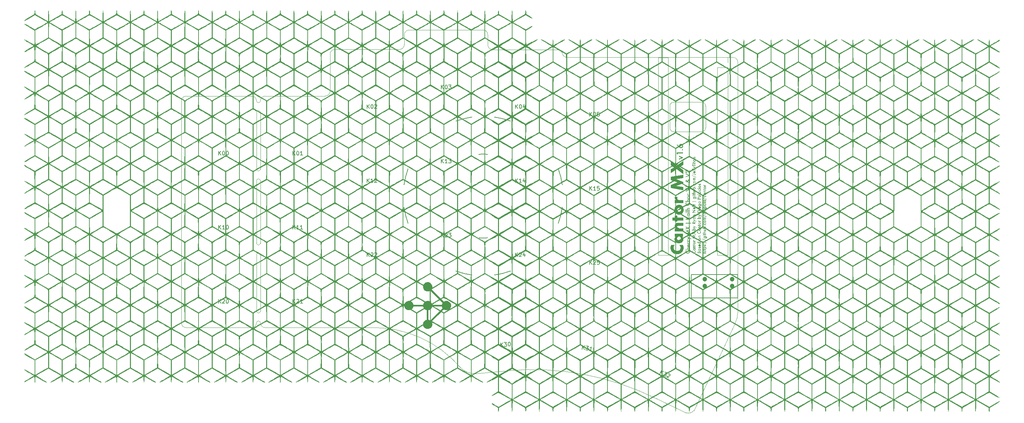
<source format=gto>
%TF.GenerationSoftware,KiCad,Pcbnew,8.0.1*%
%TF.CreationDate,2024-04-30T21:38:09+02:00*%
%TF.ProjectId,Cantor_MX,43616e74-6f72-45f4-9d58-2e6b69636164,rev1.6*%
%TF.SameCoordinates,PX78114e0PY44b6550*%
%TF.FileFunction,Legend,Top*%
%TF.FilePolarity,Positive*%
%FSLAX46Y46*%
G04 Gerber Fmt 4.6, Leading zero omitted, Abs format (unit mm)*
G04 Created by KiCad (PCBNEW 8.0.1) date 2024-04-30 21:38:09*
%MOMM*%
%LPD*%
G01*
G04 APERTURE LIST*
%ADD10C,0.187500*%
%ADD11C,0.600000*%
%ADD12C,0.125000*%
%ADD13C,0.150000*%
%ADD14C,0.000000*%
%ADD15C,0.120000*%
%ADD16C,0.200000*%
%ADD17C,1.200000*%
%TA.AperFunction,Profile*%
%ADD18C,0.100000*%
%TD*%
G04 APERTURE END LIST*
D10*
G36*
X63258918Y-26998443D02*
G01*
X63412302Y-26998443D01*
X63385621Y-27033500D01*
X63363461Y-27068938D01*
X63345824Y-27104758D01*
X63330629Y-27148245D01*
X63321947Y-27192282D01*
X63319685Y-27229399D01*
X63321970Y-27269482D01*
X63330745Y-27314911D01*
X63346100Y-27357428D01*
X63368036Y-27397032D01*
X63396553Y-27433723D01*
X63413279Y-27450976D01*
X63443473Y-27477095D01*
X63482362Y-27502594D01*
X63524151Y-27521718D01*
X63568838Y-27534468D01*
X63608292Y-27540223D01*
X63641304Y-27541639D01*
X63681875Y-27539426D01*
X63720424Y-27532786D01*
X63764012Y-27518974D01*
X63804688Y-27498787D01*
X63842451Y-27472226D01*
X63866008Y-27450976D01*
X63892352Y-27421647D01*
X63918071Y-27383820D01*
X63937360Y-27343122D01*
X63950219Y-27299552D01*
X63956649Y-27253111D01*
X63957452Y-27228813D01*
X63955296Y-27188402D01*
X63947944Y-27148491D01*
X63935373Y-27113335D01*
X63917730Y-27077788D01*
X63905868Y-27058429D01*
X63882513Y-27025408D01*
X63860928Y-26998443D01*
X64017634Y-26998443D01*
X64036322Y-27033027D01*
X64054567Y-27075232D01*
X64068251Y-27118206D01*
X64077373Y-27161950D01*
X64081935Y-27206463D01*
X64082505Y-27229009D01*
X64080505Y-27273653D01*
X64074506Y-27316631D01*
X64064507Y-27357941D01*
X64050509Y-27397585D01*
X64032511Y-27435562D01*
X64010514Y-27471871D01*
X63984518Y-27506514D01*
X63954521Y-27539490D01*
X63921399Y-27569486D01*
X63886610Y-27595483D01*
X63850153Y-27617480D01*
X63812030Y-27635478D01*
X63772240Y-27649476D01*
X63730783Y-27659474D01*
X63687659Y-27665474D01*
X63642868Y-27667473D01*
X63602540Y-27665800D01*
X63563330Y-27660781D01*
X63515889Y-27649802D01*
X63470193Y-27633594D01*
X63426244Y-27612158D01*
X63392341Y-27591244D01*
X63359556Y-27566985D01*
X63351535Y-27560397D01*
X63314761Y-27526215D01*
X63282890Y-27489616D01*
X63255923Y-27450598D01*
X63233859Y-27409162D01*
X63216697Y-27365308D01*
X63204439Y-27319036D01*
X63197085Y-27270347D01*
X63194633Y-27219239D01*
X63196893Y-27176649D01*
X63203673Y-27134609D01*
X63214973Y-27093118D01*
X63230793Y-27052177D01*
X63251133Y-27011785D01*
X63258918Y-26998443D01*
G37*
G36*
X64070000Y-26477718D02*
G01*
X64011967Y-26477718D01*
X64039452Y-26511523D01*
X64060186Y-26546431D01*
X64075616Y-26587678D01*
X64082229Y-26630366D01*
X64082505Y-26641263D01*
X64079695Y-26681256D01*
X64069315Y-26724546D01*
X64051287Y-26764208D01*
X64025611Y-26800243D01*
X64002588Y-26823761D01*
X63970619Y-26848065D01*
X63935819Y-26867340D01*
X63898188Y-26881587D01*
X63857728Y-26890806D01*
X63814438Y-26894996D01*
X63799378Y-26895275D01*
X63755864Y-26892761D01*
X63715151Y-26885218D01*
X63677242Y-26872648D01*
X63642135Y-26855048D01*
X63609831Y-26832421D01*
X63599685Y-26823761D01*
X63572526Y-26795613D01*
X63547943Y-26759595D01*
X63531007Y-26720156D01*
X63521720Y-26677295D01*
X63519769Y-26644584D01*
X63521890Y-26621332D01*
X63630753Y-26621332D01*
X63636433Y-26662497D01*
X63653472Y-26698675D01*
X63678820Y-26727236D01*
X63711358Y-26749493D01*
X63748399Y-26763506D01*
X63789943Y-26769276D01*
X63798792Y-26769441D01*
X63839510Y-26766195D01*
X63879459Y-26754976D01*
X63913836Y-26735741D01*
X63923063Y-26728408D01*
X63950652Y-26696941D01*
X63966789Y-26660301D01*
X63971521Y-26622505D01*
X63966941Y-26582338D01*
X63951325Y-26544106D01*
X63924626Y-26512107D01*
X63891783Y-26489953D01*
X63853826Y-26476005D01*
X63810756Y-26470261D01*
X63801528Y-26470097D01*
X63761519Y-26473420D01*
X63721959Y-26484907D01*
X63687552Y-26504599D01*
X63678234Y-26512107D01*
X63651201Y-26543967D01*
X63635390Y-26581784D01*
X63630753Y-26621332D01*
X63521890Y-26621332D01*
X63523397Y-26604810D01*
X63534280Y-26566868D01*
X63552419Y-26530758D01*
X63577814Y-26496482D01*
X63595582Y-26477718D01*
X63532274Y-26477718D01*
X63532274Y-26357550D01*
X64070000Y-26357550D01*
X64070000Y-26477718D01*
G37*
G36*
X63532274Y-26198890D02*
G01*
X63532274Y-26073056D01*
X63582882Y-26073056D01*
X63555270Y-26039607D01*
X63535547Y-26004131D01*
X63523714Y-25966627D01*
X63519769Y-25927096D01*
X63523445Y-25882889D01*
X63534473Y-25843859D01*
X63555666Y-25806139D01*
X63578583Y-25781332D01*
X63611727Y-25759514D01*
X63649597Y-25746114D01*
X63689225Y-25739017D01*
X63734911Y-25736240D01*
X63741933Y-25736196D01*
X64070000Y-25736196D01*
X64070000Y-25862030D01*
X63770851Y-25862030D01*
X63730202Y-25863761D01*
X63691014Y-25870579D01*
X63661430Y-25883914D01*
X63637494Y-25916262D01*
X63630783Y-25957808D01*
X63630753Y-25961290D01*
X63636468Y-26002131D01*
X63657583Y-26037068D01*
X63671395Y-26047850D01*
X63709873Y-26063210D01*
X63749802Y-26070078D01*
X63793262Y-26072834D01*
X63811493Y-26073056D01*
X64070000Y-26073056D01*
X64070000Y-26198890D01*
X63532274Y-26198890D01*
G37*
G36*
X63644822Y-25459518D02*
G01*
X64070000Y-25459518D01*
X64070000Y-25585352D01*
X63644822Y-25585352D01*
X63644822Y-25635373D01*
X63533838Y-25635373D01*
X63533838Y-25585352D01*
X63332191Y-25585352D01*
X63332191Y-25459518D01*
X63533838Y-25459518D01*
X63533838Y-25360258D01*
X63644822Y-25360258D01*
X63644822Y-25459518D01*
G37*
G36*
X63845011Y-24736318D02*
G01*
X63885773Y-24744973D01*
X63923816Y-24759399D01*
X63959138Y-24779595D01*
X63991740Y-24805561D01*
X64002002Y-24815498D01*
X64029361Y-24847672D01*
X64051058Y-24882497D01*
X64067096Y-24919974D01*
X64077473Y-24960102D01*
X64082190Y-25002882D01*
X64082505Y-25017732D01*
X64079620Y-25060921D01*
X64070964Y-25101391D01*
X64056539Y-25139140D01*
X64036343Y-25174169D01*
X64010377Y-25206478D01*
X64000439Y-25216643D01*
X63968641Y-25243935D01*
X63933917Y-25265580D01*
X63896266Y-25281579D01*
X63855689Y-25291931D01*
X63812185Y-25296636D01*
X63797034Y-25296950D01*
X63755012Y-25294072D01*
X63715408Y-25285437D01*
X63678222Y-25271046D01*
X63643454Y-25250898D01*
X63611104Y-25224994D01*
X63600858Y-25215080D01*
X63573300Y-25183121D01*
X63551444Y-25148649D01*
X63535290Y-25111662D01*
X63524837Y-25072161D01*
X63520086Y-25030146D01*
X63519769Y-25015582D01*
X63519782Y-25015387D01*
X63630753Y-25015387D01*
X63635333Y-25056286D01*
X63650949Y-25095325D01*
X63677648Y-25128129D01*
X63709628Y-25150798D01*
X63746952Y-25165071D01*
X63789618Y-25170948D01*
X63798792Y-25171116D01*
X63840898Y-25167778D01*
X63881518Y-25156237D01*
X63915651Y-25136453D01*
X63924626Y-25128911D01*
X63951325Y-25096102D01*
X63966941Y-25056782D01*
X63971521Y-25015387D01*
X63966998Y-24973740D01*
X63951577Y-24934407D01*
X63925212Y-24901863D01*
X63889704Y-24877611D01*
X63851053Y-24864300D01*
X63811078Y-24859433D01*
X63801528Y-24859267D01*
X63760367Y-24862636D01*
X63720433Y-24874284D01*
X63686605Y-24894250D01*
X63677648Y-24901863D01*
X63650949Y-24934672D01*
X63635333Y-24973991D01*
X63630753Y-25015387D01*
X63519782Y-25015387D01*
X63522634Y-24972509D01*
X63531227Y-24931950D01*
X63545550Y-24893906D01*
X63565601Y-24858375D01*
X63591382Y-24825359D01*
X63601249Y-24814912D01*
X63633175Y-24787222D01*
X63667698Y-24765261D01*
X63704818Y-24749029D01*
X63744534Y-24738525D01*
X63786846Y-24733751D01*
X63801528Y-24733433D01*
X63845011Y-24736318D01*
G37*
G36*
X63532274Y-24599002D02*
G01*
X63532274Y-24473168D01*
X63583468Y-24473168D01*
X63556080Y-24444915D01*
X63533838Y-24412986D01*
X63521748Y-24375632D01*
X63519769Y-24349483D01*
X63524832Y-24309243D01*
X63538493Y-24270839D01*
X63550446Y-24247878D01*
X63669832Y-24304152D01*
X63651074Y-24338736D01*
X63644822Y-24372540D01*
X63652049Y-24411749D01*
X63678009Y-24444768D01*
X63716211Y-24463341D01*
X63760461Y-24471595D01*
X63795861Y-24473168D01*
X64070000Y-24473168D01*
X64070000Y-24599002D01*
X63532274Y-24599002D01*
G37*
G36*
X64070000Y-23837941D02*
G01*
X63157704Y-23660327D01*
X63817159Y-23370362D01*
X63157704Y-23070237D01*
X64070000Y-22910600D01*
X64070000Y-23041123D01*
X63557676Y-23122602D01*
X64109078Y-23372707D01*
X63557285Y-23615387D01*
X64070000Y-23706245D01*
X64070000Y-23837941D01*
G37*
G36*
X63625478Y-22555568D02*
G01*
X63219644Y-22788087D01*
X63219644Y-22643105D01*
X63507655Y-22481709D01*
X63219644Y-22312302D01*
X63219644Y-22166147D01*
X63625478Y-22409609D01*
X64070000Y-22154228D01*
X64070000Y-22296866D01*
X63744473Y-22484054D01*
X64070000Y-22676517D01*
X64070000Y-22820914D01*
X63625478Y-22555568D01*
G37*
G36*
X63843970Y-21185228D02*
G01*
X63885566Y-21192730D01*
X63924167Y-21205232D01*
X63959773Y-21222735D01*
X63992384Y-21245239D01*
X64002588Y-21253852D01*
X64033728Y-21286574D01*
X64057219Y-21322849D01*
X64073062Y-21362677D01*
X64081256Y-21406058D01*
X64082505Y-21432442D01*
X64079129Y-21471428D01*
X64067006Y-21513695D01*
X64049165Y-21548674D01*
X64024573Y-21581783D01*
X64011967Y-21595401D01*
X64070000Y-21595401D01*
X64070000Y-21721235D01*
X63144612Y-21721235D01*
X63144612Y-21595401D01*
X63596364Y-21595401D01*
X63566519Y-21562589D01*
X63544004Y-21527926D01*
X63528820Y-21491412D01*
X63520966Y-21453047D01*
X63520951Y-21452763D01*
X63630753Y-21452763D01*
X63635390Y-21491899D01*
X63651201Y-21529439D01*
X63678234Y-21561207D01*
X63713822Y-21584679D01*
X63751985Y-21597563D01*
X63791063Y-21602274D01*
X63800355Y-21602435D01*
X63841516Y-21599220D01*
X63881450Y-21588107D01*
X63918325Y-21566714D01*
X63924235Y-21561793D01*
X63951157Y-21530693D01*
X63966903Y-21493543D01*
X63971521Y-21454521D01*
X63965933Y-21413940D01*
X63949171Y-21378438D01*
X63924235Y-21350572D01*
X63891866Y-21328418D01*
X63854840Y-21314470D01*
X63813158Y-21308726D01*
X63804263Y-21308562D01*
X63763545Y-21311792D01*
X63723596Y-21322959D01*
X63689219Y-21342101D01*
X63679993Y-21349399D01*
X63651959Y-21380302D01*
X63635562Y-21416054D01*
X63630753Y-21452763D01*
X63520951Y-21452763D01*
X63519769Y-21430293D01*
X63523621Y-21385490D01*
X63535178Y-21344092D01*
X63554439Y-21306096D01*
X63581404Y-21271504D01*
X63600272Y-21253265D01*
X63631621Y-21229294D01*
X63671685Y-21207595D01*
X63709018Y-21194369D01*
X63749112Y-21186103D01*
X63791967Y-21182797D01*
X63799378Y-21182728D01*
X63843970Y-21185228D01*
G37*
G36*
X63967418Y-20899602D02*
G01*
X63532274Y-21139155D01*
X63532274Y-20996517D01*
X63839630Y-20833558D01*
X63532274Y-20681542D01*
X63532274Y-20542616D01*
X64357620Y-20967013D01*
X64357620Y-21107501D01*
X63967418Y-20899602D01*
G37*
G36*
X64070000Y-19699099D02*
G01*
X63719853Y-19942561D01*
X63719853Y-19965812D01*
X64070000Y-19965812D01*
X64070000Y-20091646D01*
X63219644Y-20091646D01*
X63219644Y-19965812D01*
X63344696Y-19965812D01*
X63608869Y-19965812D01*
X63608869Y-19924975D01*
X63606738Y-19882156D01*
X63598081Y-19836661D01*
X63582764Y-19800087D01*
X63555594Y-19767973D01*
X63518833Y-19748704D01*
X63472484Y-19742281D01*
X63429056Y-19748533D01*
X63394613Y-19767286D01*
X63369155Y-19798541D01*
X63352683Y-19842299D01*
X63345819Y-19888314D01*
X63344696Y-19920090D01*
X63344696Y-19965812D01*
X63219644Y-19965812D01*
X63219644Y-19941779D01*
X63220636Y-19901226D01*
X63224667Y-19854630D01*
X63231799Y-19812584D01*
X63244450Y-19768138D01*
X63261566Y-19730244D01*
X63283147Y-19698904D01*
X63311119Y-19670882D01*
X63347781Y-19645517D01*
X63388782Y-19628043D01*
X63427378Y-19619346D01*
X63469162Y-19616448D01*
X63512796Y-19619659D01*
X63553230Y-19629295D01*
X63590465Y-19645354D01*
X63624501Y-19667836D01*
X63654017Y-19695582D01*
X63677697Y-19727431D01*
X63695539Y-19763384D01*
X63707543Y-19803440D01*
X64070000Y-19542198D01*
X64070000Y-19699099D01*
G37*
G36*
X63967418Y-19273140D02*
G01*
X63532274Y-19512693D01*
X63532274Y-19370055D01*
X63839630Y-19207096D01*
X63532274Y-19055080D01*
X63532274Y-18916154D01*
X64357620Y-19340551D01*
X64357620Y-19481039D01*
X63967418Y-19273140D01*
G37*
G36*
X64070000Y-18461863D02*
G01*
X64011967Y-18461863D01*
X64039452Y-18495668D01*
X64060186Y-18530577D01*
X64075616Y-18571823D01*
X64082229Y-18614511D01*
X64082505Y-18625408D01*
X64079695Y-18665401D01*
X64069315Y-18708691D01*
X64051287Y-18748353D01*
X64025611Y-18784388D01*
X64002588Y-18807906D01*
X63970619Y-18832210D01*
X63935819Y-18851485D01*
X63898188Y-18865732D01*
X63857728Y-18874951D01*
X63814438Y-18879141D01*
X63799378Y-18879420D01*
X63755864Y-18876906D01*
X63715151Y-18869364D01*
X63677242Y-18856793D01*
X63642135Y-18839193D01*
X63609831Y-18816566D01*
X63599685Y-18807906D01*
X63572526Y-18779758D01*
X63547943Y-18743741D01*
X63531007Y-18704301D01*
X63521720Y-18661440D01*
X63519769Y-18628729D01*
X63521890Y-18605478D01*
X63630753Y-18605478D01*
X63636433Y-18646642D01*
X63653472Y-18682820D01*
X63678820Y-18711381D01*
X63711358Y-18733638D01*
X63748399Y-18747651D01*
X63789943Y-18753422D01*
X63798792Y-18753586D01*
X63839510Y-18750341D01*
X63879459Y-18739121D01*
X63913836Y-18719887D01*
X63923063Y-18712554D01*
X63950652Y-18681086D01*
X63966789Y-18644446D01*
X63971521Y-18606650D01*
X63966941Y-18566483D01*
X63951325Y-18528251D01*
X63924626Y-18496252D01*
X63891783Y-18474099D01*
X63853826Y-18460150D01*
X63810756Y-18454406D01*
X63801528Y-18454242D01*
X63761519Y-18457565D01*
X63721959Y-18469052D01*
X63687552Y-18488745D01*
X63678234Y-18496252D01*
X63651201Y-18528112D01*
X63635390Y-18565929D01*
X63630753Y-18605478D01*
X63521890Y-18605478D01*
X63523397Y-18588955D01*
X63534280Y-18551013D01*
X63552419Y-18514903D01*
X63577814Y-18480627D01*
X63595582Y-18461863D01*
X63532274Y-18461863D01*
X63532274Y-18341695D01*
X64070000Y-18341695D01*
X64070000Y-18461863D01*
G37*
G36*
X63532274Y-18183035D02*
G01*
X63532274Y-18057201D01*
X63582882Y-18057201D01*
X63555270Y-18023752D01*
X63535547Y-17988276D01*
X63523714Y-17950772D01*
X63519769Y-17911242D01*
X63523445Y-17867034D01*
X63534473Y-17828004D01*
X63555666Y-17790284D01*
X63578583Y-17765478D01*
X63611727Y-17743659D01*
X63649597Y-17730259D01*
X63689225Y-17723162D01*
X63734911Y-17720386D01*
X63741933Y-17720341D01*
X64070000Y-17720341D01*
X64070000Y-17846175D01*
X63770851Y-17846175D01*
X63730202Y-17847906D01*
X63691014Y-17854724D01*
X63661430Y-17868060D01*
X63637494Y-17900407D01*
X63630783Y-17941953D01*
X63630753Y-17945436D01*
X63636468Y-17986276D01*
X63657583Y-18021213D01*
X63671395Y-18031995D01*
X63709873Y-18047355D01*
X63749802Y-18054223D01*
X63793262Y-18056980D01*
X63811493Y-18057201D01*
X64070000Y-18057201D01*
X64070000Y-18183035D01*
X63532274Y-18183035D01*
G37*
G36*
X64070000Y-17199030D02*
G01*
X63162002Y-17199030D01*
X63810516Y-16586273D01*
X63219644Y-16586273D01*
X63219644Y-16460439D01*
X64121584Y-16460439D01*
X63474633Y-17073196D01*
X64070000Y-17073196D01*
X64070000Y-17199030D01*
G37*
G36*
X63961412Y-15795743D02*
G01*
X63992496Y-15820181D01*
X63998094Y-15825212D01*
X64026160Y-15854812D01*
X64046161Y-15882854D01*
X64064111Y-15919131D01*
X64073712Y-15949483D01*
X64080573Y-15988977D01*
X64082505Y-16026664D01*
X64079812Y-16069925D01*
X64071734Y-16109874D01*
X64055502Y-16152298D01*
X64031940Y-16190214D01*
X64005910Y-16219127D01*
X63975209Y-16243763D01*
X63940990Y-16263302D01*
X63903255Y-16277743D01*
X63862002Y-16287088D01*
X63817233Y-16291335D01*
X63801528Y-16291618D01*
X63755817Y-16289152D01*
X63713500Y-16281754D01*
X63674576Y-16269424D01*
X63639045Y-16252161D01*
X63601882Y-16225788D01*
X63596950Y-16221472D01*
X63566877Y-16188244D01*
X63544190Y-16150621D01*
X63528889Y-16108604D01*
X63521654Y-16069091D01*
X63519769Y-16033698D01*
X63519964Y-16030572D01*
X63630753Y-16030572D01*
X63636691Y-16069246D01*
X63637983Y-16072972D01*
X63657479Y-16107908D01*
X63658304Y-16108925D01*
X63687830Y-16135189D01*
X63690153Y-16136671D01*
X63726527Y-16152657D01*
X63732358Y-16154256D01*
X63732358Y-15905910D01*
X63692768Y-15920691D01*
X63659429Y-15946147D01*
X63638790Y-15980738D01*
X63630852Y-16024464D01*
X63630753Y-16030572D01*
X63519964Y-16030572D01*
X63522428Y-15991172D01*
X63530403Y-15952109D01*
X63546427Y-15910910D01*
X63569689Y-15874424D01*
X63595387Y-15846901D01*
X63630914Y-15820406D01*
X63672013Y-15800419D01*
X63711677Y-15788466D01*
X63755435Y-15781294D01*
X63795027Y-15778970D01*
X63803286Y-15778904D01*
X63832400Y-15778904D01*
X63832400Y-16162463D01*
X63873345Y-16155091D01*
X63910901Y-16138202D01*
X63934200Y-16119476D01*
X63958364Y-16085162D01*
X63969735Y-16047248D01*
X63971521Y-16022365D01*
X63966841Y-15982514D01*
X63950223Y-15945966D01*
X63922173Y-15916319D01*
X63888358Y-15890005D01*
X63871284Y-15878360D01*
X63927752Y-15774019D01*
X63961412Y-15795743D01*
G37*
G36*
X63644822Y-15522547D02*
G01*
X64063747Y-15522547D01*
X64063747Y-15648381D01*
X63644822Y-15648381D01*
X63644822Y-15685115D01*
X63533838Y-15685115D01*
X63533838Y-15648381D01*
X63323984Y-15648381D01*
X63281908Y-15646669D01*
X63240897Y-15640524D01*
X63203780Y-15628267D01*
X63178806Y-15612623D01*
X63150187Y-15581387D01*
X63130934Y-15543071D01*
X63121683Y-15503071D01*
X63119602Y-15469399D01*
X63125337Y-15428838D01*
X63137462Y-15391272D01*
X63139923Y-15384989D01*
X63271618Y-15384989D01*
X63264975Y-15397885D01*
X63249734Y-15435157D01*
X63244654Y-15465296D01*
X63256868Y-15502482D01*
X63268297Y-15510823D01*
X63307775Y-15520303D01*
X63349137Y-15522501D01*
X63357201Y-15522547D01*
X63533838Y-15522547D01*
X63533838Y-15384989D01*
X63644822Y-15384989D01*
X63644822Y-15522547D01*
G37*
G36*
X63644822Y-15152861D02*
G01*
X64063747Y-15152861D01*
X64063747Y-15278695D01*
X63644822Y-15278695D01*
X63644822Y-15315429D01*
X63533838Y-15315429D01*
X63533838Y-15278695D01*
X63323984Y-15278695D01*
X63281908Y-15276984D01*
X63240897Y-15270838D01*
X63203780Y-15258581D01*
X63178806Y-15242937D01*
X63150187Y-15211701D01*
X63130934Y-15173385D01*
X63121683Y-15133385D01*
X63119602Y-15099713D01*
X63125337Y-15059152D01*
X63137462Y-15021586D01*
X63139923Y-15015303D01*
X63271618Y-15015303D01*
X63264975Y-15028199D01*
X63249734Y-15065471D01*
X63244654Y-15095610D01*
X63256868Y-15132796D01*
X63268297Y-15141137D01*
X63307775Y-15150617D01*
X63349137Y-15152815D01*
X63357201Y-15152861D01*
X63533838Y-15152861D01*
X63533838Y-15015303D01*
X63644822Y-15015303D01*
X63644822Y-15152861D01*
G37*
G36*
X63219644Y-14425212D02*
G01*
X63219644Y-14299378D01*
X64282588Y-14299378D01*
X64282588Y-14425212D01*
X63219644Y-14425212D01*
G37*
G36*
X64093949Y-13109840D02*
G01*
X64120802Y-13111577D01*
X64159930Y-13116303D01*
X64171214Y-13118415D01*
X64210668Y-13130260D01*
X64246012Y-13148061D01*
X64274577Y-13169413D01*
X64302799Y-13198267D01*
X64325181Y-13230898D01*
X64341725Y-13267308D01*
X64352430Y-13307496D01*
X64357295Y-13351462D01*
X64357620Y-13366957D01*
X64354862Y-13411580D01*
X64346587Y-13452613D01*
X64332796Y-13490055D01*
X64310280Y-13528450D01*
X64299979Y-13541639D01*
X64271889Y-13569724D01*
X64239423Y-13592086D01*
X64202582Y-13608726D01*
X64161365Y-13619644D01*
X64135847Y-13623314D01*
X64135847Y-13499825D01*
X64174597Y-13489006D01*
X64196615Y-13476573D01*
X64225094Y-13446403D01*
X64241751Y-13408013D01*
X64246636Y-13365980D01*
X64240783Y-13320427D01*
X64223225Y-13284299D01*
X64193962Y-13257596D01*
X64152993Y-13240317D01*
X64109911Y-13233118D01*
X64080160Y-13231939D01*
X64005324Y-13231939D01*
X64034788Y-13264891D01*
X64057016Y-13299975D01*
X64072006Y-13337190D01*
X64079760Y-13376537D01*
X64080942Y-13399979D01*
X64078180Y-13439191D01*
X64067978Y-13481449D01*
X64050259Y-13519948D01*
X64025022Y-13554688D01*
X64002393Y-13577201D01*
X63971103Y-13600841D01*
X63931074Y-13622239D01*
X63893741Y-13635281D01*
X63853620Y-13643433D01*
X63810709Y-13646694D01*
X63803286Y-13646762D01*
X63760985Y-13644488D01*
X63721129Y-13637667D01*
X63683719Y-13626298D01*
X63643164Y-13607287D01*
X63605938Y-13582086D01*
X63576654Y-13554428D01*
X63550147Y-13518184D01*
X63531887Y-13477657D01*
X63522799Y-13439512D01*
X63519769Y-13398220D01*
X63521755Y-13374968D01*
X63630753Y-13374968D01*
X63635772Y-13415478D01*
X63652884Y-13453471D01*
X63682142Y-13484584D01*
X63717054Y-13505276D01*
X63758385Y-13517378D01*
X63801528Y-13520928D01*
X63844053Y-13517378D01*
X63884968Y-13505276D01*
X63919741Y-13484584D01*
X63948331Y-13453736D01*
X63965054Y-13415730D01*
X63969958Y-13374968D01*
X63964996Y-13334195D01*
X63948079Y-13295868D01*
X63919155Y-13264375D01*
X63884382Y-13243127D01*
X63843467Y-13230699D01*
X63800942Y-13227055D01*
X63760000Y-13230300D01*
X63720311Y-13241520D01*
X63683705Y-13263119D01*
X63677843Y-13268087D01*
X63651033Y-13299582D01*
X63635352Y-13336572D01*
X63630753Y-13374968D01*
X63521755Y-13374968D01*
X63523369Y-13356069D01*
X63534168Y-13317154D01*
X63552167Y-13281473D01*
X63577365Y-13249027D01*
X63594996Y-13231939D01*
X63534619Y-13231939D01*
X63534619Y-13109036D01*
X64054368Y-13109036D01*
X64093949Y-13109840D01*
G37*
G36*
X63532274Y-12826106D02*
G01*
X64070000Y-12826106D01*
X64070000Y-12951939D01*
X63532274Y-12951939D01*
X63532274Y-12826106D01*
G37*
G36*
X63312651Y-12964445D02*
G01*
X63273438Y-12954179D01*
X63255987Y-12940607D01*
X63235501Y-12906977D01*
X63232149Y-12883356D01*
X63241461Y-12844995D01*
X63255987Y-12825715D01*
X63291133Y-12804693D01*
X63313237Y-12801877D01*
X63351690Y-12811188D01*
X63370879Y-12825715D01*
X63391900Y-12860777D01*
X63394717Y-12882770D01*
X63385481Y-12921208D01*
X63371074Y-12940607D01*
X63337079Y-12961092D01*
X63312651Y-12964445D01*
G37*
G36*
X63644822Y-12547864D02*
G01*
X64070000Y-12547864D01*
X64070000Y-12673698D01*
X63644822Y-12673698D01*
X63644822Y-12723719D01*
X63533838Y-12723719D01*
X63533838Y-12673698D01*
X63332191Y-12673698D01*
X63332191Y-12547864D01*
X63533838Y-12547864D01*
X63533838Y-12448604D01*
X63644822Y-12448604D01*
X63644822Y-12547864D01*
G37*
G36*
X63144612Y-12345436D02*
G01*
X63144612Y-12219602D01*
X63578778Y-12219602D01*
X63552962Y-12185737D01*
X63534521Y-12150188D01*
X63522593Y-12108180D01*
X63519769Y-12074033D01*
X63523445Y-12030887D01*
X63534473Y-11992309D01*
X63555666Y-11954368D01*
X63578583Y-11928855D01*
X63612201Y-11906564D01*
X63650181Y-11892874D01*
X63689665Y-11885624D01*
X63734982Y-11882787D01*
X63741933Y-11882742D01*
X64070000Y-11882742D01*
X64070000Y-12008576D01*
X63753070Y-12008576D01*
X63712942Y-12011254D01*
X63674025Y-12022410D01*
X63659672Y-12031242D01*
X63636288Y-12065238D01*
X63630753Y-12103733D01*
X63635509Y-12143315D01*
X63653394Y-12178545D01*
X63671004Y-12194005D01*
X63709793Y-12209603D01*
X63749596Y-12216577D01*
X63792683Y-12219377D01*
X63810711Y-12219602D01*
X64070000Y-12219602D01*
X64070000Y-12345436D01*
X63144612Y-12345436D01*
G37*
G36*
X63532274Y-11606064D02*
G01*
X63839043Y-11606064D01*
X63884065Y-11602574D01*
X63924817Y-11589682D01*
X63955867Y-11563316D01*
X63970356Y-11524542D01*
X63971521Y-11506803D01*
X63965182Y-11468127D01*
X63942412Y-11435557D01*
X63903083Y-11415395D01*
X63862719Y-11408416D01*
X63839043Y-11407543D01*
X63532274Y-11407543D01*
X63532274Y-11281709D01*
X63841974Y-11281709D01*
X63884092Y-11283556D01*
X63925299Y-11289784D01*
X63952958Y-11297341D01*
X63990173Y-11316383D01*
X64021653Y-11343065D01*
X64027990Y-11349902D01*
X64051840Y-11382850D01*
X64068876Y-11419951D01*
X64079098Y-11461203D01*
X64082451Y-11500705D01*
X64082505Y-11506608D01*
X64079896Y-11546488D01*
X64070526Y-11588196D01*
X64054342Y-11625775D01*
X64031344Y-11659228D01*
X64027990Y-11663119D01*
X63999488Y-11690242D01*
X63965764Y-11711228D01*
X63952958Y-11716657D01*
X63913347Y-11727075D01*
X63872463Y-11731168D01*
X63841974Y-11731898D01*
X63532274Y-11731898D01*
X63532274Y-11606064D01*
G37*
G36*
X63843970Y-10586261D02*
G01*
X63885566Y-10593763D01*
X63924167Y-10606265D01*
X63959773Y-10623768D01*
X63992384Y-10646272D01*
X64002588Y-10654884D01*
X64033728Y-10687606D01*
X64057219Y-10723881D01*
X64073062Y-10763709D01*
X64081256Y-10807090D01*
X64082505Y-10833475D01*
X64079129Y-10872461D01*
X64067006Y-10914727D01*
X64049165Y-10949707D01*
X64024573Y-10982816D01*
X64011967Y-10996434D01*
X64070000Y-10996434D01*
X64070000Y-11122267D01*
X63144612Y-11122267D01*
X63144612Y-10996434D01*
X63596364Y-10996434D01*
X63566519Y-10963622D01*
X63544004Y-10928959D01*
X63528820Y-10892445D01*
X63520966Y-10854080D01*
X63520951Y-10853796D01*
X63630753Y-10853796D01*
X63635390Y-10892932D01*
X63651201Y-10930472D01*
X63678234Y-10962240D01*
X63713822Y-10985712D01*
X63751985Y-10998596D01*
X63791063Y-11003307D01*
X63800355Y-11003468D01*
X63841516Y-11000253D01*
X63881450Y-10989140D01*
X63918325Y-10967747D01*
X63924235Y-10962826D01*
X63951157Y-10931725D01*
X63966903Y-10894576D01*
X63971521Y-10855554D01*
X63965933Y-10814973D01*
X63949171Y-10779471D01*
X63924235Y-10751605D01*
X63891866Y-10729451D01*
X63854840Y-10715502D01*
X63813158Y-10709759D01*
X63804263Y-10709595D01*
X63763545Y-10712825D01*
X63723596Y-10723992D01*
X63689219Y-10743134D01*
X63679993Y-10750432D01*
X63651959Y-10781335D01*
X63635562Y-10817087D01*
X63630753Y-10853796D01*
X63520951Y-10853796D01*
X63519769Y-10831325D01*
X63523621Y-10786523D01*
X63535178Y-10745124D01*
X63554439Y-10707129D01*
X63581404Y-10672537D01*
X63600272Y-10654298D01*
X63631621Y-10630327D01*
X63671685Y-10608628D01*
X63709018Y-10595402D01*
X63749112Y-10587136D01*
X63791967Y-10583830D01*
X63799378Y-10583761D01*
X63843970Y-10586261D01*
G37*
G36*
X64006887Y-10425882D02*
G01*
X63969123Y-10415446D01*
X63954521Y-10403803D01*
X63934598Y-10369203D01*
X63932442Y-10350851D01*
X63942878Y-10312557D01*
X63954521Y-10297899D01*
X63989037Y-10277976D01*
X64007473Y-10275819D01*
X64046119Y-10286255D01*
X64060816Y-10297899D01*
X64080387Y-10332162D01*
X64082505Y-10350851D01*
X64072346Y-10389841D01*
X64061011Y-10404389D01*
X64026110Y-10423783D01*
X64006887Y-10425882D01*
G37*
G36*
X63557480Y-9692763D02*
G01*
X63720635Y-9692763D01*
X63689249Y-9720559D01*
X63661980Y-9750612D01*
X63650488Y-9767599D01*
X63635089Y-9805523D01*
X63630753Y-9844389D01*
X63635504Y-9885124D01*
X63651706Y-9924731D01*
X63676413Y-9956010D01*
X63679406Y-9958890D01*
X63712097Y-9983001D01*
X63749596Y-9998183D01*
X63791903Y-10004434D01*
X63800942Y-10004612D01*
X63840825Y-10001135D01*
X63880209Y-9989113D01*
X63914403Y-9968505D01*
X63923649Y-9960648D01*
X63948894Y-9930336D01*
X63965864Y-9891570D01*
X63971474Y-9851400D01*
X63971521Y-9847124D01*
X63967356Y-9808044D01*
X63952568Y-9769357D01*
X63927383Y-9736276D01*
X63899255Y-9708851D01*
X63880467Y-9692763D01*
X64043230Y-9692763D01*
X64060413Y-9730010D01*
X64072686Y-9767306D01*
X64080625Y-9809322D01*
X64082505Y-9842044D01*
X64079695Y-9886725D01*
X64071267Y-9928589D01*
X64057219Y-9967636D01*
X64037552Y-10003867D01*
X64012266Y-10037282D01*
X64002588Y-10047794D01*
X63971099Y-10075883D01*
X63936863Y-10098160D01*
X63899878Y-10114626D01*
X63860146Y-10125280D01*
X63817666Y-10130123D01*
X63802896Y-10130446D01*
X63759571Y-10127499D01*
X63718842Y-10118658D01*
X63680711Y-10103924D01*
X63645176Y-10083295D01*
X63612237Y-10056773D01*
X63601835Y-10046622D01*
X63573945Y-10013848D01*
X63551826Y-9978396D01*
X63535477Y-9940264D01*
X63524898Y-9899453D01*
X63520090Y-9855964D01*
X63519769Y-9840872D01*
X63522752Y-9797399D01*
X63531701Y-9755349D01*
X63546616Y-9714720D01*
X63557480Y-9692763D01*
G37*
G36*
X63845011Y-9035997D02*
G01*
X63885773Y-9044652D01*
X63923816Y-9059078D01*
X63959138Y-9079274D01*
X63991740Y-9105240D01*
X64002002Y-9115177D01*
X64029361Y-9147351D01*
X64051058Y-9182176D01*
X64067096Y-9219653D01*
X64077473Y-9259781D01*
X64082190Y-9302561D01*
X64082505Y-9317411D01*
X64079620Y-9360600D01*
X64070964Y-9401070D01*
X64056539Y-9438819D01*
X64036343Y-9473848D01*
X64010377Y-9506157D01*
X64000439Y-9516322D01*
X63968641Y-9543614D01*
X63933917Y-9565259D01*
X63896266Y-9581258D01*
X63855689Y-9591610D01*
X63812185Y-9596315D01*
X63797034Y-9596629D01*
X63755012Y-9593751D01*
X63715408Y-9585116D01*
X63678222Y-9570725D01*
X63643454Y-9550577D01*
X63611104Y-9524673D01*
X63600858Y-9514759D01*
X63573300Y-9482800D01*
X63551444Y-9448328D01*
X63535290Y-9411341D01*
X63524837Y-9371840D01*
X63520086Y-9329825D01*
X63519769Y-9315261D01*
X63519782Y-9315066D01*
X63630753Y-9315066D01*
X63635333Y-9355965D01*
X63650949Y-9395004D01*
X63677648Y-9427808D01*
X63709628Y-9450477D01*
X63746952Y-9464750D01*
X63789618Y-9470627D01*
X63798792Y-9470795D01*
X63840898Y-9467457D01*
X63881518Y-9455916D01*
X63915651Y-9436132D01*
X63924626Y-9428590D01*
X63951325Y-9395781D01*
X63966941Y-9356461D01*
X63971521Y-9315066D01*
X63966998Y-9273419D01*
X63951577Y-9234086D01*
X63925212Y-9201542D01*
X63889704Y-9177290D01*
X63851053Y-9163979D01*
X63811078Y-9159112D01*
X63801528Y-9158946D01*
X63760367Y-9162315D01*
X63720433Y-9173963D01*
X63686605Y-9193929D01*
X63677648Y-9201542D01*
X63650949Y-9234351D01*
X63635333Y-9273670D01*
X63630753Y-9315066D01*
X63519782Y-9315066D01*
X63522634Y-9272188D01*
X63531227Y-9231629D01*
X63545550Y-9193585D01*
X63565601Y-9158054D01*
X63591382Y-9125038D01*
X63601249Y-9114591D01*
X63633175Y-9086901D01*
X63667698Y-9064940D01*
X63704818Y-9048708D01*
X63744534Y-9038204D01*
X63786846Y-9033430D01*
X63801528Y-9033112D01*
X63845011Y-9035997D01*
G37*
G36*
X63532274Y-8898681D02*
G01*
X63532274Y-8772847D01*
X63582686Y-8772847D01*
X63555240Y-8744359D01*
X63533251Y-8713447D01*
X63521665Y-8675452D01*
X63519769Y-8647599D01*
X63524642Y-8605748D01*
X63539260Y-8568513D01*
X63563623Y-8535894D01*
X63597732Y-8507892D01*
X63567354Y-8480805D01*
X63541772Y-8445063D01*
X63525936Y-8404217D01*
X63520074Y-8364289D01*
X63519769Y-8352163D01*
X63523198Y-8310260D01*
X63537126Y-8265738D01*
X63561769Y-8229946D01*
X63597126Y-8202884D01*
X63633126Y-8187519D01*
X63675983Y-8177742D01*
X63725697Y-8173552D01*
X63739197Y-8173377D01*
X64070000Y-8173377D01*
X64070000Y-8299211D01*
X63772219Y-8299211D01*
X63732390Y-8300633D01*
X63693450Y-8306233D01*
X63663189Y-8317187D01*
X63636106Y-8347703D01*
X63630753Y-8378346D01*
X63639254Y-8418669D01*
X63667061Y-8448808D01*
X63669441Y-8450251D01*
X63708424Y-8464799D01*
X63748899Y-8470944D01*
X63793126Y-8472721D01*
X64070000Y-8472721D01*
X64070000Y-8598555D01*
X63773977Y-8598555D01*
X63732716Y-8600473D01*
X63692435Y-8607837D01*
X63654391Y-8626246D01*
X63632012Y-8663066D01*
X63630753Y-8677103D01*
X63638271Y-8715673D01*
X63665272Y-8747022D01*
X63670027Y-8749986D01*
X63709196Y-8764787D01*
X63749420Y-8771038D01*
X63793126Y-8772847D01*
X64070000Y-8772847D01*
X64070000Y-8898681D01*
X63532274Y-8898681D01*
G37*
G36*
X63132302Y-7613572D02*
G01*
X63177438Y-7511772D01*
X64301933Y-7995177D01*
X64256406Y-8095806D01*
X63132302Y-7613572D01*
G37*
G36*
X63219644Y-7157327D02*
G01*
X63767920Y-7157327D01*
X63808592Y-7157981D01*
X63849167Y-7160332D01*
X63891024Y-7165675D01*
X63914466Y-7171004D01*
X63953254Y-7183809D01*
X63989880Y-7203758D01*
X64007278Y-7217117D01*
X64036590Y-7246882D01*
X64058703Y-7280611D01*
X64073616Y-7318305D01*
X64081329Y-7359963D01*
X64082505Y-7385547D01*
X64079781Y-7424651D01*
X64070207Y-7467065D01*
X64053740Y-7507811D01*
X64038932Y-7534047D01*
X63926385Y-7471716D01*
X63946500Y-7434931D01*
X63956967Y-7394972D01*
X63957452Y-7384766D01*
X63950326Y-7344340D01*
X63924391Y-7312039D01*
X63914270Y-7306022D01*
X63877121Y-7293006D01*
X63835426Y-7286376D01*
X63795965Y-7283719D01*
X63764012Y-7283161D01*
X63219644Y-7283161D01*
X63219644Y-7157327D01*
G37*
G36*
X63961412Y-6503573D02*
G01*
X63992496Y-6528010D01*
X63998094Y-6533042D01*
X64026160Y-6562642D01*
X64046161Y-6590683D01*
X64064111Y-6626960D01*
X64073712Y-6657313D01*
X64080573Y-6696807D01*
X64082505Y-6734494D01*
X64079812Y-6777754D01*
X64071734Y-6817704D01*
X64055502Y-6860127D01*
X64031940Y-6898044D01*
X64005910Y-6926957D01*
X63975209Y-6951593D01*
X63940990Y-6971131D01*
X63903255Y-6985573D01*
X63862002Y-6994918D01*
X63817233Y-6999165D01*
X63801528Y-6999448D01*
X63755817Y-6996982D01*
X63713500Y-6989584D01*
X63674576Y-6977253D01*
X63639045Y-6959991D01*
X63601882Y-6933617D01*
X63596950Y-6929302D01*
X63566877Y-6896073D01*
X63544190Y-6858451D01*
X63528889Y-6816433D01*
X63521654Y-6776921D01*
X63519769Y-6741528D01*
X63519965Y-6738401D01*
X63630753Y-6738401D01*
X63636691Y-6777076D01*
X63637983Y-6780802D01*
X63657479Y-6815738D01*
X63658304Y-6816755D01*
X63687830Y-6843018D01*
X63690153Y-6844501D01*
X63726527Y-6860486D01*
X63732358Y-6862086D01*
X63732358Y-6613740D01*
X63692768Y-6628521D01*
X63659429Y-6653977D01*
X63638790Y-6688568D01*
X63630852Y-6732293D01*
X63630753Y-6738401D01*
X63519965Y-6738401D01*
X63522428Y-6699002D01*
X63530403Y-6659938D01*
X63546427Y-6618740D01*
X63569689Y-6582254D01*
X63595387Y-6554731D01*
X63630914Y-6528236D01*
X63672013Y-6508248D01*
X63711677Y-6496296D01*
X63755435Y-6489124D01*
X63795027Y-6486800D01*
X63803286Y-6486734D01*
X63832400Y-6486734D01*
X63832400Y-6870293D01*
X63873345Y-6862921D01*
X63910901Y-6846032D01*
X63934200Y-6827306D01*
X63958364Y-6792992D01*
X63969735Y-6755078D01*
X63971521Y-6730195D01*
X63966841Y-6690344D01*
X63950223Y-6653796D01*
X63922173Y-6624149D01*
X63888358Y-6597835D01*
X63871284Y-6586189D01*
X63927752Y-6481849D01*
X63961412Y-6503573D01*
G37*
G36*
X63144612Y-6229595D02*
G01*
X64070000Y-6229595D01*
X64070000Y-6355429D01*
X63144612Y-6355429D01*
X63144612Y-6229595D01*
G37*
G36*
X63144612Y-5951353D02*
G01*
X64070000Y-5951353D01*
X64070000Y-6077187D01*
X63144612Y-6077187D01*
X63144612Y-5951353D01*
G37*
G36*
X63967418Y-5618206D02*
G01*
X63532274Y-5857759D01*
X63532274Y-5715122D01*
X63839630Y-5552163D01*
X63532274Y-5400146D01*
X63532274Y-5261221D01*
X64357620Y-5685617D01*
X64357620Y-5826106D01*
X63967418Y-5618206D01*
G37*
G36*
X63344696Y-4918108D02*
G01*
X64070000Y-4918108D01*
X64070000Y-5043942D01*
X63344696Y-5043942D01*
X63344696Y-5243244D01*
X63219644Y-5243244D01*
X63219644Y-4730530D01*
X63344696Y-4730530D01*
X63344696Y-4918108D01*
G37*
G36*
X63532274Y-4494494D02*
G01*
X64070000Y-4494494D01*
X64070000Y-4620327D01*
X63532274Y-4620327D01*
X63532274Y-4494494D01*
G37*
G36*
X63312651Y-4632833D02*
G01*
X63273438Y-4622567D01*
X63255987Y-4608995D01*
X63235501Y-4575365D01*
X63232149Y-4551744D01*
X63241461Y-4513383D01*
X63255987Y-4494103D01*
X63291133Y-4473081D01*
X63313237Y-4470265D01*
X63351690Y-4479576D01*
X63370879Y-4494103D01*
X63391900Y-4529165D01*
X63394717Y-4551158D01*
X63385481Y-4589596D01*
X63371074Y-4608995D01*
X63337079Y-4629480D01*
X63312651Y-4632833D01*
G37*
G36*
X63644822Y-4216252D02*
G01*
X64070000Y-4216252D01*
X64070000Y-4342086D01*
X63644822Y-4342086D01*
X63644822Y-4392107D01*
X63533838Y-4392107D01*
X63533838Y-4342086D01*
X63332191Y-4342086D01*
X63332191Y-4216252D01*
X63533838Y-4216252D01*
X63533838Y-4116992D01*
X63644822Y-4116992D01*
X63644822Y-4216252D01*
G37*
G36*
X64070000Y-3633782D02*
G01*
X64011967Y-3633782D01*
X64039452Y-3667587D01*
X64060186Y-3702496D01*
X64075616Y-3743742D01*
X64082229Y-3786430D01*
X64082505Y-3797327D01*
X64079695Y-3837320D01*
X64069315Y-3880610D01*
X64051287Y-3920273D01*
X64025611Y-3956307D01*
X64002588Y-3979825D01*
X63970619Y-4004129D01*
X63935819Y-4023404D01*
X63898188Y-4037651D01*
X63857728Y-4046870D01*
X63814438Y-4051060D01*
X63799378Y-4051339D01*
X63755864Y-4048825D01*
X63715151Y-4041283D01*
X63677242Y-4028712D01*
X63642135Y-4011113D01*
X63609831Y-3988485D01*
X63599685Y-3979825D01*
X63572526Y-3951677D01*
X63547943Y-3915660D01*
X63531007Y-3876220D01*
X63521720Y-3833359D01*
X63519769Y-3800648D01*
X63521890Y-3777397D01*
X63630753Y-3777397D01*
X63636433Y-3818561D01*
X63653472Y-3854739D01*
X63678820Y-3883300D01*
X63711358Y-3905557D01*
X63748399Y-3919570D01*
X63789943Y-3925341D01*
X63798792Y-3925505D01*
X63839510Y-3922260D01*
X63879459Y-3911040D01*
X63913836Y-3891806D01*
X63923063Y-3884473D01*
X63950652Y-3853005D01*
X63966789Y-3816366D01*
X63971521Y-3778569D01*
X63966941Y-3738402D01*
X63951325Y-3700170D01*
X63924626Y-3668171D01*
X63891783Y-3646018D01*
X63853826Y-3632069D01*
X63810756Y-3626325D01*
X63801528Y-3626161D01*
X63761519Y-3629484D01*
X63721959Y-3640971D01*
X63687552Y-3660664D01*
X63678234Y-3668171D01*
X63651201Y-3700031D01*
X63635390Y-3737848D01*
X63630753Y-3777397D01*
X63521890Y-3777397D01*
X63523397Y-3760874D01*
X63534280Y-3722932D01*
X63552419Y-3686823D01*
X63577814Y-3652546D01*
X63595582Y-3633782D01*
X63532274Y-3633782D01*
X63532274Y-3513614D01*
X64070000Y-3513614D01*
X64070000Y-3633782D01*
G37*
G36*
X63532274Y-3354954D02*
G01*
X63532274Y-3229120D01*
X63582882Y-3229120D01*
X63555270Y-3195671D01*
X63535547Y-3160195D01*
X63523714Y-3122691D01*
X63519769Y-3083161D01*
X63523445Y-3038953D01*
X63534473Y-2999923D01*
X63555666Y-2962203D01*
X63578583Y-2937397D01*
X63611727Y-2915578D01*
X63649597Y-2902178D01*
X63689225Y-2895081D01*
X63734911Y-2892305D01*
X63741933Y-2892260D01*
X64070000Y-2892260D01*
X64070000Y-3018094D01*
X63770851Y-3018094D01*
X63730202Y-3019825D01*
X63691014Y-3026643D01*
X63661430Y-3039979D01*
X63637494Y-3072326D01*
X63630783Y-3113872D01*
X63630753Y-3117355D01*
X63636468Y-3158195D01*
X63657583Y-3193132D01*
X63671395Y-3203914D01*
X63709873Y-3219274D01*
X63749802Y-3226142D01*
X63793262Y-3228899D01*
X63811493Y-3229120D01*
X64070000Y-3229120D01*
X64070000Y-3354954D01*
X63532274Y-3354954D01*
G37*
G36*
X65212658Y-27132314D02*
G01*
X65251824Y-27142356D01*
X65288035Y-27159092D01*
X65321291Y-27182523D01*
X65338968Y-27198918D01*
X65365159Y-27229023D01*
X65386674Y-27264657D01*
X65397977Y-27293293D01*
X65406426Y-27332021D01*
X65411355Y-27371705D01*
X65413608Y-27410821D01*
X65414000Y-27437103D01*
X65414000Y-27629958D01*
X64563644Y-27629958D01*
X64563644Y-27504124D01*
X64674628Y-27504124D01*
X64927859Y-27504124D01*
X65038842Y-27504124D01*
X65288947Y-27504124D01*
X65288947Y-27424989D01*
X65286883Y-27384579D01*
X65279628Y-27345979D01*
X65263665Y-27308665D01*
X65255926Y-27297787D01*
X65226149Y-27271592D01*
X65187876Y-27256858D01*
X65164676Y-27254801D01*
X65124015Y-27261605D01*
X65089028Y-27282018D01*
X65074795Y-27296029D01*
X65054326Y-27331136D01*
X65043898Y-27370920D01*
X65039404Y-27414639D01*
X65038842Y-27439448D01*
X65038842Y-27504124D01*
X64927859Y-27504124D01*
X64927859Y-27464849D01*
X64924691Y-27424794D01*
X64912528Y-27386399D01*
X64895423Y-27362463D01*
X64861133Y-27340157D01*
X64822335Y-27330979D01*
X64799680Y-27329832D01*
X64757814Y-27334531D01*
X64721823Y-27350225D01*
X64706477Y-27363244D01*
X64684705Y-27398144D01*
X64675747Y-27437345D01*
X64674628Y-27460160D01*
X64674628Y-27504124D01*
X64563644Y-27504124D01*
X64563644Y-27502951D01*
X64564474Y-27462700D01*
X64567393Y-27422556D01*
X64573816Y-27380879D01*
X64576930Y-27367739D01*
X64590598Y-27328947D01*
X64612098Y-27293086D01*
X64621480Y-27281765D01*
X64650478Y-27255195D01*
X64684765Y-27233592D01*
X64702374Y-27225296D01*
X64739294Y-27212318D01*
X64779601Y-27205017D01*
X64801438Y-27203998D01*
X64845414Y-27208468D01*
X64885898Y-27221877D01*
X64922888Y-27244225D01*
X64952390Y-27271113D01*
X64956386Y-27275512D01*
X64972107Y-27239646D01*
X64996027Y-27205124D01*
X65026741Y-27176211D01*
X65037279Y-27168632D01*
X65074977Y-27147715D01*
X65116261Y-27134545D01*
X65156485Y-27129315D01*
X65170538Y-27128967D01*
X65212658Y-27132314D01*
G37*
G36*
X65414000Y-26600425D02*
G01*
X65355967Y-26600425D01*
X65383452Y-26634230D01*
X65404186Y-26669139D01*
X65419616Y-26710386D01*
X65426229Y-26753073D01*
X65426505Y-26763970D01*
X65423695Y-26803963D01*
X65413315Y-26847254D01*
X65395287Y-26886916D01*
X65369611Y-26922951D01*
X65346588Y-26946468D01*
X65314619Y-26970772D01*
X65279819Y-26990047D01*
X65242188Y-27004294D01*
X65201728Y-27013513D01*
X65158438Y-27017703D01*
X65143378Y-27017983D01*
X65099864Y-27015469D01*
X65059151Y-27007926D01*
X65021242Y-26995355D01*
X64986135Y-26977756D01*
X64953831Y-26955128D01*
X64943685Y-26946468D01*
X64916526Y-26918320D01*
X64891943Y-26882303D01*
X64875007Y-26842864D01*
X64865720Y-26800002D01*
X64863769Y-26767292D01*
X64865890Y-26744040D01*
X64974753Y-26744040D01*
X64980433Y-26785205D01*
X64997472Y-26821383D01*
X65022820Y-26849944D01*
X65055358Y-26872200D01*
X65092399Y-26886214D01*
X65133943Y-26891984D01*
X65142792Y-26892149D01*
X65183510Y-26888903D01*
X65223459Y-26877683D01*
X65257836Y-26858449D01*
X65267063Y-26851116D01*
X65294652Y-26819648D01*
X65310789Y-26783009D01*
X65315521Y-26745212D01*
X65310941Y-26705046D01*
X65295325Y-26666813D01*
X65268626Y-26634815D01*
X65235783Y-26612661D01*
X65197826Y-26598712D01*
X65154756Y-26592969D01*
X65145528Y-26592805D01*
X65105519Y-26596128D01*
X65065959Y-26607615D01*
X65031552Y-26627307D01*
X65022234Y-26634815D01*
X64995201Y-26666675D01*
X64979390Y-26704492D01*
X64974753Y-26744040D01*
X64865890Y-26744040D01*
X64867397Y-26727517D01*
X64878280Y-26689575D01*
X64896419Y-26653466D01*
X64921814Y-26619189D01*
X64939582Y-26600425D01*
X64876274Y-26600425D01*
X64876274Y-26480258D01*
X65414000Y-26480258D01*
X65414000Y-26600425D01*
G37*
G36*
X64969478Y-26005254D02*
G01*
X65023797Y-26107055D01*
X64990271Y-26130632D01*
X64974753Y-26167431D01*
X64985891Y-26196936D01*
X65014614Y-26209050D01*
X65048782Y-26186423D01*
X65069540Y-26150317D01*
X65075186Y-26137536D01*
X65093323Y-26097461D01*
X65113250Y-26059240D01*
X65134647Y-26025905D01*
X65152757Y-26004863D01*
X65185620Y-25982724D01*
X65226739Y-25971872D01*
X65248501Y-25970669D01*
X65289747Y-25975152D01*
X65327099Y-25988598D01*
X65360556Y-26011010D01*
X65377461Y-26027334D01*
X65401169Y-26060121D01*
X65417117Y-26096494D01*
X65425307Y-26136453D01*
X65426505Y-26160202D01*
X65423290Y-26200059D01*
X65410943Y-26242851D01*
X65389337Y-26280146D01*
X65358471Y-26311947D01*
X65325675Y-26334249D01*
X65294809Y-26349344D01*
X65246351Y-26246371D01*
X65280437Y-26224966D01*
X65294809Y-26212763D01*
X65313498Y-26177710D01*
X65315521Y-26159030D01*
X65306169Y-26118546D01*
X65272137Y-26097480D01*
X65258856Y-26096503D01*
X65221460Y-26113380D01*
X65197698Y-26144375D01*
X65180272Y-26180144D01*
X65179722Y-26181304D01*
X65162319Y-26217636D01*
X65161745Y-26218820D01*
X65142108Y-26254376D01*
X65117562Y-26286301D01*
X65109380Y-26293852D01*
X65074031Y-26313767D01*
X65033447Y-26321354D01*
X65023797Y-26321598D01*
X64982791Y-26316980D01*
X64943106Y-26301233D01*
X64911957Y-26277221D01*
X64909101Y-26274312D01*
X64885195Y-26242126D01*
X64870144Y-26205894D01*
X64863946Y-26165616D01*
X64863769Y-26157076D01*
X64868828Y-26114949D01*
X64884002Y-26077815D01*
X64909294Y-26045674D01*
X64944702Y-26018526D01*
X64969478Y-26005254D01*
G37*
G36*
X65305412Y-25396636D02*
G01*
X65336496Y-25421074D01*
X65342094Y-25426106D01*
X65370160Y-25455706D01*
X65390161Y-25483747D01*
X65408111Y-25520024D01*
X65417712Y-25550376D01*
X65424573Y-25589870D01*
X65426505Y-25627557D01*
X65423812Y-25670818D01*
X65415734Y-25710768D01*
X65399502Y-25753191D01*
X65375940Y-25791107D01*
X65349910Y-25820020D01*
X65319209Y-25844656D01*
X65284990Y-25864195D01*
X65247255Y-25878636D01*
X65206002Y-25887981D01*
X65161233Y-25892229D01*
X65145528Y-25892512D01*
X65099817Y-25890046D01*
X65057500Y-25882647D01*
X65018576Y-25870317D01*
X64983045Y-25853054D01*
X64945882Y-25826681D01*
X64940950Y-25822365D01*
X64910877Y-25789137D01*
X64888190Y-25751514D01*
X64872889Y-25709497D01*
X64865654Y-25669985D01*
X64863769Y-25634591D01*
X64863964Y-25631465D01*
X64974753Y-25631465D01*
X64980691Y-25670139D01*
X64981983Y-25673866D01*
X65001479Y-25708801D01*
X65002304Y-25709818D01*
X65031830Y-25736082D01*
X65034153Y-25737564D01*
X65070527Y-25753550D01*
X65076358Y-25755150D01*
X65076358Y-25506803D01*
X65036768Y-25521584D01*
X65003429Y-25547041D01*
X64982790Y-25581631D01*
X64974852Y-25625357D01*
X64974753Y-25631465D01*
X64863964Y-25631465D01*
X64866428Y-25592066D01*
X64874403Y-25553002D01*
X64890427Y-25511804D01*
X64913689Y-25475317D01*
X64939387Y-25447794D01*
X64974914Y-25421299D01*
X65016013Y-25401312D01*
X65055677Y-25389359D01*
X65099435Y-25382188D01*
X65139027Y-25379864D01*
X65147286Y-25379797D01*
X65176400Y-25379797D01*
X65176400Y-25763356D01*
X65217345Y-25755985D01*
X65254901Y-25739095D01*
X65278200Y-25720369D01*
X65302364Y-25686055D01*
X65313735Y-25648141D01*
X65315521Y-25623258D01*
X65310841Y-25583408D01*
X65294223Y-25546859D01*
X65266173Y-25517212D01*
X65232358Y-25490898D01*
X65215284Y-25479253D01*
X65271752Y-25374912D01*
X65305412Y-25396636D01*
G37*
G36*
X65414000Y-24860830D02*
G01*
X65355967Y-24860830D01*
X65383452Y-24893119D01*
X65404186Y-24927241D01*
X65419616Y-24968481D01*
X65426229Y-25012115D01*
X65426505Y-25023398D01*
X65423695Y-25062626D01*
X65413315Y-25105128D01*
X65395287Y-25144115D01*
X65369611Y-25179586D01*
X65346588Y-25202770D01*
X65314619Y-25226808D01*
X65279819Y-25245873D01*
X65242188Y-25259964D01*
X65201728Y-25269082D01*
X65158438Y-25273226D01*
X65143378Y-25273503D01*
X65100063Y-25271016D01*
X65059508Y-25263556D01*
X65021716Y-25251122D01*
X64986684Y-25233715D01*
X64954415Y-25211335D01*
X64944272Y-25202770D01*
X64912904Y-25170342D01*
X64889241Y-25134435D01*
X64873282Y-25095051D01*
X64865027Y-25052188D01*
X64863769Y-25026133D01*
X64866017Y-25001905D01*
X64974753Y-25001905D01*
X64980433Y-25042444D01*
X64997472Y-25078089D01*
X65022820Y-25106245D01*
X65055358Y-25128090D01*
X65092399Y-25141844D01*
X65133943Y-25147507D01*
X65142792Y-25147669D01*
X65183510Y-25144485D01*
X65223459Y-25133479D01*
X65257836Y-25114611D01*
X65267063Y-25107418D01*
X65294652Y-25076399D01*
X65310789Y-25040301D01*
X65315521Y-25003077D01*
X65310941Y-24963586D01*
X65295325Y-24925964D01*
X65268626Y-24894438D01*
X65235783Y-24872696D01*
X65197826Y-24859007D01*
X65154756Y-24853371D01*
X65145528Y-24853210D01*
X65105519Y-24856471D01*
X65065959Y-24867744D01*
X65031552Y-24887070D01*
X65022234Y-24894438D01*
X64995201Y-24925826D01*
X64979390Y-24963032D01*
X64974753Y-25001905D01*
X64866017Y-25001905D01*
X64867434Y-24986634D01*
X64878430Y-24949005D01*
X64896756Y-24913245D01*
X64922412Y-24879356D01*
X64940364Y-24860830D01*
X64488612Y-24860830D01*
X64488612Y-24734996D01*
X65414000Y-24734996D01*
X65414000Y-24860830D01*
G37*
G36*
X65189011Y-23696039D02*
G01*
X65229773Y-23704694D01*
X65267816Y-23719120D01*
X65303138Y-23739316D01*
X65335740Y-23765282D01*
X65346002Y-23775219D01*
X65373361Y-23807393D01*
X65395058Y-23842218D01*
X65411096Y-23879695D01*
X65421473Y-23919823D01*
X65426190Y-23962603D01*
X65426505Y-23977452D01*
X65423620Y-24020642D01*
X65414964Y-24061112D01*
X65400539Y-24098861D01*
X65380343Y-24133890D01*
X65354377Y-24166199D01*
X65344439Y-24176364D01*
X65312641Y-24203656D01*
X65277917Y-24225301D01*
X65240266Y-24241300D01*
X65199689Y-24251652D01*
X65156185Y-24256357D01*
X65141034Y-24256671D01*
X65099012Y-24253793D01*
X65059408Y-24245158D01*
X65022222Y-24230767D01*
X64987454Y-24210619D01*
X64955104Y-24184715D01*
X64944858Y-24174801D01*
X64917300Y-24142842D01*
X64895444Y-24108370D01*
X64879290Y-24071383D01*
X64868837Y-24031882D01*
X64864086Y-23989867D01*
X64863769Y-23975303D01*
X64863782Y-23975108D01*
X64974753Y-23975108D01*
X64979333Y-24016007D01*
X64994949Y-24055045D01*
X65021648Y-24087850D01*
X65053628Y-24110519D01*
X65090952Y-24124792D01*
X65133618Y-24130669D01*
X65142792Y-24130837D01*
X65184898Y-24127498D01*
X65225518Y-24115958D01*
X65259651Y-24096174D01*
X65268626Y-24088632D01*
X65295325Y-24055823D01*
X65310941Y-24016503D01*
X65315521Y-23975108D01*
X65310998Y-23933460D01*
X65295577Y-23894128D01*
X65269212Y-23861584D01*
X65233704Y-23837332D01*
X65195053Y-23824021D01*
X65155078Y-23819154D01*
X65145528Y-23818988D01*
X65104367Y-23822357D01*
X65064433Y-23834004D01*
X65030605Y-23853971D01*
X65021648Y-23861584D01*
X64994949Y-23894392D01*
X64979333Y-23933712D01*
X64974753Y-23975108D01*
X64863782Y-23975108D01*
X64866634Y-23932230D01*
X64875227Y-23891671D01*
X64889550Y-23853627D01*
X64909601Y-23818096D01*
X64935382Y-23785080D01*
X64945249Y-23774633D01*
X64977175Y-23746943D01*
X65011698Y-23724982D01*
X65048818Y-23708749D01*
X65088534Y-23698246D01*
X65130846Y-23693472D01*
X65145528Y-23693154D01*
X65189011Y-23696039D01*
G37*
G36*
X64876274Y-23558722D02*
G01*
X64876274Y-23432889D01*
X64926882Y-23432889D01*
X64899270Y-23399439D01*
X64879547Y-23363963D01*
X64867714Y-23326460D01*
X64863769Y-23286929D01*
X64867445Y-23242721D01*
X64878473Y-23203691D01*
X64899666Y-23165972D01*
X64922583Y-23141165D01*
X64955727Y-23119346D01*
X64993597Y-23105946D01*
X65033225Y-23098850D01*
X65078911Y-23096073D01*
X65085933Y-23096029D01*
X65414000Y-23096029D01*
X65414000Y-23221863D01*
X65114851Y-23221863D01*
X65074202Y-23223594D01*
X65035014Y-23230411D01*
X65005430Y-23243747D01*
X64981494Y-23276095D01*
X64974783Y-23317640D01*
X64974753Y-23321123D01*
X64980468Y-23361963D01*
X65001583Y-23396900D01*
X65015395Y-23407683D01*
X65053873Y-23423043D01*
X65093802Y-23429910D01*
X65137262Y-23432667D01*
X65155493Y-23432889D01*
X65414000Y-23432889D01*
X65414000Y-23558722D01*
X64876274Y-23558722D01*
G37*
G36*
X64602918Y-21943203D02*
G01*
X64756302Y-21943203D01*
X64729621Y-21978259D01*
X64707461Y-22013697D01*
X64689824Y-22049517D01*
X64674629Y-22093004D01*
X64665947Y-22137041D01*
X64663685Y-22174159D01*
X64665970Y-22214241D01*
X64674745Y-22259670D01*
X64690100Y-22302187D01*
X64712036Y-22341791D01*
X64740553Y-22378482D01*
X64757279Y-22395736D01*
X64787473Y-22421854D01*
X64826362Y-22447353D01*
X64868151Y-22466478D01*
X64912838Y-22479227D01*
X64952292Y-22484982D01*
X64985304Y-22486399D01*
X65025875Y-22484185D01*
X65064424Y-22477545D01*
X65108012Y-22463733D01*
X65148688Y-22443546D01*
X65186451Y-22416985D01*
X65210008Y-22395736D01*
X65236352Y-22366407D01*
X65262071Y-22328579D01*
X65281360Y-22287881D01*
X65294219Y-22244311D01*
X65300649Y-22197870D01*
X65301452Y-22173572D01*
X65299296Y-22133162D01*
X65291944Y-22093250D01*
X65279373Y-22058094D01*
X65261730Y-22022547D01*
X65249868Y-22003189D01*
X65226513Y-21970168D01*
X65204928Y-21943203D01*
X65361634Y-21943203D01*
X65380322Y-21977786D01*
X65398567Y-22019991D01*
X65412251Y-22062966D01*
X65421373Y-22106709D01*
X65425935Y-22151223D01*
X65426505Y-22173768D01*
X65424505Y-22218412D01*
X65418506Y-22261390D01*
X65408507Y-22302701D01*
X65394509Y-22342344D01*
X65376511Y-22380321D01*
X65354514Y-22416631D01*
X65328518Y-22451273D01*
X65298521Y-22484249D01*
X65265399Y-22514245D01*
X65230610Y-22540242D01*
X65194153Y-22562239D01*
X65156030Y-22580237D01*
X65116240Y-22594235D01*
X65074783Y-22604234D01*
X65031659Y-22610233D01*
X64986868Y-22612233D01*
X64946540Y-22610560D01*
X64907330Y-22605540D01*
X64859889Y-22594561D01*
X64814193Y-22578353D01*
X64770244Y-22556917D01*
X64736341Y-22536004D01*
X64703556Y-22511744D01*
X64695535Y-22505157D01*
X64658761Y-22470975D01*
X64626890Y-22434375D01*
X64599923Y-22395357D01*
X64577859Y-22353921D01*
X64560697Y-22310068D01*
X64548439Y-22263796D01*
X64541085Y-22215106D01*
X64538633Y-22163998D01*
X64540893Y-22121408D01*
X64547673Y-22079368D01*
X64558973Y-22037877D01*
X64574793Y-21996936D01*
X64595133Y-21956544D01*
X64602918Y-21943203D01*
G37*
G36*
X65414000Y-21422477D02*
G01*
X65355967Y-21422477D01*
X65383452Y-21456282D01*
X65404186Y-21491191D01*
X65419616Y-21532437D01*
X65426229Y-21575125D01*
X65426505Y-21586022D01*
X65423695Y-21626015D01*
X65413315Y-21669305D01*
X65395287Y-21708968D01*
X65369611Y-21745002D01*
X65346588Y-21768520D01*
X65314619Y-21792824D01*
X65279819Y-21812099D01*
X65242188Y-21826346D01*
X65201728Y-21835565D01*
X65158438Y-21839755D01*
X65143378Y-21840034D01*
X65099864Y-21837520D01*
X65059151Y-21829978D01*
X65021242Y-21817407D01*
X64986135Y-21799808D01*
X64953831Y-21777180D01*
X64943685Y-21768520D01*
X64916526Y-21740372D01*
X64891943Y-21704355D01*
X64875007Y-21664915D01*
X64865720Y-21622054D01*
X64863769Y-21589344D01*
X64865890Y-21566092D01*
X64974753Y-21566092D01*
X64980433Y-21607256D01*
X64997472Y-21643434D01*
X65022820Y-21671995D01*
X65055358Y-21694252D01*
X65092399Y-21708265D01*
X65133943Y-21714036D01*
X65142792Y-21714200D01*
X65183510Y-21710955D01*
X65223459Y-21699735D01*
X65257836Y-21680501D01*
X65267063Y-21673168D01*
X65294652Y-21641700D01*
X65310789Y-21605061D01*
X65315521Y-21567264D01*
X65310941Y-21527097D01*
X65295325Y-21488865D01*
X65268626Y-21456866D01*
X65235783Y-21434713D01*
X65197826Y-21420764D01*
X65154756Y-21415021D01*
X65145528Y-21414856D01*
X65105519Y-21418179D01*
X65065959Y-21429667D01*
X65031552Y-21449359D01*
X65022234Y-21456866D01*
X64995201Y-21488726D01*
X64979390Y-21526543D01*
X64974753Y-21566092D01*
X64865890Y-21566092D01*
X64867397Y-21549569D01*
X64878280Y-21511627D01*
X64896419Y-21475518D01*
X64921814Y-21441241D01*
X64939582Y-21422477D01*
X64876274Y-21422477D01*
X64876274Y-21302309D01*
X65414000Y-21302309D01*
X65414000Y-21422477D01*
G37*
G36*
X64876274Y-21143649D02*
G01*
X64876274Y-21017815D01*
X64926882Y-21017815D01*
X64899270Y-20984366D01*
X64879547Y-20948890D01*
X64867714Y-20911386D01*
X64863769Y-20871856D01*
X64867445Y-20827648D01*
X64878473Y-20788618D01*
X64899666Y-20750898D01*
X64922583Y-20726092D01*
X64955727Y-20704273D01*
X64993597Y-20690873D01*
X65033225Y-20683777D01*
X65078911Y-20681000D01*
X65085933Y-20680956D01*
X65414000Y-20680956D01*
X65414000Y-20806789D01*
X65114851Y-20806789D01*
X65074202Y-20808521D01*
X65035014Y-20815338D01*
X65005430Y-20828674D01*
X64981494Y-20861021D01*
X64974783Y-20902567D01*
X64974753Y-20906050D01*
X64980468Y-20946890D01*
X65001583Y-20981827D01*
X65015395Y-20992609D01*
X65053873Y-21007969D01*
X65093802Y-21014837D01*
X65137262Y-21017594D01*
X65155493Y-21017815D01*
X65414000Y-21017815D01*
X65414000Y-21143649D01*
X64876274Y-21143649D01*
G37*
G36*
X64988822Y-20404277D02*
G01*
X65414000Y-20404277D01*
X65414000Y-20530111D01*
X64988822Y-20530111D01*
X64988822Y-20580132D01*
X64877838Y-20580132D01*
X64877838Y-20530111D01*
X64676191Y-20530111D01*
X64676191Y-20404277D01*
X64877838Y-20404277D01*
X64877838Y-20305017D01*
X64988822Y-20305017D01*
X64988822Y-20404277D01*
G37*
G36*
X65189011Y-19681077D02*
G01*
X65229773Y-19689733D01*
X65267816Y-19704158D01*
X65303138Y-19724354D01*
X65335740Y-19750320D01*
X65346002Y-19760258D01*
X65373361Y-19792431D01*
X65395058Y-19827257D01*
X65411096Y-19864733D01*
X65421473Y-19904862D01*
X65426190Y-19947642D01*
X65426505Y-19962491D01*
X65423620Y-20005681D01*
X65414964Y-20046150D01*
X65400539Y-20083899D01*
X65380343Y-20118928D01*
X65354377Y-20151237D01*
X65344439Y-20161402D01*
X65312641Y-20188694D01*
X65277917Y-20210339D01*
X65240266Y-20226338D01*
X65199689Y-20236690D01*
X65156185Y-20241396D01*
X65141034Y-20241709D01*
X65099012Y-20238831D01*
X65059408Y-20230196D01*
X65022222Y-20215805D01*
X64987454Y-20195657D01*
X64955104Y-20169753D01*
X64944858Y-20159839D01*
X64917300Y-20127881D01*
X64895444Y-20093408D01*
X64879290Y-20056421D01*
X64868837Y-20016920D01*
X64864086Y-19974905D01*
X64863769Y-19960341D01*
X64863782Y-19960146D01*
X64974753Y-19960146D01*
X64979333Y-20001045D01*
X64994949Y-20040084D01*
X65021648Y-20072889D01*
X65053628Y-20095557D01*
X65090952Y-20109830D01*
X65133618Y-20115707D01*
X65142792Y-20115875D01*
X65184898Y-20112537D01*
X65225518Y-20100996D01*
X65259651Y-20081213D01*
X65268626Y-20073670D01*
X65295325Y-20040861D01*
X65310941Y-20001541D01*
X65315521Y-19960146D01*
X65310998Y-19918499D01*
X65295577Y-19879166D01*
X65269212Y-19846622D01*
X65233704Y-19822371D01*
X65195053Y-19809059D01*
X65155078Y-19804192D01*
X65145528Y-19804026D01*
X65104367Y-19807395D01*
X65064433Y-19819043D01*
X65030605Y-19839010D01*
X65021648Y-19846622D01*
X64994949Y-19879431D01*
X64979333Y-19918751D01*
X64974753Y-19960146D01*
X64863782Y-19960146D01*
X64866634Y-19917268D01*
X64875227Y-19876710D01*
X64889550Y-19838665D01*
X64909601Y-19803135D01*
X64935382Y-19770118D01*
X64945249Y-19759672D01*
X64977175Y-19731981D01*
X65011698Y-19710020D01*
X65048818Y-19693788D01*
X65088534Y-19683285D01*
X65130846Y-19678510D01*
X65145528Y-19678192D01*
X65189011Y-19681077D01*
G37*
G36*
X64876274Y-19543761D02*
G01*
X64876274Y-19417927D01*
X64927468Y-19417927D01*
X64900080Y-19389674D01*
X64877838Y-19357745D01*
X64865748Y-19320392D01*
X64863769Y-19294242D01*
X64868832Y-19254002D01*
X64882493Y-19215598D01*
X64894446Y-19192637D01*
X65013832Y-19248911D01*
X64995074Y-19283496D01*
X64988822Y-19317299D01*
X64996049Y-19356508D01*
X65022009Y-19389527D01*
X65060211Y-19408100D01*
X65104461Y-19416355D01*
X65139861Y-19417927D01*
X65414000Y-19417927D01*
X65414000Y-19543761D01*
X64876274Y-19543761D01*
G37*
G36*
X65187970Y-18243372D02*
G01*
X65229566Y-18250874D01*
X65268167Y-18263376D01*
X65303773Y-18280879D01*
X65336384Y-18303383D01*
X65346588Y-18311995D01*
X65377728Y-18344717D01*
X65401219Y-18380992D01*
X65417062Y-18420820D01*
X65425256Y-18464201D01*
X65426505Y-18490586D01*
X65423129Y-18529572D01*
X65411006Y-18571838D01*
X65393165Y-18606818D01*
X65368573Y-18639927D01*
X65355967Y-18653545D01*
X65414000Y-18653545D01*
X65414000Y-18779378D01*
X64488612Y-18779378D01*
X64488612Y-18653545D01*
X64940364Y-18653545D01*
X64910519Y-18620733D01*
X64888004Y-18586070D01*
X64872820Y-18549556D01*
X64864966Y-18511191D01*
X64864951Y-18510907D01*
X64974753Y-18510907D01*
X64979390Y-18550043D01*
X64995201Y-18587583D01*
X65022234Y-18619351D01*
X65057822Y-18642823D01*
X65095985Y-18655707D01*
X65135063Y-18660418D01*
X65144355Y-18660579D01*
X65185516Y-18657364D01*
X65225450Y-18646251D01*
X65262325Y-18624858D01*
X65268235Y-18619937D01*
X65295157Y-18588836D01*
X65310903Y-18551687D01*
X65315521Y-18512665D01*
X65309933Y-18472084D01*
X65293171Y-18436582D01*
X65268235Y-18408715D01*
X65235866Y-18386562D01*
X65198840Y-18372613D01*
X65157158Y-18366870D01*
X65148263Y-18366706D01*
X65107545Y-18369936D01*
X65067596Y-18381102D01*
X65033219Y-18400245D01*
X65023993Y-18407543D01*
X64995959Y-18438446D01*
X64979562Y-18474198D01*
X64974753Y-18510907D01*
X64864951Y-18510907D01*
X64863769Y-18488436D01*
X64867621Y-18443634D01*
X64879178Y-18402235D01*
X64898439Y-18364240D01*
X64925404Y-18329648D01*
X64944272Y-18311409D01*
X64975621Y-18287437D01*
X65015685Y-18265739D01*
X65053018Y-18252513D01*
X65093112Y-18244247D01*
X65135967Y-18240941D01*
X65143378Y-18240872D01*
X65187970Y-18243372D01*
G37*
G36*
X65311418Y-17957745D02*
G01*
X64876274Y-18197299D01*
X64876274Y-18054661D01*
X65183630Y-17891702D01*
X64876274Y-17739685D01*
X64876274Y-17600760D01*
X65701620Y-18025157D01*
X65701620Y-18165645D01*
X65311418Y-17957745D01*
G37*
G36*
X65036693Y-16500858D02*
G01*
X65082220Y-16507224D01*
X65125402Y-16517833D01*
X65166240Y-16532686D01*
X65204732Y-16551783D01*
X65240880Y-16575123D01*
X65274683Y-16602708D01*
X65306142Y-16634535D01*
X65334047Y-16669047D01*
X65357384Y-16704389D01*
X65376154Y-16740561D01*
X65390357Y-16777564D01*
X65400700Y-16816093D01*
X65407327Y-16855797D01*
X65411691Y-16901092D01*
X65413630Y-16944367D01*
X65414000Y-16975498D01*
X65414000Y-17149790D01*
X64563644Y-17149790D01*
X64563644Y-17023956D01*
X64688696Y-17023956D01*
X65288947Y-17023956D01*
X65288947Y-16966120D01*
X65287824Y-16924842D01*
X65283874Y-16882727D01*
X65276150Y-16841297D01*
X65270971Y-16822700D01*
X65255308Y-16784656D01*
X65234382Y-16749245D01*
X65210789Y-16719337D01*
X65177036Y-16687131D01*
X65139669Y-16661588D01*
X65098689Y-16642709D01*
X65054095Y-16630493D01*
X65014174Y-16625403D01*
X64989017Y-16624570D01*
X64947130Y-16626855D01*
X64907810Y-16633710D01*
X64864013Y-16647969D01*
X64823913Y-16668808D01*
X64787507Y-16696228D01*
X64765290Y-16718164D01*
X64739260Y-16752481D01*
X64718616Y-16792417D01*
X64705526Y-16829989D01*
X64696176Y-16871464D01*
X64690566Y-16916841D01*
X64688771Y-16955952D01*
X64688696Y-16966120D01*
X64688696Y-17023956D01*
X64563644Y-17023956D01*
X64563644Y-16973154D01*
X64564530Y-16927402D01*
X64567188Y-16885400D01*
X64572530Y-16841139D01*
X64580283Y-16801983D01*
X64588849Y-16772484D01*
X64603504Y-16733918D01*
X64622457Y-16697159D01*
X64645709Y-16662208D01*
X64673260Y-16629064D01*
X64704434Y-16598519D01*
X64737972Y-16572046D01*
X64773873Y-16549646D01*
X64812136Y-16531318D01*
X64852763Y-16517064D01*
X64895753Y-16506882D01*
X64941106Y-16500773D01*
X64988822Y-16498736D01*
X65036693Y-16500858D01*
G37*
G36*
X64876274Y-16236127D02*
G01*
X65414000Y-16236127D01*
X65414000Y-16361960D01*
X64876274Y-16361960D01*
X64876274Y-16236127D01*
G37*
G36*
X64656651Y-16374466D02*
G01*
X64617438Y-16364199D01*
X64599987Y-16350628D01*
X64579501Y-16316998D01*
X64576149Y-16293377D01*
X64585461Y-16255016D01*
X64599987Y-16235736D01*
X64635133Y-16214714D01*
X64657237Y-16211898D01*
X64695690Y-16221209D01*
X64714879Y-16235736D01*
X64735900Y-16270798D01*
X64738717Y-16292791D01*
X64729481Y-16331229D01*
X64715074Y-16350628D01*
X64681079Y-16371113D01*
X64656651Y-16374466D01*
G37*
G36*
X65305412Y-15612854D02*
G01*
X65336496Y-15637292D01*
X65342094Y-15642323D01*
X65370160Y-15671923D01*
X65390161Y-15699965D01*
X65408111Y-15736242D01*
X65417712Y-15766594D01*
X65424573Y-15806088D01*
X65426505Y-15843775D01*
X65423812Y-15887036D01*
X65415734Y-15926985D01*
X65399502Y-15969409D01*
X65375940Y-16007325D01*
X65349910Y-16036238D01*
X65319209Y-16060874D01*
X65284990Y-16080413D01*
X65247255Y-16094854D01*
X65206002Y-16104199D01*
X65161233Y-16108446D01*
X65145528Y-16108729D01*
X65099817Y-16106263D01*
X65057500Y-16098865D01*
X65018576Y-16086535D01*
X64983045Y-16069272D01*
X64945882Y-16042899D01*
X64940950Y-16038583D01*
X64910877Y-16005355D01*
X64888190Y-15967732D01*
X64872889Y-15925715D01*
X64865654Y-15886202D01*
X64863769Y-15850809D01*
X64863964Y-15847683D01*
X64974753Y-15847683D01*
X64980691Y-15886357D01*
X64981983Y-15890083D01*
X65001479Y-15925019D01*
X65002304Y-15926036D01*
X65031830Y-15952300D01*
X65034153Y-15953782D01*
X65070527Y-15969767D01*
X65076358Y-15971367D01*
X65076358Y-15723021D01*
X65036768Y-15737802D01*
X65003429Y-15763258D01*
X64982790Y-15797849D01*
X64974852Y-15841575D01*
X64974753Y-15847683D01*
X64863964Y-15847683D01*
X64866428Y-15808283D01*
X64874403Y-15769220D01*
X64890427Y-15728021D01*
X64913689Y-15691535D01*
X64939387Y-15664012D01*
X64974914Y-15637517D01*
X65016013Y-15617530D01*
X65055677Y-15605577D01*
X65099435Y-15598405D01*
X65139027Y-15596081D01*
X65147286Y-15596015D01*
X65176400Y-15596015D01*
X65176400Y-15979574D01*
X65217345Y-15972202D01*
X65254901Y-15955313D01*
X65278200Y-15936587D01*
X65302364Y-15902273D01*
X65313735Y-15864359D01*
X65315521Y-15839476D01*
X65310841Y-15799625D01*
X65294223Y-15763077D01*
X65266173Y-15733430D01*
X65232358Y-15707116D01*
X65215284Y-15695471D01*
X65271752Y-15591130D01*
X65305412Y-15612854D01*
G37*
G36*
X65437949Y-14952799D02*
G01*
X65464802Y-14954535D01*
X65503930Y-14959262D01*
X65515214Y-14961374D01*
X65554668Y-14973219D01*
X65590012Y-14991020D01*
X65618577Y-15012372D01*
X65646799Y-15041226D01*
X65669181Y-15073857D01*
X65685725Y-15110267D01*
X65696430Y-15150455D01*
X65701295Y-15194421D01*
X65701620Y-15209916D01*
X65698862Y-15254539D01*
X65690587Y-15295572D01*
X65676796Y-15333014D01*
X65654280Y-15371409D01*
X65643979Y-15384598D01*
X65615889Y-15412683D01*
X65583423Y-15435045D01*
X65546582Y-15451685D01*
X65505365Y-15462603D01*
X65479847Y-15466273D01*
X65479847Y-15342784D01*
X65518597Y-15331965D01*
X65540615Y-15319532D01*
X65569094Y-15289361D01*
X65585751Y-15250971D01*
X65590636Y-15208939D01*
X65584783Y-15163386D01*
X65567225Y-15127258D01*
X65537962Y-15100554D01*
X65496993Y-15083276D01*
X65453911Y-15076076D01*
X65424160Y-15074898D01*
X65349324Y-15074898D01*
X65378788Y-15107850D01*
X65401016Y-15142934D01*
X65416006Y-15180149D01*
X65423760Y-15219496D01*
X65424942Y-15242937D01*
X65422180Y-15282150D01*
X65411978Y-15324407D01*
X65394259Y-15362906D01*
X65369022Y-15397647D01*
X65346393Y-15420160D01*
X65315103Y-15443800D01*
X65275074Y-15465198D01*
X65237741Y-15478240D01*
X65197620Y-15486392D01*
X65154709Y-15489652D01*
X65147286Y-15489720D01*
X65104985Y-15487447D01*
X65065129Y-15480625D01*
X65027719Y-15469257D01*
X64987164Y-15450246D01*
X64949938Y-15425045D01*
X64920654Y-15397387D01*
X64894147Y-15361142D01*
X64875887Y-15320616D01*
X64866799Y-15282470D01*
X64863769Y-15241179D01*
X64865755Y-15217927D01*
X64974753Y-15217927D01*
X64979772Y-15258437D01*
X64996884Y-15296430D01*
X65026142Y-15327543D01*
X65061054Y-15348235D01*
X65102385Y-15360337D01*
X65145528Y-15363886D01*
X65188053Y-15360337D01*
X65228968Y-15348235D01*
X65263741Y-15327543D01*
X65292331Y-15296695D01*
X65309054Y-15258689D01*
X65313958Y-15217927D01*
X65308996Y-15177154D01*
X65292079Y-15138827D01*
X65263155Y-15107334D01*
X65228382Y-15086086D01*
X65187467Y-15073658D01*
X65144942Y-15070013D01*
X65104000Y-15073259D01*
X65064311Y-15084479D01*
X65027705Y-15106077D01*
X65021843Y-15111046D01*
X64995033Y-15142541D01*
X64979352Y-15179531D01*
X64974753Y-15217927D01*
X64865755Y-15217927D01*
X64867369Y-15199028D01*
X64878168Y-15160112D01*
X64896167Y-15124432D01*
X64921365Y-15091986D01*
X64938996Y-15074898D01*
X64878619Y-15074898D01*
X64878619Y-14951995D01*
X65398368Y-14951995D01*
X65437949Y-14952799D01*
G37*
G36*
X65189011Y-14259277D02*
G01*
X65229773Y-14267932D01*
X65267816Y-14282358D01*
X65303138Y-14302554D01*
X65335740Y-14328520D01*
X65346002Y-14338457D01*
X65373361Y-14370631D01*
X65395058Y-14405456D01*
X65411096Y-14442933D01*
X65421473Y-14483061D01*
X65426190Y-14525841D01*
X65426505Y-14540690D01*
X65423620Y-14583880D01*
X65414964Y-14624350D01*
X65400539Y-14662099D01*
X65380343Y-14697128D01*
X65354377Y-14729437D01*
X65344439Y-14739602D01*
X65312641Y-14766894D01*
X65277917Y-14788539D01*
X65240266Y-14804538D01*
X65199689Y-14814890D01*
X65156185Y-14819595D01*
X65141034Y-14819909D01*
X65099012Y-14817031D01*
X65059408Y-14808396D01*
X65022222Y-14794005D01*
X64987454Y-14773857D01*
X64955104Y-14747953D01*
X64944858Y-14738039D01*
X64917300Y-14706080D01*
X64895444Y-14671608D01*
X64879290Y-14634621D01*
X64868837Y-14595120D01*
X64864086Y-14553105D01*
X64863769Y-14538541D01*
X64863782Y-14538346D01*
X64974753Y-14538346D01*
X64979333Y-14579245D01*
X64994949Y-14618283D01*
X65021648Y-14651088D01*
X65053628Y-14673757D01*
X65090952Y-14688030D01*
X65133618Y-14693907D01*
X65142792Y-14694075D01*
X65184898Y-14690736D01*
X65225518Y-14679196D01*
X65259651Y-14659412D01*
X65268626Y-14651870D01*
X65295325Y-14619061D01*
X65310941Y-14579741D01*
X65315521Y-14538346D01*
X65310998Y-14496698D01*
X65295577Y-14457366D01*
X65269212Y-14424822D01*
X65233704Y-14400570D01*
X65195053Y-14387259D01*
X65155078Y-14382392D01*
X65145528Y-14382226D01*
X65104367Y-14385595D01*
X65064433Y-14397242D01*
X65030605Y-14417209D01*
X65021648Y-14424822D01*
X64994949Y-14457630D01*
X64979333Y-14496950D01*
X64974753Y-14538346D01*
X64863782Y-14538346D01*
X64866634Y-14495468D01*
X64875227Y-14454909D01*
X64889550Y-14416865D01*
X64909601Y-14381334D01*
X64935382Y-14348318D01*
X64945249Y-14337871D01*
X64977175Y-14310181D01*
X65011698Y-14288220D01*
X65048818Y-14271987D01*
X65088534Y-14261484D01*
X65130846Y-14256710D01*
X65145528Y-14256392D01*
X65189011Y-14259277D01*
G37*
G36*
X64854654Y-13279049D02*
G01*
X64892962Y-13287312D01*
X64933383Y-13303917D01*
X64969204Y-13328019D01*
X64996247Y-13354647D01*
X65022589Y-13391545D01*
X65040019Y-13427338D01*
X65052695Y-13466979D01*
X65060618Y-13510466D01*
X65063589Y-13549644D01*
X65063853Y-13566064D01*
X65063853Y-13625659D01*
X65407747Y-13625659D01*
X65407747Y-13751493D01*
X64563644Y-13751493D01*
X64563644Y-13625659D01*
X64674628Y-13625659D01*
X64952869Y-13625659D01*
X64952869Y-13578178D01*
X64950659Y-13536916D01*
X64941679Y-13493076D01*
X64921785Y-13451814D01*
X64891945Y-13422931D01*
X64852158Y-13406426D01*
X64811404Y-13402128D01*
X64772000Y-13406560D01*
X64733532Y-13423577D01*
X64704681Y-13453358D01*
X64685447Y-13495902D01*
X64676765Y-13541105D01*
X64674628Y-13583649D01*
X64674628Y-13625659D01*
X64563644Y-13625659D01*
X64563644Y-13606706D01*
X64564345Y-13562613D01*
X64566449Y-13523513D01*
X64571214Y-13480578D01*
X64578298Y-13445896D01*
X64593090Y-13406585D01*
X64615191Y-13371011D01*
X64633986Y-13349371D01*
X64666860Y-13320897D01*
X64703250Y-13299416D01*
X64743155Y-13284929D01*
X64786576Y-13277436D01*
X64812967Y-13276294D01*
X64854654Y-13279049D01*
G37*
G36*
X65414000Y-12809497D02*
G01*
X65355967Y-12809497D01*
X65383452Y-12843302D01*
X65404186Y-12878211D01*
X65419616Y-12919457D01*
X65426229Y-12962145D01*
X65426505Y-12973042D01*
X65423695Y-13013035D01*
X65413315Y-13056325D01*
X65395287Y-13095988D01*
X65369611Y-13132022D01*
X65346588Y-13155540D01*
X65314619Y-13179844D01*
X65279819Y-13199119D01*
X65242188Y-13213366D01*
X65201728Y-13222585D01*
X65158438Y-13226775D01*
X65143378Y-13227055D01*
X65099864Y-13224540D01*
X65059151Y-13216998D01*
X65021242Y-13204427D01*
X64986135Y-13186828D01*
X64953831Y-13164200D01*
X64943685Y-13155540D01*
X64916526Y-13127392D01*
X64891943Y-13091375D01*
X64875007Y-13051936D01*
X64865720Y-13009074D01*
X64863769Y-12976364D01*
X64865890Y-12953112D01*
X64974753Y-12953112D01*
X64980433Y-12994277D01*
X64997472Y-13030454D01*
X65022820Y-13059016D01*
X65055358Y-13081272D01*
X65092399Y-13095286D01*
X65133943Y-13101056D01*
X65142792Y-13101221D01*
X65183510Y-13097975D01*
X65223459Y-13086755D01*
X65257836Y-13067521D01*
X65267063Y-13060188D01*
X65294652Y-13028720D01*
X65310789Y-12992081D01*
X65315521Y-12954284D01*
X65310941Y-12914118D01*
X65295325Y-12875885D01*
X65268626Y-12843886D01*
X65235783Y-12821733D01*
X65197826Y-12807784D01*
X65154756Y-12802041D01*
X65145528Y-12801877D01*
X65105519Y-12805200D01*
X65065959Y-12816687D01*
X65031552Y-12836379D01*
X65022234Y-12843886D01*
X64995201Y-12875747D01*
X64979390Y-12913564D01*
X64974753Y-12953112D01*
X64865890Y-12953112D01*
X64867397Y-12936589D01*
X64878280Y-12898647D01*
X64896419Y-12862538D01*
X64921814Y-12828261D01*
X64939582Y-12809497D01*
X64876274Y-12809497D01*
X64876274Y-12689330D01*
X65414000Y-12689330D01*
X65414000Y-12809497D01*
G37*
G36*
X64488612Y-12404836D02*
G01*
X65414000Y-12404836D01*
X65414000Y-12530669D01*
X64488612Y-12530669D01*
X64488612Y-12404836D01*
G37*
G36*
X65414000Y-11859881D02*
G01*
X65355967Y-11859881D01*
X65383452Y-11893686D01*
X65404186Y-11928595D01*
X65419616Y-11969841D01*
X65426229Y-12012529D01*
X65426505Y-12023426D01*
X65423695Y-12063419D01*
X65413315Y-12106709D01*
X65395287Y-12146372D01*
X65369611Y-12182406D01*
X65346588Y-12205924D01*
X65314619Y-12230228D01*
X65279819Y-12249503D01*
X65242188Y-12263750D01*
X65201728Y-12272969D01*
X65158438Y-12277159D01*
X65143378Y-12277438D01*
X65099864Y-12274924D01*
X65059151Y-12267382D01*
X65021242Y-12254811D01*
X64986135Y-12237212D01*
X64953831Y-12214584D01*
X64943685Y-12205924D01*
X64916526Y-12177776D01*
X64891943Y-12141759D01*
X64875007Y-12102319D01*
X64865720Y-12059458D01*
X64863769Y-12026748D01*
X64865890Y-12003496D01*
X64974753Y-12003496D01*
X64980433Y-12044661D01*
X64997472Y-12080838D01*
X65022820Y-12109399D01*
X65055358Y-12131656D01*
X65092399Y-12145669D01*
X65133943Y-12151440D01*
X65142792Y-12151605D01*
X65183510Y-12148359D01*
X65223459Y-12137139D01*
X65257836Y-12117905D01*
X65267063Y-12110572D01*
X65294652Y-12079104D01*
X65310789Y-12042465D01*
X65315521Y-12004668D01*
X65310941Y-11964502D01*
X65295325Y-11926269D01*
X65268626Y-11894270D01*
X65235783Y-11872117D01*
X65197826Y-11858168D01*
X65154756Y-11852425D01*
X65145528Y-11852260D01*
X65105519Y-11855584D01*
X65065959Y-11867071D01*
X65031552Y-11886763D01*
X65022234Y-11894270D01*
X64995201Y-11926130D01*
X64979390Y-11963947D01*
X64974753Y-12003496D01*
X64865890Y-12003496D01*
X64867397Y-11986973D01*
X64878280Y-11949031D01*
X64896419Y-11912922D01*
X64921814Y-11878645D01*
X64939582Y-11859881D01*
X64876274Y-11859881D01*
X64876274Y-11739713D01*
X65414000Y-11739713D01*
X65414000Y-11859881D01*
G37*
G36*
X64901480Y-11168381D02*
G01*
X65064635Y-11168381D01*
X65033249Y-11196177D01*
X65005980Y-11226229D01*
X64994488Y-11243217D01*
X64979089Y-11281140D01*
X64974753Y-11320006D01*
X64979504Y-11360742D01*
X64995706Y-11400349D01*
X65020413Y-11431627D01*
X65023406Y-11434508D01*
X65056097Y-11458619D01*
X65093596Y-11473800D01*
X65135903Y-11480051D01*
X65144942Y-11480230D01*
X65184825Y-11476752D01*
X65224209Y-11464731D01*
X65258403Y-11444123D01*
X65267649Y-11436266D01*
X65292894Y-11405953D01*
X65309864Y-11367188D01*
X65315474Y-11327017D01*
X65315521Y-11322742D01*
X65311356Y-11283661D01*
X65296568Y-11244975D01*
X65271383Y-11211894D01*
X65243255Y-11184468D01*
X65224467Y-11168381D01*
X65387230Y-11168381D01*
X65404413Y-11205628D01*
X65416686Y-11242923D01*
X65424625Y-11284940D01*
X65426505Y-11317662D01*
X65423695Y-11362342D01*
X65415267Y-11404206D01*
X65401219Y-11443254D01*
X65381552Y-11479485D01*
X65356266Y-11512900D01*
X65346588Y-11523412D01*
X65315099Y-11551501D01*
X65280863Y-11573778D01*
X65243878Y-11590244D01*
X65204146Y-11600898D01*
X65161666Y-11605741D01*
X65146896Y-11606064D01*
X65103571Y-11603117D01*
X65062842Y-11594276D01*
X65024711Y-11579541D01*
X64989176Y-11558913D01*
X64956237Y-11532390D01*
X64945835Y-11522240D01*
X64917945Y-11489466D01*
X64895826Y-11454013D01*
X64879477Y-11415882D01*
X64868898Y-11375071D01*
X64864090Y-11331581D01*
X64863769Y-11316489D01*
X64866752Y-11273017D01*
X64875701Y-11230966D01*
X64890616Y-11190338D01*
X64901480Y-11168381D01*
G37*
G36*
X64876274Y-10921402D02*
G01*
X65414000Y-10921402D01*
X65414000Y-11047236D01*
X64876274Y-11047236D01*
X64876274Y-10921402D01*
G37*
G36*
X64656651Y-11059741D02*
G01*
X64617438Y-11049475D01*
X64599987Y-11035903D01*
X64579501Y-11002274D01*
X64576149Y-10978653D01*
X64585461Y-10940291D01*
X64599987Y-10921011D01*
X64635133Y-10899990D01*
X64657237Y-10897173D01*
X64695690Y-10906485D01*
X64714879Y-10921011D01*
X64735900Y-10956074D01*
X64738717Y-10978066D01*
X64729481Y-11016504D01*
X64715074Y-11035903D01*
X64681079Y-11056389D01*
X64656651Y-11059741D01*
G37*
G36*
X65189011Y-10233373D02*
G01*
X65229773Y-10242028D01*
X65267816Y-10256454D01*
X65303138Y-10276650D01*
X65335740Y-10302616D01*
X65346002Y-10312554D01*
X65373361Y-10344727D01*
X65395058Y-10379552D01*
X65411096Y-10417029D01*
X65421473Y-10457158D01*
X65426190Y-10499937D01*
X65426505Y-10514787D01*
X65423620Y-10557976D01*
X65414964Y-10598446D01*
X65400539Y-10636195D01*
X65380343Y-10671224D01*
X65354377Y-10703533D01*
X65344439Y-10713698D01*
X65312641Y-10740990D01*
X65277917Y-10762635D01*
X65240266Y-10778634D01*
X65199689Y-10788986D01*
X65156185Y-10793691D01*
X65141034Y-10794005D01*
X65099012Y-10791127D01*
X65059408Y-10782492D01*
X65022222Y-10768101D01*
X64987454Y-10747953D01*
X64955104Y-10722049D01*
X64944858Y-10712135D01*
X64917300Y-10680176D01*
X64895444Y-10645704D01*
X64879290Y-10608717D01*
X64868837Y-10569216D01*
X64864086Y-10527201D01*
X64863769Y-10512637D01*
X64863782Y-10512442D01*
X64974753Y-10512442D01*
X64979333Y-10553341D01*
X64994949Y-10592380D01*
X65021648Y-10625184D01*
X65053628Y-10647853D01*
X65090952Y-10662126D01*
X65133618Y-10668003D01*
X65142792Y-10668171D01*
X65184898Y-10664833D01*
X65225518Y-10653292D01*
X65259651Y-10633509D01*
X65268626Y-10625966D01*
X65295325Y-10593157D01*
X65310941Y-10553837D01*
X65315521Y-10512442D01*
X65310998Y-10470795D01*
X65295577Y-10431462D01*
X65269212Y-10398918D01*
X65233704Y-10374666D01*
X65195053Y-10361355D01*
X65155078Y-10356488D01*
X65145528Y-10356322D01*
X65104367Y-10359691D01*
X65064433Y-10371339D01*
X65030605Y-10391305D01*
X65021648Y-10398918D01*
X64994949Y-10431727D01*
X64979333Y-10471047D01*
X64974753Y-10512442D01*
X64863782Y-10512442D01*
X64866634Y-10469564D01*
X64875227Y-10429006D01*
X64889550Y-10390961D01*
X64909601Y-10355430D01*
X64935382Y-10322414D01*
X64945249Y-10311967D01*
X64977175Y-10284277D01*
X65011698Y-10262316D01*
X65048818Y-10246084D01*
X65088534Y-10235580D01*
X65130846Y-10230806D01*
X65145528Y-10230488D01*
X65189011Y-10233373D01*
G37*
G36*
X64969478Y-9779713D02*
G01*
X65023797Y-9881514D01*
X64990271Y-9905092D01*
X64974753Y-9941891D01*
X64985891Y-9971395D01*
X65014614Y-9983510D01*
X65048782Y-9960882D01*
X65069540Y-9924776D01*
X65075186Y-9911995D01*
X65093323Y-9871920D01*
X65113250Y-9833699D01*
X65134647Y-9800364D01*
X65152757Y-9779323D01*
X65185620Y-9757183D01*
X65226739Y-9746331D01*
X65248501Y-9745129D01*
X65289747Y-9749611D01*
X65327099Y-9763058D01*
X65360556Y-9785469D01*
X65377461Y-9801793D01*
X65401169Y-9834580D01*
X65417117Y-9870953D01*
X65425307Y-9910912D01*
X65426505Y-9934661D01*
X65423290Y-9974518D01*
X65410943Y-10017310D01*
X65389337Y-10054606D01*
X65358471Y-10086406D01*
X65325675Y-10108709D01*
X65294809Y-10123803D01*
X65246351Y-10020830D01*
X65280437Y-9999425D01*
X65294809Y-9987222D01*
X65313498Y-9952169D01*
X65315521Y-9933489D01*
X65306169Y-9893005D01*
X65272137Y-9871939D01*
X65258856Y-9870963D01*
X65221460Y-9887839D01*
X65197698Y-9918834D01*
X65180272Y-9954604D01*
X65179722Y-9955764D01*
X65162319Y-9992095D01*
X65161745Y-9993279D01*
X65142108Y-10028835D01*
X65117562Y-10060760D01*
X65109380Y-10068311D01*
X65074031Y-10088226D01*
X65033447Y-10095813D01*
X65023797Y-10096057D01*
X64982791Y-10091439D01*
X64943106Y-10075693D01*
X64911957Y-10051680D01*
X64909101Y-10048771D01*
X64885195Y-10016585D01*
X64870144Y-9980353D01*
X64863946Y-9940076D01*
X64863769Y-9931535D01*
X64868828Y-9889408D01*
X64884002Y-9852274D01*
X64909294Y-9820133D01*
X64944702Y-9792985D01*
X64969478Y-9779713D01*
G37*
G36*
X65832612Y-27654968D02*
G01*
X65832612Y-27529134D01*
X66266778Y-27529134D01*
X66240962Y-27495270D01*
X66222521Y-27459720D01*
X66210593Y-27417713D01*
X66207769Y-27383565D01*
X66211445Y-27340420D01*
X66222473Y-27301842D01*
X66243666Y-27263901D01*
X66266583Y-27238387D01*
X66300201Y-27216097D01*
X66338181Y-27202407D01*
X66377665Y-27195157D01*
X66422982Y-27192319D01*
X66429933Y-27192274D01*
X66758000Y-27192274D01*
X66758000Y-27318108D01*
X66441070Y-27318108D01*
X66400942Y-27320787D01*
X66362025Y-27331942D01*
X66347672Y-27340774D01*
X66324288Y-27374770D01*
X66318753Y-27413265D01*
X66323509Y-27452848D01*
X66341394Y-27488077D01*
X66359004Y-27503538D01*
X66397793Y-27519135D01*
X66437596Y-27526110D01*
X66480683Y-27528909D01*
X66498711Y-27529134D01*
X66758000Y-27529134D01*
X66758000Y-27654968D01*
X65832612Y-27654968D01*
G37*
G36*
X66332822Y-26915596D02*
G01*
X66758000Y-26915596D01*
X66758000Y-27041430D01*
X66332822Y-27041430D01*
X66332822Y-27091451D01*
X66221838Y-27091451D01*
X66221838Y-27041430D01*
X66020191Y-27041430D01*
X66020191Y-26915596D01*
X66221838Y-26915596D01*
X66221838Y-26816336D01*
X66332822Y-26816336D01*
X66332822Y-26915596D01*
G37*
G36*
X66332822Y-26610000D02*
G01*
X66758000Y-26610000D01*
X66758000Y-26735833D01*
X66332822Y-26735833D01*
X66332822Y-26785854D01*
X66221838Y-26785854D01*
X66221838Y-26735833D01*
X66020191Y-26735833D01*
X66020191Y-26610000D01*
X66221838Y-26610000D01*
X66221838Y-26510739D01*
X66332822Y-26510739D01*
X66332822Y-26610000D01*
G37*
G36*
X66534997Y-25894210D02*
G01*
X66575709Y-25901649D01*
X66613618Y-25914049D01*
X66648725Y-25931407D01*
X66681029Y-25953726D01*
X66691175Y-25962267D01*
X66722085Y-25994714D01*
X66745404Y-26030677D01*
X66761131Y-26070155D01*
X66769265Y-26113148D01*
X66770505Y-26139295D01*
X66766886Y-26178718D01*
X66756031Y-26216290D01*
X66737939Y-26252011D01*
X66712610Y-26285880D01*
X66694887Y-26304403D01*
X67045620Y-26304403D01*
X67045620Y-26430237D01*
X66220274Y-26430237D01*
X66220274Y-26304403D01*
X66279674Y-26304403D01*
X66251657Y-26272095D01*
X66230520Y-26237917D01*
X66214791Y-26196567D01*
X66209524Y-26162351D01*
X66318753Y-26162351D01*
X66323333Y-26201430D01*
X66338949Y-26238775D01*
X66365648Y-26270209D01*
X66401374Y-26293682D01*
X66439904Y-26306565D01*
X66479507Y-26311276D01*
X66488942Y-26311437D01*
X66528871Y-26308176D01*
X66568416Y-26296902D01*
X66602884Y-26277577D01*
X66612235Y-26270209D01*
X66639157Y-26239109D01*
X66654903Y-26201959D01*
X66659521Y-26162937D01*
X66653864Y-26122425D01*
X66636894Y-26087131D01*
X66611649Y-26059574D01*
X66579279Y-26037420D01*
X66542254Y-26023472D01*
X66500572Y-26017728D01*
X66491677Y-26017564D01*
X66450959Y-26020794D01*
X66411010Y-26031961D01*
X66376633Y-26051103D01*
X66367406Y-26058401D01*
X66339706Y-26089374D01*
X66323504Y-26125333D01*
X66318753Y-26162351D01*
X66209524Y-26162351D01*
X66208050Y-26152774D01*
X66207769Y-26141444D01*
X66210620Y-26102124D01*
X66221152Y-26059654D01*
X66239444Y-26020849D01*
X66265497Y-25985709D01*
X66288858Y-25962854D01*
X66320450Y-25938683D01*
X66354996Y-25919513D01*
X66392495Y-25905344D01*
X66432949Y-25896175D01*
X66476356Y-25892008D01*
X66491482Y-25891730D01*
X66534997Y-25894210D01*
G37*
G36*
X66313478Y-25442519D02*
G01*
X66367797Y-25544319D01*
X66334271Y-25567897D01*
X66318753Y-25604696D01*
X66329891Y-25634200D01*
X66358614Y-25646315D01*
X66392782Y-25623687D01*
X66413540Y-25587581D01*
X66419186Y-25574801D01*
X66437323Y-25534726D01*
X66457250Y-25496505D01*
X66478647Y-25463169D01*
X66496757Y-25442128D01*
X66529620Y-25419989D01*
X66570739Y-25409136D01*
X66592501Y-25407934D01*
X66633747Y-25412416D01*
X66671099Y-25425863D01*
X66704556Y-25448274D01*
X66721461Y-25464598D01*
X66745169Y-25497386D01*
X66761117Y-25533759D01*
X66769307Y-25573718D01*
X66770505Y-25597466D01*
X66767290Y-25637324D01*
X66754943Y-25680115D01*
X66733337Y-25717411D01*
X66702471Y-25749211D01*
X66669675Y-25771514D01*
X66638809Y-25786608D01*
X66590351Y-25683635D01*
X66624437Y-25662230D01*
X66638809Y-25650027D01*
X66657498Y-25614975D01*
X66659521Y-25596294D01*
X66650169Y-25555811D01*
X66616137Y-25534745D01*
X66602856Y-25533768D01*
X66565460Y-25550644D01*
X66541698Y-25581639D01*
X66524272Y-25617409D01*
X66523722Y-25618569D01*
X66506319Y-25654900D01*
X66505745Y-25656085D01*
X66486108Y-25691640D01*
X66461562Y-25723566D01*
X66453380Y-25731116D01*
X66418031Y-25751031D01*
X66377447Y-25758618D01*
X66367797Y-25758862D01*
X66326791Y-25754244D01*
X66287106Y-25738498D01*
X66255957Y-25714486D01*
X66253101Y-25711577D01*
X66229195Y-25679390D01*
X66214144Y-25643158D01*
X66207946Y-25602881D01*
X66207769Y-25594340D01*
X66212828Y-25552213D01*
X66228002Y-25515079D01*
X66253294Y-25482938D01*
X66288702Y-25455790D01*
X66313478Y-25442519D01*
G37*
G36*
X66694887Y-25279755D02*
G01*
X66657123Y-25269319D01*
X66642521Y-25257676D01*
X66622598Y-25223076D01*
X66620442Y-25204724D01*
X66630878Y-25166430D01*
X66642521Y-25151772D01*
X66677037Y-25131849D01*
X66695473Y-25129692D01*
X66734119Y-25140128D01*
X66748816Y-25151772D01*
X66768387Y-25186035D01*
X66770505Y-25204724D01*
X66760346Y-25243714D01*
X66749011Y-25258262D01*
X66714110Y-25277656D01*
X66694887Y-25279755D01*
G37*
G36*
X66281824Y-25279755D02*
G01*
X66243067Y-25268349D01*
X66230044Y-25257676D01*
X66209945Y-25223076D01*
X66207769Y-25204724D01*
X66218298Y-25166430D01*
X66230044Y-25151772D01*
X66264467Y-25131849D01*
X66282801Y-25129692D01*
X66321623Y-25140128D01*
X66336339Y-25151772D01*
X66355733Y-25186035D01*
X66357832Y-25204724D01*
X66347396Y-25243370D01*
X66335752Y-25258066D01*
X66301027Y-25277637D01*
X66281824Y-25279755D01*
G37*
G36*
X65820302Y-24559727D02*
G01*
X65865438Y-24457927D01*
X66989933Y-24941332D01*
X66944406Y-25041960D01*
X65820302Y-24559727D01*
G37*
G36*
X65820302Y-23979797D02*
G01*
X65865438Y-23877997D01*
X66989933Y-24361402D01*
X66944406Y-24462030D01*
X65820302Y-23979797D01*
G37*
G36*
X66781949Y-23287537D02*
G01*
X66808802Y-23289274D01*
X66847930Y-23294000D01*
X66859214Y-23296113D01*
X66898668Y-23307957D01*
X66934012Y-23325758D01*
X66962577Y-23347110D01*
X66990799Y-23375964D01*
X67013181Y-23408596D01*
X67029725Y-23445005D01*
X67040430Y-23485193D01*
X67045295Y-23529159D01*
X67045620Y-23544654D01*
X67042862Y-23589277D01*
X67034587Y-23630310D01*
X67020796Y-23667752D01*
X66998280Y-23706147D01*
X66987979Y-23719337D01*
X66959889Y-23747421D01*
X66927423Y-23769783D01*
X66890582Y-23786424D01*
X66849365Y-23797342D01*
X66823847Y-23801011D01*
X66823847Y-23677522D01*
X66862597Y-23666703D01*
X66884615Y-23654270D01*
X66913094Y-23624100D01*
X66929751Y-23585710D01*
X66934636Y-23543677D01*
X66928783Y-23498124D01*
X66911225Y-23461996D01*
X66881962Y-23435293D01*
X66840993Y-23418014D01*
X66797911Y-23410815D01*
X66768160Y-23409637D01*
X66693324Y-23409637D01*
X66722788Y-23442588D01*
X66745016Y-23477672D01*
X66760006Y-23514887D01*
X66767760Y-23554234D01*
X66768942Y-23577676D01*
X66766180Y-23616888D01*
X66755978Y-23659146D01*
X66738259Y-23697645D01*
X66713022Y-23732385D01*
X66690393Y-23754898D01*
X66659103Y-23778538D01*
X66619074Y-23799936D01*
X66581741Y-23812978D01*
X66541620Y-23821130D01*
X66498709Y-23824391D01*
X66491286Y-23824459D01*
X66448985Y-23822185D01*
X66409129Y-23815364D01*
X66371719Y-23803995D01*
X66331164Y-23784984D01*
X66293938Y-23759783D01*
X66264654Y-23732125D01*
X66238147Y-23695881D01*
X66219887Y-23655354D01*
X66210799Y-23617209D01*
X66207769Y-23575917D01*
X66209755Y-23552665D01*
X66318753Y-23552665D01*
X66323772Y-23593175D01*
X66340884Y-23631169D01*
X66370142Y-23662281D01*
X66405054Y-23682973D01*
X66446385Y-23695076D01*
X66489528Y-23698625D01*
X66532053Y-23695076D01*
X66572968Y-23682973D01*
X66607741Y-23662281D01*
X66636331Y-23631433D01*
X66653054Y-23593427D01*
X66657958Y-23552665D01*
X66652996Y-23511892D01*
X66636079Y-23473565D01*
X66607155Y-23442072D01*
X66572382Y-23420824D01*
X66531467Y-23408396D01*
X66488942Y-23404752D01*
X66448000Y-23407998D01*
X66408311Y-23419217D01*
X66371705Y-23440816D01*
X66365843Y-23445785D01*
X66339033Y-23477279D01*
X66323352Y-23514269D01*
X66318753Y-23552665D01*
X66209755Y-23552665D01*
X66211369Y-23533766D01*
X66222168Y-23494851D01*
X66240167Y-23459170D01*
X66265365Y-23426724D01*
X66282996Y-23409637D01*
X66222619Y-23409637D01*
X66222619Y-23286734D01*
X66742368Y-23286734D01*
X66781949Y-23287537D01*
G37*
G36*
X66220274Y-23003803D02*
G01*
X66758000Y-23003803D01*
X66758000Y-23129637D01*
X66220274Y-23129637D01*
X66220274Y-23003803D01*
G37*
G36*
X66000651Y-23142142D02*
G01*
X65961438Y-23131876D01*
X65943987Y-23118304D01*
X65923501Y-23084675D01*
X65920149Y-23061053D01*
X65929461Y-23022692D01*
X65943987Y-23003412D01*
X65979133Y-22982391D01*
X66001237Y-22979574D01*
X66039690Y-22988886D01*
X66058879Y-23003412D01*
X66079900Y-23038474D01*
X66082717Y-23060467D01*
X66073481Y-23098905D01*
X66059074Y-23118304D01*
X66025079Y-23138790D01*
X66000651Y-23142142D01*
G37*
G36*
X66332822Y-22725561D02*
G01*
X66758000Y-22725561D01*
X66758000Y-22851395D01*
X66332822Y-22851395D01*
X66332822Y-22901416D01*
X66221838Y-22901416D01*
X66221838Y-22851395D01*
X66020191Y-22851395D01*
X66020191Y-22725561D01*
X66221838Y-22725561D01*
X66221838Y-22626301D01*
X66332822Y-22626301D01*
X66332822Y-22725561D01*
G37*
G36*
X65832612Y-22523133D02*
G01*
X65832612Y-22397299D01*
X66266778Y-22397299D01*
X66240962Y-22363435D01*
X66222521Y-22327885D01*
X66210593Y-22285877D01*
X66207769Y-22251730D01*
X66211445Y-22208585D01*
X66222473Y-22170006D01*
X66243666Y-22132065D01*
X66266583Y-22106552D01*
X66300201Y-22084261D01*
X66338181Y-22070571D01*
X66377665Y-22063321D01*
X66422982Y-22060484D01*
X66429933Y-22060439D01*
X66758000Y-22060439D01*
X66758000Y-22186273D01*
X66441070Y-22186273D01*
X66400942Y-22188951D01*
X66362025Y-22200107D01*
X66347672Y-22208939D01*
X66324288Y-22242935D01*
X66318753Y-22281430D01*
X66323509Y-22321012D01*
X66341394Y-22356242D01*
X66359004Y-22371702D01*
X66397793Y-22387300D01*
X66437596Y-22394274D01*
X66480683Y-22397074D01*
X66498711Y-22397299D01*
X66758000Y-22397299D01*
X66758000Y-22523133D01*
X65832612Y-22523133D01*
G37*
G36*
X66220274Y-21783761D02*
G01*
X66527043Y-21783761D01*
X66572065Y-21780271D01*
X66612817Y-21767379D01*
X66643867Y-21741013D01*
X66658356Y-21702239D01*
X66659521Y-21684501D01*
X66653182Y-21645824D01*
X66630412Y-21613254D01*
X66591083Y-21593092D01*
X66550719Y-21586113D01*
X66527043Y-21585240D01*
X66220274Y-21585240D01*
X66220274Y-21459406D01*
X66529974Y-21459406D01*
X66572092Y-21461253D01*
X66613299Y-21467482D01*
X66640958Y-21475038D01*
X66678173Y-21494080D01*
X66709653Y-21520762D01*
X66715990Y-21527599D01*
X66739840Y-21560547D01*
X66756876Y-21597648D01*
X66767098Y-21638900D01*
X66770451Y-21678402D01*
X66770505Y-21684305D01*
X66767896Y-21724185D01*
X66758526Y-21765893D01*
X66742342Y-21803473D01*
X66719344Y-21836925D01*
X66715990Y-21840816D01*
X66687488Y-21867939D01*
X66653764Y-21888925D01*
X66640958Y-21894354D01*
X66601347Y-21904772D01*
X66560463Y-21908865D01*
X66529974Y-21909595D01*
X66220274Y-21909595D01*
X66220274Y-21783761D01*
G37*
G36*
X66531970Y-20763958D02*
G01*
X66573566Y-20771460D01*
X66612167Y-20783962D01*
X66647773Y-20801465D01*
X66680384Y-20823969D01*
X66690588Y-20832581D01*
X66721728Y-20865304D01*
X66745219Y-20901579D01*
X66761062Y-20941407D01*
X66769256Y-20984788D01*
X66770505Y-21011172D01*
X66767129Y-21050158D01*
X66755006Y-21092425D01*
X66737165Y-21127404D01*
X66712573Y-21160513D01*
X66699967Y-21174131D01*
X66758000Y-21174131D01*
X66758000Y-21299965D01*
X65832612Y-21299965D01*
X65832612Y-21174131D01*
X66284364Y-21174131D01*
X66254519Y-21141319D01*
X66232004Y-21106656D01*
X66216820Y-21070142D01*
X66208966Y-21031777D01*
X66208951Y-21031493D01*
X66318753Y-21031493D01*
X66323390Y-21070629D01*
X66339201Y-21108169D01*
X66366234Y-21139937D01*
X66401822Y-21163409D01*
X66439985Y-21176293D01*
X66479063Y-21181004D01*
X66488355Y-21181165D01*
X66529516Y-21177950D01*
X66569450Y-21166837D01*
X66606325Y-21145444D01*
X66612235Y-21140523D01*
X66639157Y-21109423D01*
X66654903Y-21072273D01*
X66659521Y-21033251D01*
X66653933Y-20992670D01*
X66637171Y-20957168D01*
X66612235Y-20929302D01*
X66579866Y-20907148D01*
X66542840Y-20893200D01*
X66501158Y-20887456D01*
X66492263Y-20887292D01*
X66451545Y-20890522D01*
X66411596Y-20901689D01*
X66377219Y-20920831D01*
X66367993Y-20928129D01*
X66339959Y-20959032D01*
X66323562Y-20994784D01*
X66318753Y-21031493D01*
X66208951Y-21031493D01*
X66207769Y-21009023D01*
X66211621Y-20964220D01*
X66223178Y-20922822D01*
X66242439Y-20884826D01*
X66269404Y-20850234D01*
X66288272Y-20831995D01*
X66319621Y-20808024D01*
X66359685Y-20786325D01*
X66397018Y-20773099D01*
X66437112Y-20764833D01*
X66479967Y-20761527D01*
X66487378Y-20761458D01*
X66531970Y-20763958D01*
G37*
G36*
X66694887Y-20603579D02*
G01*
X66657123Y-20593143D01*
X66642521Y-20581500D01*
X66622598Y-20546901D01*
X66620442Y-20528548D01*
X66630878Y-20490255D01*
X66642521Y-20475596D01*
X66677037Y-20455673D01*
X66695473Y-20453517D01*
X66734119Y-20463953D01*
X66748816Y-20475596D01*
X66768387Y-20509860D01*
X66770505Y-20528548D01*
X66760346Y-20567538D01*
X66749011Y-20582086D01*
X66714110Y-20601480D01*
X66694887Y-20603579D01*
G37*
G36*
X66245480Y-19870460D02*
G01*
X66408635Y-19870460D01*
X66377249Y-19898257D01*
X66349980Y-19928309D01*
X66338488Y-19945296D01*
X66323089Y-19983220D01*
X66318753Y-20022086D01*
X66323504Y-20062821D01*
X66339706Y-20102429D01*
X66364413Y-20133707D01*
X66367406Y-20136587D01*
X66400097Y-20160698D01*
X66437596Y-20175880D01*
X66479903Y-20182131D01*
X66488942Y-20182309D01*
X66528825Y-20178832D01*
X66568209Y-20166810D01*
X66602403Y-20146202D01*
X66611649Y-20138346D01*
X66636894Y-20108033D01*
X66653864Y-20069267D01*
X66659474Y-20029097D01*
X66659521Y-20024822D01*
X66655356Y-19985741D01*
X66640568Y-19947055D01*
X66615383Y-19913973D01*
X66587255Y-19886548D01*
X66568467Y-19870460D01*
X66731230Y-19870460D01*
X66748413Y-19907707D01*
X66760686Y-19945003D01*
X66768625Y-19987019D01*
X66770505Y-20019741D01*
X66767695Y-20064422D01*
X66759267Y-20106286D01*
X66745219Y-20145333D01*
X66725552Y-20181564D01*
X66700266Y-20214979D01*
X66690588Y-20225491D01*
X66659099Y-20253580D01*
X66624863Y-20275857D01*
X66587878Y-20292323D01*
X66548146Y-20302978D01*
X66505666Y-20307820D01*
X66490896Y-20308143D01*
X66447571Y-20305196D01*
X66406842Y-20296355D01*
X66368711Y-20281621D01*
X66333176Y-20260992D01*
X66300237Y-20234470D01*
X66289835Y-20224319D01*
X66261945Y-20191546D01*
X66239826Y-20156093D01*
X66223477Y-20117961D01*
X66212898Y-20077151D01*
X66208090Y-20033661D01*
X66207769Y-20018569D01*
X66210752Y-19975096D01*
X66219701Y-19933046D01*
X66234616Y-19892417D01*
X66245480Y-19870460D01*
G37*
G36*
X66533011Y-19213694D02*
G01*
X66573773Y-19222349D01*
X66611816Y-19236775D01*
X66647138Y-19256971D01*
X66679740Y-19282937D01*
X66690002Y-19292875D01*
X66717361Y-19325048D01*
X66739058Y-19359873D01*
X66755096Y-19397350D01*
X66765473Y-19437479D01*
X66770190Y-19480258D01*
X66770505Y-19495108D01*
X66767620Y-19538297D01*
X66758964Y-19578767D01*
X66744539Y-19616516D01*
X66724343Y-19651545D01*
X66698377Y-19683854D01*
X66688439Y-19694019D01*
X66656641Y-19721311D01*
X66621917Y-19742956D01*
X66584266Y-19758955D01*
X66543689Y-19769307D01*
X66500185Y-19774012D01*
X66485034Y-19774326D01*
X66443012Y-19771448D01*
X66403408Y-19762813D01*
X66366222Y-19748422D01*
X66331454Y-19728274D01*
X66299104Y-19702370D01*
X66288858Y-19692456D01*
X66261300Y-19660497D01*
X66239444Y-19626025D01*
X66223290Y-19589038D01*
X66212837Y-19549537D01*
X66208086Y-19507522D01*
X66207769Y-19492958D01*
X66207782Y-19492763D01*
X66318753Y-19492763D01*
X66323333Y-19533662D01*
X66338949Y-19572701D01*
X66365648Y-19605505D01*
X66397628Y-19628174D01*
X66434952Y-19642447D01*
X66477618Y-19648324D01*
X66486792Y-19648492D01*
X66528898Y-19645154D01*
X66569518Y-19633613D01*
X66603651Y-19613830D01*
X66612626Y-19606287D01*
X66639325Y-19573478D01*
X66654941Y-19534158D01*
X66659521Y-19492763D01*
X66654998Y-19451116D01*
X66639577Y-19411783D01*
X66613212Y-19379239D01*
X66577704Y-19354987D01*
X66539053Y-19341676D01*
X66499078Y-19336809D01*
X66489528Y-19336643D01*
X66448367Y-19340012D01*
X66408433Y-19351660D01*
X66374605Y-19371626D01*
X66365648Y-19379239D01*
X66338949Y-19412048D01*
X66323333Y-19451368D01*
X66318753Y-19492763D01*
X66207782Y-19492763D01*
X66210634Y-19449885D01*
X66219227Y-19409327D01*
X66233550Y-19371282D01*
X66253601Y-19335751D01*
X66279382Y-19302735D01*
X66289249Y-19292288D01*
X66321175Y-19264598D01*
X66355698Y-19242637D01*
X66392818Y-19226405D01*
X66432534Y-19215901D01*
X66474846Y-19211127D01*
X66489528Y-19210809D01*
X66533011Y-19213694D01*
G37*
G36*
X66220274Y-19076378D02*
G01*
X66220274Y-18950544D01*
X66270686Y-18950544D01*
X66243240Y-18922056D01*
X66221251Y-18891144D01*
X66209665Y-18853149D01*
X66207769Y-18825296D01*
X66212642Y-18783445D01*
X66227260Y-18746210D01*
X66251623Y-18713592D01*
X66285732Y-18685589D01*
X66255354Y-18658502D01*
X66229772Y-18622761D01*
X66213936Y-18581914D01*
X66208074Y-18541986D01*
X66207769Y-18529860D01*
X66211198Y-18487957D01*
X66225126Y-18443435D01*
X66249769Y-18407643D01*
X66285126Y-18380581D01*
X66321126Y-18365216D01*
X66363983Y-18355439D01*
X66413697Y-18351249D01*
X66427197Y-18351074D01*
X66758000Y-18351074D01*
X66758000Y-18476908D01*
X66460219Y-18476908D01*
X66420390Y-18478330D01*
X66381450Y-18483930D01*
X66351189Y-18494884D01*
X66324106Y-18525400D01*
X66318753Y-18556043D01*
X66327254Y-18596366D01*
X66355061Y-18626505D01*
X66357441Y-18627948D01*
X66396424Y-18642497D01*
X66436899Y-18648641D01*
X66481126Y-18650418D01*
X66758000Y-18650418D01*
X66758000Y-18776252D01*
X66461977Y-18776252D01*
X66420716Y-18778170D01*
X66380435Y-18785534D01*
X66342391Y-18803944D01*
X66320012Y-18840763D01*
X66318753Y-18854801D01*
X66326271Y-18893370D01*
X66353272Y-18924719D01*
X66358027Y-18927683D01*
X66397196Y-18942484D01*
X66437420Y-18948735D01*
X66481126Y-18950544D01*
X66758000Y-18950544D01*
X66758000Y-19076378D01*
X66220274Y-19076378D01*
G37*
G36*
X65820302Y-17791270D02*
G01*
X65865438Y-17689469D01*
X66989933Y-18172875D01*
X66944406Y-18273503D01*
X65820302Y-17791270D01*
G37*
G36*
X66758000Y-17223258D02*
G01*
X66699967Y-17223258D01*
X66727452Y-17255548D01*
X66748186Y-17289670D01*
X66763616Y-17330910D01*
X66770229Y-17374544D01*
X66770505Y-17385826D01*
X66767695Y-17425055D01*
X66757315Y-17467557D01*
X66739287Y-17506543D01*
X66713611Y-17542014D01*
X66690588Y-17565198D01*
X66658619Y-17589236D01*
X66623819Y-17608301D01*
X66586188Y-17622392D01*
X66545728Y-17631510D01*
X66502438Y-17635655D01*
X66487378Y-17635931D01*
X66444063Y-17633444D01*
X66403508Y-17625984D01*
X66365716Y-17613551D01*
X66330684Y-17596144D01*
X66298415Y-17573764D01*
X66288272Y-17565198D01*
X66256904Y-17532770D01*
X66233241Y-17496864D01*
X66217282Y-17457479D01*
X66209027Y-17414617D01*
X66207769Y-17388562D01*
X66210017Y-17364333D01*
X66318753Y-17364333D01*
X66324433Y-17404872D01*
X66341472Y-17440517D01*
X66366820Y-17468674D01*
X66399358Y-17490518D01*
X66436399Y-17504272D01*
X66477943Y-17509935D01*
X66486792Y-17510097D01*
X66527510Y-17506913D01*
X66567459Y-17495907D01*
X66601836Y-17477039D01*
X66611063Y-17469846D01*
X66638652Y-17438828D01*
X66654789Y-17402730D01*
X66659521Y-17365505D01*
X66654941Y-17326014D01*
X66639325Y-17288393D01*
X66612626Y-17256866D01*
X66579783Y-17235125D01*
X66541826Y-17221436D01*
X66498756Y-17215799D01*
X66489528Y-17215638D01*
X66449519Y-17218899D01*
X66409959Y-17230173D01*
X66375552Y-17249498D01*
X66366234Y-17256866D01*
X66339201Y-17288254D01*
X66323390Y-17325460D01*
X66318753Y-17364333D01*
X66210017Y-17364333D01*
X66211434Y-17349063D01*
X66222430Y-17311433D01*
X66240756Y-17275674D01*
X66266412Y-17241784D01*
X66284364Y-17223258D01*
X65832612Y-17223258D01*
X65832612Y-17097424D01*
X66758000Y-17097424D01*
X66758000Y-17223258D01*
G37*
G36*
X66220274Y-16813712D02*
G01*
X66758000Y-16813712D01*
X66758000Y-16939546D01*
X66220274Y-16939546D01*
X66220274Y-16813712D01*
G37*
G36*
X66000651Y-16952051D02*
G01*
X65961438Y-16941785D01*
X65943987Y-16928213D01*
X65923501Y-16894584D01*
X65920149Y-16870963D01*
X65929461Y-16832601D01*
X65943987Y-16813321D01*
X65979133Y-16792300D01*
X66001237Y-16789483D01*
X66039690Y-16798795D01*
X66058879Y-16813321D01*
X66079900Y-16848383D01*
X66082717Y-16870376D01*
X66073481Y-16908814D01*
X66059074Y-16928213D01*
X66025079Y-16948699D01*
X66000651Y-16952051D01*
G37*
G36*
X66649412Y-16190439D02*
G01*
X66680496Y-16214877D01*
X66686094Y-16219909D01*
X66714160Y-16249509D01*
X66734161Y-16277550D01*
X66752111Y-16313827D01*
X66761712Y-16344180D01*
X66768573Y-16383673D01*
X66770505Y-16421360D01*
X66767812Y-16464621D01*
X66759734Y-16504571D01*
X66743502Y-16546994D01*
X66719940Y-16584911D01*
X66693910Y-16613824D01*
X66663209Y-16638459D01*
X66628990Y-16657998D01*
X66591255Y-16672440D01*
X66550002Y-16681784D01*
X66505233Y-16686032D01*
X66489528Y-16686315D01*
X66443817Y-16683849D01*
X66401500Y-16676451D01*
X66362576Y-16664120D01*
X66327045Y-16646857D01*
X66289882Y-16620484D01*
X66284950Y-16616168D01*
X66254877Y-16582940D01*
X66232190Y-16545317D01*
X66216889Y-16503300D01*
X66209654Y-16463788D01*
X66207769Y-16428394D01*
X66207964Y-16425268D01*
X66318753Y-16425268D01*
X66324691Y-16463943D01*
X66325983Y-16467669D01*
X66345479Y-16502604D01*
X66346304Y-16503621D01*
X66375830Y-16529885D01*
X66378153Y-16531367D01*
X66414527Y-16547353D01*
X66420358Y-16548953D01*
X66420358Y-16300607D01*
X66380768Y-16315388D01*
X66347429Y-16340844D01*
X66326790Y-16375435D01*
X66318852Y-16419160D01*
X66318753Y-16425268D01*
X66207964Y-16425268D01*
X66210428Y-16385869D01*
X66218403Y-16346805D01*
X66234427Y-16305607D01*
X66257689Y-16269121D01*
X66283387Y-16241598D01*
X66318914Y-16215103D01*
X66360013Y-16195115D01*
X66399677Y-16183162D01*
X66443435Y-16175991D01*
X66483027Y-16173667D01*
X66491286Y-16173600D01*
X66520400Y-16173600D01*
X66520400Y-16557159D01*
X66561345Y-16549788D01*
X66598901Y-16532898D01*
X66622200Y-16514173D01*
X66646364Y-16479859D01*
X66657735Y-16441944D01*
X66659521Y-16417062D01*
X66654841Y-16377211D01*
X66638223Y-16340662D01*
X66610173Y-16311016D01*
X66576358Y-16284701D01*
X66559284Y-16273056D01*
X66615752Y-16168715D01*
X66649412Y-16190439D01*
G37*
G36*
X66534997Y-15506269D02*
G01*
X66575709Y-15513708D01*
X66613618Y-15526107D01*
X66648725Y-15543466D01*
X66681029Y-15565784D01*
X66691175Y-15574326D01*
X66722085Y-15606773D01*
X66745404Y-15642735D01*
X66761131Y-15682213D01*
X66769265Y-15725207D01*
X66770505Y-15751353D01*
X66766886Y-15790777D01*
X66756031Y-15828349D01*
X66737939Y-15864069D01*
X66712610Y-15897939D01*
X66694887Y-15916461D01*
X67045620Y-15916461D01*
X67045620Y-16042295D01*
X66220274Y-16042295D01*
X66220274Y-15916461D01*
X66279674Y-15916461D01*
X66251657Y-15884153D01*
X66230520Y-15849976D01*
X66214791Y-15808625D01*
X66209524Y-15774410D01*
X66318753Y-15774410D01*
X66323333Y-15813489D01*
X66338949Y-15850833D01*
X66365648Y-15882267D01*
X66401374Y-15905740D01*
X66439904Y-15918624D01*
X66479507Y-15923335D01*
X66488942Y-15923496D01*
X66528871Y-15920234D01*
X66568416Y-15908961D01*
X66602884Y-15889635D01*
X66612235Y-15882267D01*
X66639157Y-15851167D01*
X66654903Y-15814018D01*
X66659521Y-15774996D01*
X66653864Y-15734484D01*
X66636894Y-15699190D01*
X66611649Y-15671632D01*
X66579279Y-15649479D01*
X66542254Y-15635530D01*
X66500572Y-15629787D01*
X66491677Y-15629623D01*
X66450959Y-15632853D01*
X66411010Y-15644019D01*
X66376633Y-15663162D01*
X66367406Y-15670460D01*
X66339706Y-15701432D01*
X66323504Y-15737392D01*
X66318753Y-15774410D01*
X66209524Y-15774410D01*
X66208050Y-15764832D01*
X66207769Y-15753503D01*
X66210620Y-15714183D01*
X66221152Y-15671713D01*
X66239444Y-15632908D01*
X66265497Y-15597768D01*
X66288858Y-15574912D01*
X66320450Y-15550741D01*
X66354996Y-15531571D01*
X66392495Y-15517402D01*
X66432949Y-15508234D01*
X66476356Y-15504067D01*
X66491482Y-15503789D01*
X66534997Y-15506269D01*
G37*
G36*
X66758000Y-14978374D02*
G01*
X66699967Y-14978374D01*
X66727452Y-15012179D01*
X66748186Y-15047087D01*
X66763616Y-15088334D01*
X66770229Y-15131022D01*
X66770505Y-15141919D01*
X66767695Y-15181912D01*
X66757315Y-15225202D01*
X66739287Y-15264864D01*
X66713611Y-15300899D01*
X66690588Y-15324417D01*
X66658619Y-15348720D01*
X66623819Y-15367996D01*
X66586188Y-15382243D01*
X66545728Y-15391461D01*
X66502438Y-15395652D01*
X66487378Y-15395931D01*
X66443864Y-15393417D01*
X66403151Y-15385874D01*
X66365242Y-15373304D01*
X66330135Y-15355704D01*
X66297831Y-15333077D01*
X66287685Y-15324417D01*
X66260526Y-15296269D01*
X66235943Y-15260251D01*
X66219007Y-15220812D01*
X66209720Y-15177951D01*
X66207769Y-15145240D01*
X66209890Y-15121988D01*
X66318753Y-15121988D01*
X66324433Y-15163153D01*
X66341472Y-15199331D01*
X66366820Y-15227892D01*
X66399358Y-15250149D01*
X66436399Y-15264162D01*
X66477943Y-15269932D01*
X66486792Y-15270097D01*
X66527510Y-15266851D01*
X66567459Y-15255632D01*
X66601836Y-15236397D01*
X66611063Y-15229064D01*
X66638652Y-15197597D01*
X66654789Y-15160957D01*
X66659521Y-15123161D01*
X66654941Y-15082994D01*
X66639325Y-15044762D01*
X66612626Y-15012763D01*
X66579783Y-14990609D01*
X66541826Y-14976661D01*
X66498756Y-14970917D01*
X66489528Y-14970753D01*
X66449519Y-14974076D01*
X66409959Y-14985563D01*
X66375552Y-15005255D01*
X66366234Y-15012763D01*
X66339201Y-15044623D01*
X66323390Y-15082440D01*
X66318753Y-15121988D01*
X66209890Y-15121988D01*
X66211397Y-15105466D01*
X66222280Y-15067524D01*
X66240419Y-15031414D01*
X66265814Y-14997137D01*
X66283582Y-14978374D01*
X66220274Y-14978374D01*
X66220274Y-14858206D01*
X66758000Y-14858206D01*
X66758000Y-14978374D01*
G37*
G36*
X65832612Y-14573712D02*
G01*
X66758000Y-14573712D01*
X66758000Y-14699546D01*
X65832612Y-14699546D01*
X65832612Y-14573712D01*
G37*
G36*
X66758000Y-14028757D02*
G01*
X66699967Y-14028757D01*
X66727452Y-14062563D01*
X66748186Y-14097471D01*
X66763616Y-14138718D01*
X66770229Y-14181405D01*
X66770505Y-14192302D01*
X66767695Y-14232296D01*
X66757315Y-14275586D01*
X66739287Y-14315248D01*
X66713611Y-14351283D01*
X66690588Y-14374801D01*
X66658619Y-14399104D01*
X66623819Y-14418380D01*
X66586188Y-14432627D01*
X66545728Y-14441845D01*
X66502438Y-14446036D01*
X66487378Y-14446315D01*
X66443864Y-14443801D01*
X66403151Y-14436258D01*
X66365242Y-14423687D01*
X66330135Y-14406088D01*
X66297831Y-14383461D01*
X66287685Y-14374801D01*
X66260526Y-14346652D01*
X66235943Y-14310635D01*
X66219007Y-14271196D01*
X66209720Y-14228334D01*
X66207769Y-14195624D01*
X66209890Y-14172372D01*
X66318753Y-14172372D01*
X66324433Y-14213537D01*
X66341472Y-14249715D01*
X66366820Y-14278276D01*
X66399358Y-14300532D01*
X66436399Y-14314546D01*
X66477943Y-14320316D01*
X66486792Y-14320481D01*
X66527510Y-14317235D01*
X66567459Y-14306015D01*
X66601836Y-14286781D01*
X66611063Y-14279448D01*
X66638652Y-14247981D01*
X66654789Y-14211341D01*
X66659521Y-14173545D01*
X66654941Y-14133378D01*
X66639325Y-14095145D01*
X66612626Y-14063147D01*
X66579783Y-14040993D01*
X66541826Y-14027045D01*
X66498756Y-14021301D01*
X66489528Y-14021137D01*
X66449519Y-14024460D01*
X66409959Y-14035947D01*
X66375552Y-14055639D01*
X66366234Y-14063147D01*
X66339201Y-14095007D01*
X66323390Y-14132824D01*
X66318753Y-14172372D01*
X66209890Y-14172372D01*
X66211397Y-14155849D01*
X66222280Y-14117908D01*
X66240419Y-14081798D01*
X66265814Y-14047521D01*
X66283582Y-14028757D01*
X66220274Y-14028757D01*
X66220274Y-13908590D01*
X66758000Y-13908590D01*
X66758000Y-14028757D01*
G37*
G36*
X65820302Y-13350348D02*
G01*
X65865438Y-13248548D01*
X66989933Y-13731953D01*
X66944406Y-13832581D01*
X65820302Y-13350348D01*
G37*
G36*
X66245480Y-12757327D02*
G01*
X66408635Y-12757327D01*
X66377249Y-12785123D01*
X66349980Y-12815176D01*
X66338488Y-12832163D01*
X66323089Y-12870087D01*
X66318753Y-12908953D01*
X66323504Y-12949688D01*
X66339706Y-12989295D01*
X66364413Y-13020574D01*
X66367406Y-13023454D01*
X66400097Y-13047565D01*
X66437596Y-13062746D01*
X66479903Y-13068997D01*
X66488942Y-13069176D01*
X66528825Y-13065698D01*
X66568209Y-13053677D01*
X66602403Y-13033069D01*
X66611649Y-13025212D01*
X66636894Y-12994900D01*
X66653864Y-12956134D01*
X66659474Y-12915963D01*
X66659521Y-12911688D01*
X66655356Y-12872608D01*
X66640568Y-12833921D01*
X66615383Y-12800840D01*
X66587255Y-12773415D01*
X66568467Y-12757327D01*
X66731230Y-12757327D01*
X66748413Y-12794574D01*
X66760686Y-12831870D01*
X66768625Y-12873886D01*
X66770505Y-12906608D01*
X66767695Y-12951288D01*
X66759267Y-12993152D01*
X66745219Y-13032200D01*
X66725552Y-13068431D01*
X66700266Y-13101846D01*
X66690588Y-13112358D01*
X66659099Y-13140447D01*
X66624863Y-13162724D01*
X66587878Y-13179190D01*
X66548146Y-13189844D01*
X66505666Y-13194687D01*
X66490896Y-13195010D01*
X66447571Y-13192063D01*
X66406842Y-13183222D01*
X66368711Y-13168487D01*
X66333176Y-13147859D01*
X66300237Y-13121336D01*
X66289835Y-13111186D01*
X66261945Y-13078412D01*
X66239826Y-13042960D01*
X66223477Y-13004828D01*
X66212898Y-12964017D01*
X66208090Y-12920528D01*
X66207769Y-12905436D01*
X66210752Y-12861963D01*
X66219701Y-12819912D01*
X66234616Y-12779284D01*
X66245480Y-12757327D01*
G37*
G36*
X66758000Y-12243635D02*
G01*
X66699967Y-12243635D01*
X66727452Y-12277441D01*
X66748186Y-12312349D01*
X66763616Y-12353596D01*
X66770229Y-12396283D01*
X66770505Y-12407180D01*
X66767695Y-12447173D01*
X66757315Y-12490464D01*
X66739287Y-12530126D01*
X66713611Y-12566161D01*
X66690588Y-12589678D01*
X66658619Y-12613982D01*
X66623819Y-12633258D01*
X66586188Y-12647505D01*
X66545728Y-12656723D01*
X66502438Y-12660913D01*
X66487378Y-12661193D01*
X66443864Y-12658679D01*
X66403151Y-12651136D01*
X66365242Y-12638565D01*
X66330135Y-12620966D01*
X66297831Y-12598338D01*
X66287685Y-12589678D01*
X66260526Y-12561530D01*
X66235943Y-12525513D01*
X66219007Y-12486074D01*
X66209720Y-12443212D01*
X66207769Y-12410502D01*
X66209890Y-12387250D01*
X66318753Y-12387250D01*
X66324433Y-12428415D01*
X66341472Y-12464593D01*
X66366820Y-12493154D01*
X66399358Y-12515410D01*
X66436399Y-12529424D01*
X66477943Y-12535194D01*
X66486792Y-12535359D01*
X66527510Y-12532113D01*
X66567459Y-12520893D01*
X66601836Y-12501659D01*
X66611063Y-12494326D01*
X66638652Y-12462858D01*
X66654789Y-12426219D01*
X66659521Y-12388422D01*
X66654941Y-12348256D01*
X66639325Y-12310023D01*
X66612626Y-12278025D01*
X66579783Y-12255871D01*
X66541826Y-12241922D01*
X66498756Y-12236179D01*
X66489528Y-12236015D01*
X66449519Y-12239338D01*
X66409959Y-12250825D01*
X66375552Y-12270517D01*
X66366234Y-12278025D01*
X66339201Y-12309885D01*
X66323390Y-12347702D01*
X66318753Y-12387250D01*
X66209890Y-12387250D01*
X66211397Y-12370727D01*
X66222280Y-12332785D01*
X66240419Y-12296676D01*
X66265814Y-12262399D01*
X66283582Y-12243635D01*
X66220274Y-12243635D01*
X66220274Y-12123468D01*
X66758000Y-12123468D01*
X66758000Y-12243635D01*
G37*
G36*
X66220274Y-11964808D02*
G01*
X66220274Y-11838974D01*
X66270882Y-11838974D01*
X66243270Y-11805525D01*
X66223547Y-11770048D01*
X66211714Y-11732545D01*
X66207769Y-11693014D01*
X66211445Y-11648806D01*
X66222473Y-11609776D01*
X66243666Y-11572057D01*
X66266583Y-11547250D01*
X66299727Y-11525431D01*
X66337597Y-11512032D01*
X66377225Y-11504935D01*
X66422911Y-11502158D01*
X66429933Y-11502114D01*
X66758000Y-11502114D01*
X66758000Y-11627948D01*
X66458851Y-11627948D01*
X66418202Y-11629679D01*
X66379014Y-11636496D01*
X66349430Y-11649832D01*
X66325494Y-11682180D01*
X66318783Y-11723725D01*
X66318753Y-11727208D01*
X66324468Y-11768049D01*
X66345583Y-11802985D01*
X66359395Y-11813768D01*
X66397873Y-11829128D01*
X66437802Y-11835995D01*
X66481262Y-11838752D01*
X66499493Y-11838974D01*
X66758000Y-11838974D01*
X66758000Y-11964808D01*
X66220274Y-11964808D01*
G37*
G36*
X66332822Y-11225436D02*
G01*
X66758000Y-11225436D01*
X66758000Y-11351270D01*
X66332822Y-11351270D01*
X66332822Y-11401290D01*
X66221838Y-11401290D01*
X66221838Y-11351270D01*
X66020191Y-11351270D01*
X66020191Y-11225436D01*
X66221838Y-11225436D01*
X66221838Y-11126175D01*
X66332822Y-11126175D01*
X66332822Y-11225436D01*
G37*
G36*
X66533011Y-10502236D02*
G01*
X66573773Y-10510891D01*
X66611816Y-10525317D01*
X66647138Y-10545512D01*
X66679740Y-10571478D01*
X66690002Y-10581416D01*
X66717361Y-10613590D01*
X66739058Y-10648415D01*
X66755096Y-10685892D01*
X66765473Y-10726020D01*
X66770190Y-10768800D01*
X66770505Y-10783649D01*
X66767620Y-10826839D01*
X66758964Y-10867308D01*
X66744539Y-10905058D01*
X66724343Y-10940087D01*
X66698377Y-10972395D01*
X66688439Y-10982561D01*
X66656641Y-11009852D01*
X66621917Y-11031498D01*
X66584266Y-11047496D01*
X66543689Y-11057848D01*
X66500185Y-11062554D01*
X66485034Y-11062868D01*
X66443012Y-11059989D01*
X66403408Y-11051355D01*
X66366222Y-11036963D01*
X66331454Y-11016816D01*
X66299104Y-10990911D01*
X66288858Y-10980997D01*
X66261300Y-10949039D01*
X66239444Y-10914566D01*
X66223290Y-10877580D01*
X66212837Y-10838079D01*
X66208086Y-10796064D01*
X66207769Y-10781500D01*
X66207782Y-10781304D01*
X66318753Y-10781304D01*
X66323333Y-10822204D01*
X66338949Y-10861242D01*
X66365648Y-10894047D01*
X66397628Y-10916716D01*
X66434952Y-10930989D01*
X66477618Y-10936866D01*
X66486792Y-10937034D01*
X66528898Y-10933695D01*
X66569518Y-10922155D01*
X66603651Y-10902371D01*
X66612626Y-10894829D01*
X66639325Y-10862020D01*
X66654941Y-10822700D01*
X66659521Y-10781304D01*
X66654998Y-10739657D01*
X66639577Y-10700325D01*
X66613212Y-10667780D01*
X66577704Y-10643529D01*
X66539053Y-10630218D01*
X66499078Y-10625351D01*
X66489528Y-10625184D01*
X66448367Y-10628554D01*
X66408433Y-10640201D01*
X66374605Y-10660168D01*
X66365648Y-10667780D01*
X66338949Y-10700589D01*
X66323333Y-10739909D01*
X66318753Y-10781304D01*
X66207782Y-10781304D01*
X66210634Y-10738427D01*
X66219227Y-10697868D01*
X66233550Y-10659823D01*
X66253601Y-10624293D01*
X66279382Y-10591277D01*
X66289249Y-10580830D01*
X66321175Y-10553140D01*
X66355698Y-10531178D01*
X66392818Y-10514946D01*
X66432534Y-10504443D01*
X66474846Y-10499669D01*
X66489528Y-10499351D01*
X66533011Y-10502236D01*
G37*
G36*
X66220274Y-10364919D02*
G01*
X66220274Y-10239085D01*
X66271468Y-10239085D01*
X66244080Y-10210833D01*
X66221838Y-10178904D01*
X66209748Y-10141550D01*
X66207769Y-10115401D01*
X66212832Y-10075161D01*
X66226493Y-10036756D01*
X66238446Y-10013796D01*
X66357832Y-10070069D01*
X66339074Y-10104654D01*
X66332822Y-10138457D01*
X66340049Y-10177667D01*
X66366009Y-10210685D01*
X66404211Y-10229258D01*
X66448461Y-10237513D01*
X66483861Y-10239085D01*
X66758000Y-10239085D01*
X66758000Y-10364919D01*
X66220274Y-10364919D01*
G37*
D11*
G36*
X58814958Y-25447348D02*
G01*
X58694186Y-25559575D01*
X58598402Y-25681386D01*
X58527605Y-25812779D01*
X58481795Y-25953755D01*
X58460972Y-26104313D01*
X58459584Y-26156629D01*
X58470952Y-26303251D01*
X58508618Y-26450872D01*
X58528461Y-26501011D01*
X58597623Y-26631082D01*
X58692892Y-26751768D01*
X58714574Y-26773586D01*
X58834991Y-26869596D01*
X58965102Y-26940321D01*
X58995209Y-26953105D01*
X59142450Y-26997684D01*
X59287965Y-27016726D01*
X59346186Y-27018318D01*
X59498277Y-27007555D01*
X59650708Y-26971892D01*
X59702292Y-26953105D01*
X59836490Y-26885866D01*
X59962220Y-26792657D01*
X59985125Y-26771388D01*
X60085986Y-26653472D01*
X60164629Y-26518168D01*
X60173436Y-26498813D01*
X60220019Y-26357202D01*
X60240515Y-26205493D01*
X60241580Y-26160293D01*
X60225171Y-25990687D01*
X60175944Y-25828724D01*
X60107628Y-25695983D01*
X60015201Y-25568858D01*
X59898663Y-25447348D01*
X60879054Y-25447348D01*
X60908363Y-25530879D01*
X60957209Y-25679770D01*
X60996559Y-25830918D01*
X61007281Y-25882588D01*
X61029897Y-26034444D01*
X61038666Y-26185011D01*
X61038789Y-26204989D01*
X61031004Y-26366372D01*
X61007648Y-26524459D01*
X60968722Y-26679248D01*
X60914225Y-26830739D01*
X60845257Y-26975819D01*
X60763649Y-27112107D01*
X60669402Y-27239602D01*
X60562515Y-27358304D01*
X60443676Y-27466656D01*
X60314303Y-27563834D01*
X60174398Y-27649838D01*
X60043341Y-27715925D01*
X60023960Y-27724668D01*
X59884628Y-27778343D01*
X59739756Y-27818835D01*
X59589344Y-27846144D01*
X59433392Y-27860269D01*
X59341789Y-27862421D01*
X59183454Y-27855899D01*
X59030938Y-27836335D01*
X58884243Y-27803727D01*
X58743368Y-27758076D01*
X58665481Y-27726133D01*
X58516966Y-27652265D01*
X58379167Y-27566948D01*
X58252085Y-27470182D01*
X58135718Y-27361967D01*
X58030434Y-27243449D01*
X57937332Y-27115771D01*
X57856411Y-26978934D01*
X57787672Y-26832937D01*
X57732855Y-26680209D01*
X57693700Y-26523909D01*
X57670207Y-26364037D01*
X57662376Y-26200593D01*
X57669027Y-26048678D01*
X57688980Y-25898940D01*
X57702676Y-25830565D01*
X57742080Y-25679301D01*
X57791333Y-25534307D01*
X57825774Y-25447348D01*
X58814958Y-25447348D01*
G37*
G36*
X60898105Y-23328297D02*
G01*
X60664364Y-23328297D01*
X60775673Y-23425000D01*
X60876427Y-23553057D01*
X60945835Y-23697523D01*
X60983898Y-23858399D01*
X60991894Y-23983356D01*
X60981677Y-24139550D01*
X60951027Y-24286740D01*
X60905432Y-24412735D01*
X60830694Y-24552560D01*
X60736172Y-24678578D01*
X60662166Y-24754919D01*
X60547453Y-24847546D01*
X60419925Y-24924935D01*
X60292871Y-24982065D01*
X60142698Y-25028371D01*
X59998213Y-25053787D01*
X59846144Y-25063319D01*
X59830519Y-25063398D01*
X59673097Y-25054047D01*
X59521216Y-25025994D01*
X59387951Y-24984263D01*
X59250113Y-24922082D01*
X59124742Y-24845354D01*
X59021587Y-24762979D01*
X58912811Y-24649292D01*
X58822789Y-24520355D01*
X58773192Y-24425924D01*
X58721463Y-24285984D01*
X58691207Y-24136173D01*
X58682334Y-23991416D01*
X58695763Y-23822942D01*
X58706417Y-23781856D01*
X59350582Y-23781856D01*
X59372015Y-23927211D01*
X59388684Y-23972365D01*
X59468758Y-24099285D01*
X59492732Y-24124040D01*
X59613660Y-24209509D01*
X59645139Y-24224424D01*
X59787785Y-24259307D01*
X59831252Y-24261060D01*
X59979492Y-24240452D01*
X60025425Y-24224424D01*
X60151935Y-24150382D01*
X60182229Y-24124040D01*
X60271233Y-24004488D01*
X60286277Y-23972365D01*
X60321858Y-23825784D01*
X60323646Y-23781856D01*
X60300837Y-23634451D01*
X60286277Y-23595743D01*
X60206203Y-23468823D01*
X60182229Y-23444068D01*
X60059849Y-23356925D01*
X60027623Y-23341486D01*
X59882634Y-23304510D01*
X59839312Y-23302651D01*
X59689171Y-23326354D01*
X59649535Y-23341486D01*
X59523025Y-23417371D01*
X59492732Y-23444068D01*
X59403728Y-23563620D01*
X59388684Y-23595743D01*
X59352405Y-23739140D01*
X59350582Y-23781856D01*
X58706417Y-23781856D01*
X58736049Y-23667582D01*
X58803193Y-23525334D01*
X58897195Y-23396200D01*
X58962969Y-23328297D01*
X58740952Y-23328297D01*
X58740952Y-22577983D01*
X60898105Y-22577983D01*
X60898105Y-23328297D01*
G37*
G36*
X58787847Y-22026971D02*
G01*
X58787847Y-21276657D01*
X59061154Y-21276657D01*
X58945402Y-21170350D01*
X58852700Y-21053193D01*
X58806165Y-20964515D01*
X58761586Y-20815150D01*
X58742544Y-20658119D01*
X58740952Y-20593021D01*
X58749697Y-20445989D01*
X58782580Y-20291870D01*
X58814958Y-20207606D01*
X58890852Y-20075812D01*
X58990309Y-19962531D01*
X59023053Y-19933565D01*
X59146290Y-19852794D01*
X59267051Y-19809002D01*
X59420274Y-19783274D01*
X59573332Y-19776029D01*
X60945000Y-19776029D01*
X60945000Y-20526343D01*
X59856165Y-20526343D01*
X59703611Y-20532960D01*
X59597512Y-20549790D01*
X59462890Y-20610403D01*
X59439242Y-20631123D01*
X59368168Y-20744696D01*
X59346919Y-20878785D01*
X59369078Y-21030154D01*
X59448671Y-21160900D01*
X59462690Y-21174075D01*
X59592960Y-21247705D01*
X59741023Y-21275054D01*
X59793150Y-21276657D01*
X60945000Y-21276657D01*
X60945000Y-22026971D01*
X58787847Y-22026971D01*
G37*
G36*
X59444371Y-18442463D02*
G01*
X60945000Y-18442463D01*
X60945000Y-19192777D01*
X59444371Y-19192777D01*
X59444371Y-19427250D01*
X58787847Y-19427250D01*
X58787847Y-19192777D01*
X58131322Y-19192777D01*
X58131322Y-18442463D01*
X58787847Y-18442463D01*
X58787847Y-17973517D01*
X59444371Y-17973517D01*
X59444371Y-18442463D01*
G37*
G36*
X60026373Y-15155577D02*
G01*
X60175394Y-15184557D01*
X60315686Y-15232857D01*
X60342697Y-15244836D01*
X60483369Y-15321500D01*
X60610188Y-15415481D01*
X60713457Y-15515945D01*
X60811941Y-15642048D01*
X60887045Y-15770963D01*
X60948411Y-15913472D01*
X60953792Y-15928471D01*
X60998615Y-16083074D01*
X61024761Y-16228946D01*
X61037461Y-16381194D01*
X61038789Y-16450907D01*
X61032065Y-16603399D01*
X61011895Y-16749285D01*
X60973713Y-16903630D01*
X60953792Y-16963084D01*
X60893585Y-17103333D01*
X60819211Y-17230988D01*
X60721034Y-17356863D01*
X60711259Y-17367550D01*
X60595349Y-17475762D01*
X60465240Y-17566658D01*
X60334637Y-17634263D01*
X60192914Y-17684882D01*
X60041602Y-17716752D01*
X59880703Y-17729876D01*
X59847372Y-17730251D01*
X59698551Y-17720877D01*
X59542286Y-17688912D01*
X59393813Y-17634263D01*
X59255730Y-17558937D01*
X59130635Y-17465948D01*
X59028182Y-17366085D01*
X58928848Y-17240084D01*
X58852370Y-17112314D01*
X58789057Y-16971951D01*
X58783450Y-16957222D01*
X58736310Y-16804551D01*
X58708811Y-16659806D01*
X58695454Y-16508105D01*
X58694057Y-16438450D01*
X59362306Y-16438450D01*
X59386009Y-16589039D01*
X59401140Y-16628960D01*
X59479458Y-16754575D01*
X59508119Y-16784298D01*
X59628708Y-16869843D01*
X59667121Y-16888346D01*
X59809316Y-16925440D01*
X59859829Y-16927913D01*
X60010466Y-16907472D01*
X60064260Y-16888346D01*
X60194205Y-16811316D01*
X60225460Y-16784298D01*
X60314296Y-16667198D01*
X60332438Y-16628960D01*
X60368717Y-16481877D01*
X60370540Y-16438450D01*
X60349108Y-16293370D01*
X60332438Y-16247941D01*
X60254121Y-16122772D01*
X60225460Y-16093335D01*
X60103529Y-16007093D01*
X60064260Y-15988555D01*
X59916844Y-15950774D01*
X59864225Y-15948255D01*
X59716122Y-15970924D01*
X59669319Y-15988555D01*
X59539374Y-16066032D01*
X59508119Y-16093335D01*
X59416511Y-16215045D01*
X59401140Y-16247941D01*
X59364164Y-16394773D01*
X59362306Y-16438450D01*
X58694057Y-16438450D01*
X58700955Y-16285487D01*
X58721646Y-16139016D01*
X58760816Y-15983884D01*
X58781252Y-15924075D01*
X58842089Y-15782309D01*
X58916521Y-15652851D01*
X59014099Y-15524662D01*
X59023785Y-15513747D01*
X59137594Y-15403032D01*
X59265428Y-15310672D01*
X59393813Y-15242637D01*
X59532431Y-15191633D01*
X59679921Y-15159518D01*
X59836284Y-15146295D01*
X59868621Y-15145917D01*
X60026373Y-15155577D01*
G37*
G36*
X58787847Y-14696755D02*
G01*
X58787847Y-13946441D01*
X59138824Y-13946441D01*
X59013720Y-13855230D01*
X58910436Y-13750859D01*
X58835474Y-13644556D01*
X58770731Y-13502121D01*
X58737633Y-13356891D01*
X58729228Y-13227634D01*
X58729228Y-13161688D01*
X58740219Y-13078890D01*
X59473681Y-13078890D01*
X59421588Y-13217796D01*
X59398668Y-13366520D01*
X59397477Y-13410816D01*
X59412933Y-13564947D01*
X59465638Y-13704407D01*
X59555746Y-13812351D01*
X59681700Y-13888693D01*
X59825956Y-13930596D01*
X59980013Y-13945917D01*
X60017365Y-13946441D01*
X60945000Y-13946441D01*
X60945000Y-14696755D01*
X58787847Y-14696755D01*
G37*
G36*
X60945000Y-11409734D02*
G01*
X57756165Y-10871912D01*
X57756165Y-10057117D01*
X59456095Y-9423307D01*
X57756165Y-8793161D01*
X57756165Y-7978367D01*
X60945000Y-7440544D01*
X60945000Y-8259734D01*
X59109515Y-8533042D01*
X60945000Y-9280425D01*
X60945000Y-9607955D01*
X59109515Y-10317969D01*
X60945000Y-10590544D01*
X60945000Y-11409734D01*
G37*
G36*
X59245069Y-6013189D02*
G01*
X57756165Y-7000174D01*
X57756165Y-5983879D01*
X58581217Y-5555233D01*
X57756165Y-5026203D01*
X57756165Y-4009909D01*
X59245069Y-5055512D01*
X60945000Y-3875087D01*
X60945000Y-4878925D01*
X59904525Y-5513468D01*
X60945000Y-6257187D01*
X60945000Y-7252233D01*
X59245069Y-6013189D01*
G37*
D10*
G36*
X59866765Y-3280355D02*
G01*
X60430600Y-3022069D01*
X59866765Y-2764515D01*
X59866765Y-2505129D01*
X60939480Y-3023900D01*
X59866765Y-3538642D01*
X59866765Y-3280355D01*
G37*
G36*
X59515055Y-1932135D02*
G01*
X59515055Y-2205809D01*
X59280582Y-2074651D01*
X59280582Y-1696196D01*
X60886723Y-1696196D01*
X60886723Y-1932135D01*
X59515055Y-1932135D01*
G37*
G36*
X60756664Y-1136392D02*
G01*
X60685855Y-1116824D01*
X60658478Y-1094993D01*
X60621122Y-1030119D01*
X60617079Y-995708D01*
X60636647Y-923908D01*
X60658478Y-896423D01*
X60723194Y-859067D01*
X60757763Y-855024D01*
X60830224Y-874591D01*
X60857780Y-896423D01*
X60894475Y-960667D01*
X60898447Y-995708D01*
X60879399Y-1068815D01*
X60858147Y-1096092D01*
X60792706Y-1132456D01*
X60756664Y-1136392D01*
G37*
G36*
X60448873Y492158D02*
G01*
X60524028Y475852D01*
X60594881Y448675D01*
X60661432Y410627D01*
X60723681Y361709D01*
X60743475Y342987D01*
X60796141Y283108D01*
X60837911Y218876D01*
X60868784Y150290D01*
X60888761Y77350D01*
X60897841Y57D01*
X60898447Y-26674D01*
X60893063Y-104916D01*
X60876911Y-179448D01*
X60849992Y-250271D01*
X60812305Y-317384D01*
X60763851Y-380788D01*
X60745307Y-401099D01*
X60685758Y-454761D01*
X60622242Y-497321D01*
X60554760Y-528778D01*
X60483310Y-549133D01*
X60407894Y-558385D01*
X60381873Y-559002D01*
X60298543Y-551674D01*
X60225359Y-533727D01*
X60150552Y-505014D01*
X60074122Y-465532D01*
X60009191Y-424406D01*
X59982903Y-405861D01*
X59228558Y141487D01*
X59360450Y314777D01*
X59877756Y-56716D01*
X59874804Y-30704D01*
X60077791Y-30704D01*
X60086521Y-103534D01*
X60116289Y-175216D01*
X60167184Y-238066D01*
X60226739Y-282889D01*
X60300763Y-313019D01*
X60375796Y-322980D01*
X60383705Y-323063D01*
X60459862Y-314763D01*
X60534956Y-286458D01*
X60595334Y-243296D01*
X60600959Y-238066D01*
X60648100Y-181187D01*
X60679789Y-109942D01*
X60690265Y-37284D01*
X60690352Y-29605D01*
X60679789Y48854D01*
X60648100Y119001D01*
X60600959Y175559D01*
X60541217Y220961D01*
X60468146Y251481D01*
X60395030Y261570D01*
X60387369Y261654D01*
X60310246Y253354D01*
X60240995Y228453D01*
X60179614Y186950D01*
X60168283Y176658D01*
X60120562Y119413D01*
X60088484Y48511D01*
X60077791Y-30704D01*
X59874804Y-30704D01*
X59871894Y-5059D01*
X59869696Y28647D01*
X59876779Y109843D01*
X59898026Y186096D01*
X59933439Y257405D01*
X59983017Y323770D01*
X60017707Y359474D01*
X60074499Y406413D01*
X60146096Y448901D01*
X60223444Y478170D01*
X60306541Y494221D01*
X60369417Y497593D01*
X60448873Y492158D01*
G37*
D12*
G36*
X61606147Y-26855554D02*
G01*
X61797878Y-26855554D01*
X61764526Y-26899375D01*
X61736827Y-26943673D01*
X61714781Y-26988447D01*
X61695787Y-27042806D01*
X61684933Y-27097853D01*
X61682107Y-27144249D01*
X61684963Y-27194353D01*
X61695931Y-27251139D01*
X61715125Y-27304285D01*
X61742545Y-27353790D01*
X61778191Y-27399654D01*
X61799099Y-27421221D01*
X61836841Y-27453869D01*
X61885453Y-27485743D01*
X61937689Y-27509648D01*
X61993548Y-27525585D01*
X62042865Y-27532779D01*
X62084131Y-27534549D01*
X62134844Y-27531783D01*
X62183030Y-27523482D01*
X62237515Y-27506217D01*
X62288360Y-27480984D01*
X62335563Y-27447782D01*
X62365010Y-27421221D01*
X62397940Y-27384559D01*
X62430088Y-27337275D01*
X62454200Y-27286402D01*
X62470274Y-27231940D01*
X62478311Y-27173888D01*
X62479316Y-27143517D01*
X62476620Y-27093003D01*
X62467430Y-27043113D01*
X62451716Y-26999169D01*
X62429662Y-26954735D01*
X62414836Y-26930537D01*
X62385641Y-26889261D01*
X62358660Y-26855554D01*
X62554542Y-26855554D01*
X62577903Y-26898783D01*
X62600709Y-26951540D01*
X62617814Y-27005258D01*
X62629217Y-27059938D01*
X62634918Y-27115579D01*
X62635631Y-27143761D01*
X62633131Y-27199567D01*
X62625632Y-27253288D01*
X62613134Y-27304927D01*
X62595636Y-27354481D01*
X62573139Y-27401952D01*
X62545643Y-27447339D01*
X62513147Y-27490643D01*
X62475652Y-27531863D01*
X62434249Y-27569358D01*
X62390762Y-27601854D01*
X62345192Y-27629350D01*
X62297538Y-27651847D01*
X62247800Y-27669345D01*
X62195979Y-27681843D01*
X62142073Y-27689342D01*
X62086085Y-27691842D01*
X62035675Y-27689750D01*
X61986663Y-27683476D01*
X61927361Y-27669752D01*
X61870242Y-27649492D01*
X61815305Y-27622697D01*
X61772927Y-27596556D01*
X61731946Y-27566231D01*
X61721919Y-27557997D01*
X61675951Y-27515269D01*
X61636113Y-27469520D01*
X61602404Y-27420747D01*
X61574823Y-27368953D01*
X61553372Y-27314135D01*
X61538049Y-27256296D01*
X61528856Y-27195433D01*
X61525792Y-27131549D01*
X61528617Y-27078311D01*
X61537092Y-27025761D01*
X61551217Y-26973898D01*
X61570992Y-26922721D01*
X61596417Y-26872231D01*
X61606147Y-26855554D01*
G37*
G36*
X61463265Y-26695331D02*
G01*
X61463265Y-26538039D01*
X62005973Y-26538039D01*
X61973702Y-26495708D01*
X61950652Y-26451271D01*
X61935741Y-26398762D01*
X61932212Y-26356078D01*
X61936806Y-26302146D01*
X61950591Y-26253923D01*
X61977083Y-26206497D01*
X62005729Y-26174605D01*
X62047752Y-26146742D01*
X62095227Y-26129629D01*
X62144581Y-26120566D01*
X62201228Y-26117020D01*
X62209916Y-26116964D01*
X62620000Y-26116964D01*
X62620000Y-26274256D01*
X62223838Y-26274256D01*
X62173678Y-26277604D01*
X62125031Y-26291549D01*
X62107090Y-26302588D01*
X62077861Y-26345084D01*
X62070942Y-26393203D01*
X62076887Y-26442680D01*
X62099243Y-26486717D01*
X62121256Y-26506043D01*
X62169742Y-26525540D01*
X62219495Y-26534258D01*
X62273354Y-26537757D01*
X62295889Y-26538039D01*
X62620000Y-26538039D01*
X62620000Y-26695331D01*
X61463265Y-26695331D01*
G37*
G36*
X62484265Y-25339827D02*
G01*
X62523120Y-25370374D01*
X62530118Y-25376664D01*
X62565200Y-25413664D01*
X62590202Y-25448715D01*
X62612639Y-25494062D01*
X62624640Y-25532002D01*
X62633216Y-25581370D01*
X62635631Y-25628478D01*
X62632265Y-25682554D01*
X62622167Y-25732491D01*
X62601878Y-25785520D01*
X62572426Y-25832916D01*
X62539888Y-25869057D01*
X62501511Y-25899852D01*
X62458738Y-25924275D01*
X62411569Y-25942327D01*
X62360003Y-25954008D01*
X62304041Y-25959318D01*
X62284410Y-25959672D01*
X62227271Y-25956589D01*
X62174375Y-25947341D01*
X62125720Y-25931928D01*
X62081307Y-25910350D01*
X62034853Y-25877383D01*
X62028688Y-25871988D01*
X61991096Y-25830453D01*
X61962737Y-25783425D01*
X61943612Y-25730903D01*
X61934567Y-25681513D01*
X61932212Y-25637271D01*
X61932456Y-25633363D01*
X62070942Y-25633363D01*
X62078364Y-25681706D01*
X62079979Y-25686364D01*
X62104349Y-25730033D01*
X62105380Y-25731304D01*
X62142288Y-25764134D01*
X62145191Y-25765987D01*
X62190659Y-25785969D01*
X62197948Y-25787969D01*
X62197948Y-25477536D01*
X62148460Y-25496012D01*
X62106786Y-25527833D01*
X62080988Y-25571071D01*
X62071066Y-25625728D01*
X62070942Y-25633363D01*
X61932456Y-25633363D01*
X61935535Y-25584114D01*
X61945504Y-25535284D01*
X61965534Y-25483786D01*
X61994611Y-25438179D01*
X62026734Y-25403775D01*
X62071142Y-25370656D01*
X62122517Y-25345672D01*
X62172096Y-25330731D01*
X62226793Y-25321766D01*
X62276284Y-25318861D01*
X62286608Y-25318778D01*
X62323000Y-25318778D01*
X62323000Y-25798227D01*
X62374181Y-25789013D01*
X62421127Y-25767901D01*
X62450251Y-25744494D01*
X62480455Y-25701601D01*
X62494669Y-25654208D01*
X62496901Y-25623105D01*
X62491051Y-25573291D01*
X62470279Y-25527606D01*
X62435216Y-25490547D01*
X62392947Y-25457655D01*
X62371605Y-25443098D01*
X62442191Y-25312672D01*
X62484265Y-25339827D01*
G37*
G36*
X61947843Y-25154647D02*
G01*
X61947843Y-24997355D01*
X62011835Y-24997355D01*
X61977601Y-24962039D01*
X61949797Y-24922128D01*
X61934685Y-24875436D01*
X61932212Y-24842749D01*
X61938540Y-24792449D01*
X61955616Y-24744444D01*
X61970558Y-24715743D01*
X62119790Y-24786085D01*
X62096343Y-24829316D01*
X62088527Y-24871570D01*
X62097561Y-24920582D01*
X62130011Y-24961855D01*
X62177764Y-24985071D01*
X62233077Y-24995389D01*
X62277327Y-24997355D01*
X62620000Y-24997355D01*
X62620000Y-25154647D01*
X61947843Y-25154647D01*
G37*
G36*
X61947843Y-24610474D02*
G01*
X61947843Y-24453182D01*
X62011835Y-24453182D01*
X61977601Y-24417866D01*
X61949797Y-24377955D01*
X61934685Y-24331262D01*
X61932212Y-24298576D01*
X61938540Y-24248276D01*
X61955616Y-24200271D01*
X61970558Y-24171570D01*
X62119790Y-24241912D01*
X62096343Y-24285143D01*
X62088527Y-24327397D01*
X62097561Y-24376409D01*
X62130011Y-24417682D01*
X62177764Y-24440898D01*
X62233077Y-24451216D01*
X62277327Y-24453182D01*
X62620000Y-24453182D01*
X62620000Y-24610474D01*
X61947843Y-24610474D01*
G37*
G36*
X62491772Y-23812044D02*
G01*
X61947843Y-24111486D01*
X61947843Y-23933189D01*
X62332037Y-23729490D01*
X61947843Y-23539469D01*
X61947843Y-23365812D01*
X62979525Y-23896308D01*
X62979525Y-24071919D01*
X62491772Y-23812044D01*
G37*
G36*
X62620000Y-22837515D02*
G01*
X61479630Y-22615498D01*
X62303949Y-22253042D01*
X61479630Y-21877885D01*
X62620000Y-21678339D01*
X62620000Y-21841493D01*
X61979595Y-21943342D01*
X62668848Y-22255973D01*
X61979106Y-22559323D01*
X62620000Y-22672896D01*
X62620000Y-22837515D01*
G37*
G36*
X62064347Y-21234549D02*
G01*
X61557055Y-21525198D01*
X61557055Y-21343970D01*
X61917069Y-21142226D01*
X61557055Y-20930467D01*
X61557055Y-20747773D01*
X62064347Y-21052100D01*
X62620000Y-20732875D01*
X62620000Y-20911172D01*
X62213091Y-21145157D01*
X62620000Y-21385736D01*
X62620000Y-21566231D01*
X62064347Y-21234549D01*
G37*
G36*
X61557055Y-19972791D02*
G01*
X61557055Y-19815498D01*
X62885736Y-19815498D01*
X62885736Y-19972791D01*
X61557055Y-19972791D01*
G37*
G36*
X61981060Y-18779909D02*
G01*
X61557055Y-18369092D01*
X61557055Y-18156601D01*
X62038213Y-18633607D01*
X62620000Y-18153670D01*
X62620000Y-18367138D01*
X62147145Y-18747180D01*
X62180118Y-18779909D01*
X62620000Y-18779909D01*
X62620000Y-18937201D01*
X61557055Y-18937201D01*
X61557055Y-18779909D01*
X61981060Y-18779909D01*
G37*
G36*
X62620000Y-17596552D02*
G01*
X62547459Y-17596552D01*
X62581815Y-17638809D01*
X62607733Y-17682445D01*
X62627021Y-17734003D01*
X62635287Y-17787362D01*
X62635631Y-17800983D01*
X62632119Y-17850975D01*
X62619144Y-17905088D01*
X62596609Y-17954666D01*
X62564514Y-17999709D01*
X62535736Y-18029106D01*
X62495773Y-18059486D01*
X62452273Y-18083580D01*
X62405236Y-18101389D01*
X62354660Y-18112912D01*
X62300547Y-18118150D01*
X62281723Y-18118499D01*
X62227330Y-18115356D01*
X62176439Y-18105928D01*
X62129052Y-18090215D01*
X62085169Y-18068216D01*
X62044789Y-18039931D01*
X62032107Y-18029106D01*
X61998158Y-17993921D01*
X61967429Y-17948899D01*
X61946259Y-17899600D01*
X61934650Y-17846024D01*
X61932212Y-17805136D01*
X61934863Y-17776071D01*
X62070942Y-17776071D01*
X62078041Y-17827527D01*
X62099341Y-17872749D01*
X62131025Y-17908450D01*
X62171697Y-17936271D01*
X62217999Y-17953788D01*
X62269929Y-17961001D01*
X62280990Y-17961207D01*
X62331888Y-17957150D01*
X62381824Y-17943125D01*
X62424796Y-17919082D01*
X62436329Y-17909916D01*
X62470815Y-17870581D01*
X62490986Y-17824782D01*
X62496901Y-17777536D01*
X62491177Y-17727328D01*
X62471656Y-17679537D01*
X62438283Y-17639539D01*
X62397229Y-17611847D01*
X62349783Y-17594411D01*
X62295945Y-17587232D01*
X62284410Y-17587027D01*
X62234399Y-17591181D01*
X62184949Y-17605539D01*
X62141940Y-17630154D01*
X62130293Y-17639539D01*
X62096502Y-17679364D01*
X62076738Y-17726635D01*
X62070942Y-17776071D01*
X61934863Y-17776071D01*
X61936746Y-17755417D01*
X61950350Y-17707990D01*
X61973024Y-17662853D01*
X62004767Y-17620007D01*
X62026978Y-17596552D01*
X61947843Y-17596552D01*
X61947843Y-17446343D01*
X62620000Y-17446343D01*
X62620000Y-17596552D01*
G37*
G36*
X61947843Y-17090725D02*
G01*
X62620000Y-17090725D01*
X62620000Y-17248018D01*
X61947843Y-17248018D01*
X61947843Y-17090725D01*
G37*
G36*
X61673314Y-17263649D02*
G01*
X61624297Y-17250816D01*
X61602484Y-17233852D01*
X61576876Y-17191815D01*
X61572686Y-17162288D01*
X61584326Y-17114337D01*
X61602484Y-17090237D01*
X61646417Y-17063960D01*
X61674047Y-17060439D01*
X61722113Y-17072079D01*
X61746099Y-17090237D01*
X61772375Y-17134065D01*
X61775896Y-17161556D01*
X61764352Y-17209603D01*
X61746343Y-17233852D01*
X61703848Y-17259459D01*
X61673314Y-17263649D01*
G37*
G36*
X61463265Y-16742923D02*
G01*
X62620000Y-16742923D01*
X62620000Y-16900216D01*
X61463265Y-16900216D01*
X61463265Y-16742923D01*
G37*
G36*
X61463265Y-16552414D02*
G01*
X61463265Y-16395122D01*
X62005973Y-16395122D01*
X61973702Y-16352791D01*
X61950652Y-16308354D01*
X61935741Y-16255845D01*
X61932212Y-16213161D01*
X61936806Y-16159229D01*
X61950591Y-16111006D01*
X61977083Y-16063580D01*
X62005729Y-16031688D01*
X62047752Y-16003825D01*
X62095227Y-15986712D01*
X62144581Y-15977650D01*
X62201228Y-15974103D01*
X62209916Y-15974047D01*
X62620000Y-15974047D01*
X62620000Y-16131339D01*
X62223838Y-16131339D01*
X62173678Y-16134687D01*
X62125031Y-16148632D01*
X62107090Y-16159672D01*
X62077861Y-16202167D01*
X62070942Y-16250286D01*
X62076887Y-16299763D01*
X62099243Y-16343800D01*
X62121256Y-16363126D01*
X62169742Y-16382623D01*
X62219495Y-16391341D01*
X62273354Y-16394840D01*
X62295889Y-16395122D01*
X62620000Y-16395122D01*
X62620000Y-16552414D01*
X61463265Y-16552414D01*
G37*
G36*
X61606147Y-14533014D02*
G01*
X61797878Y-14533014D01*
X61764526Y-14576835D01*
X61736827Y-14621132D01*
X61714781Y-14665907D01*
X61695787Y-14720266D01*
X61684933Y-14775313D01*
X61682107Y-14821709D01*
X61684963Y-14871812D01*
X61695931Y-14928599D01*
X61715125Y-14981745D01*
X61742545Y-15031250D01*
X61778191Y-15077114D01*
X61799099Y-15098681D01*
X61836841Y-15131329D01*
X61885453Y-15163203D01*
X61937689Y-15187108D01*
X61993548Y-15203045D01*
X62042865Y-15210239D01*
X62084131Y-15212009D01*
X62134844Y-15209242D01*
X62183030Y-15200942D01*
X62237515Y-15183677D01*
X62288360Y-15158444D01*
X62335563Y-15125242D01*
X62365010Y-15098681D01*
X62397940Y-15062019D01*
X62430088Y-15014735D01*
X62454200Y-14963862D01*
X62470274Y-14909400D01*
X62478311Y-14851348D01*
X62479316Y-14820976D01*
X62476620Y-14770463D01*
X62467430Y-14720573D01*
X62451716Y-14676629D01*
X62429662Y-14632195D01*
X62414836Y-14607997D01*
X62385641Y-14566721D01*
X62358660Y-14533014D01*
X62554542Y-14533014D01*
X62577903Y-14576243D01*
X62600709Y-14629000D01*
X62617814Y-14682718D01*
X62629217Y-14737398D01*
X62634918Y-14793039D01*
X62635631Y-14821221D01*
X62633131Y-14877026D01*
X62625632Y-14930748D01*
X62613134Y-14982387D01*
X62595636Y-15031941D01*
X62573139Y-15079412D01*
X62545643Y-15124799D01*
X62513147Y-15168103D01*
X62475652Y-15209323D01*
X62434249Y-15246818D01*
X62390762Y-15279313D01*
X62345192Y-15306810D01*
X62297538Y-15329307D01*
X62247800Y-15346805D01*
X62195979Y-15359303D01*
X62142073Y-15366802D01*
X62086085Y-15369302D01*
X62035675Y-15367210D01*
X61986663Y-15360936D01*
X61927361Y-15347212D01*
X61870242Y-15326952D01*
X61815305Y-15300157D01*
X61772927Y-15274015D01*
X61731946Y-15243691D01*
X61721919Y-15235457D01*
X61675951Y-15192729D01*
X61636113Y-15146980D01*
X61602404Y-15098207D01*
X61574823Y-15046413D01*
X61553372Y-14991595D01*
X61538049Y-14933756D01*
X61528856Y-14872893D01*
X61525792Y-14809009D01*
X61528617Y-14755771D01*
X61537092Y-14703221D01*
X61551217Y-14651357D01*
X61570992Y-14600181D01*
X61596417Y-14549691D01*
X61606147Y-14533014D01*
G37*
G36*
X61463265Y-14372791D02*
G01*
X61463265Y-14215498D01*
X62005973Y-14215498D01*
X61973702Y-14173168D01*
X61950652Y-14128731D01*
X61935741Y-14076222D01*
X61932212Y-14033538D01*
X61936806Y-13979606D01*
X61950591Y-13931383D01*
X61977083Y-13883957D01*
X62005729Y-13852065D01*
X62047752Y-13824201D01*
X62095227Y-13807089D01*
X62144581Y-13798026D01*
X62201228Y-13794480D01*
X62209916Y-13794424D01*
X62620000Y-13794424D01*
X62620000Y-13951716D01*
X62223838Y-13951716D01*
X62173678Y-13955064D01*
X62125031Y-13969009D01*
X62107090Y-13980048D01*
X62077861Y-14022544D01*
X62070942Y-14070662D01*
X62076887Y-14120140D01*
X62099243Y-14164177D01*
X62121256Y-14183503D01*
X62169742Y-14203000D01*
X62219495Y-14211718D01*
X62273354Y-14215217D01*
X62295889Y-14215498D01*
X62620000Y-14215498D01*
X62620000Y-14372791D01*
X61463265Y-14372791D01*
G37*
G36*
X62338763Y-12936341D02*
G01*
X62389717Y-12947161D01*
X62437270Y-12965193D01*
X62481422Y-12990437D01*
X62522175Y-13022895D01*
X62535003Y-13035317D01*
X62569201Y-13075534D01*
X62596323Y-13119066D01*
X62616370Y-13165912D01*
X62629342Y-13216072D01*
X62635238Y-13269547D01*
X62635631Y-13288108D01*
X62632025Y-13342096D01*
X62621205Y-13392682D01*
X62603173Y-13439869D01*
X62577929Y-13483655D01*
X62545471Y-13524041D01*
X62533049Y-13536748D01*
X62493301Y-13570862D01*
X62449896Y-13597919D01*
X62402832Y-13617917D01*
X62352111Y-13630857D01*
X62297732Y-13636739D01*
X62278792Y-13637131D01*
X62226265Y-13633534D01*
X62176760Y-13622740D01*
X62130277Y-13604751D01*
X62086817Y-13579566D01*
X62046380Y-13547186D01*
X62033572Y-13534794D01*
X61999126Y-13494846D01*
X61971806Y-13451755D01*
X61951613Y-13405521D01*
X61938547Y-13356145D01*
X61932608Y-13303626D01*
X61932212Y-13285422D01*
X61932228Y-13285177D01*
X62070942Y-13285177D01*
X62076666Y-13336301D01*
X62096186Y-13385100D01*
X62129560Y-13426106D01*
X62169536Y-13454442D01*
X62216190Y-13472283D01*
X62269522Y-13479629D01*
X62280990Y-13479839D01*
X62333622Y-13475666D01*
X62384398Y-13461240D01*
X62427064Y-13436511D01*
X62438283Y-13427083D01*
X62471656Y-13386071D01*
X62491177Y-13336922D01*
X62496901Y-13285177D01*
X62491248Y-13233118D01*
X62471972Y-13183953D01*
X62439016Y-13143272D01*
X62394630Y-13112958D01*
X62346316Y-13096319D01*
X62296348Y-13090235D01*
X62284410Y-13090027D01*
X62232959Y-13094239D01*
X62183041Y-13108798D01*
X62140757Y-13133757D01*
X62129560Y-13143272D01*
X62096186Y-13184283D01*
X62076666Y-13233433D01*
X62070942Y-13285177D01*
X61932228Y-13285177D01*
X61935792Y-13231580D01*
X61946534Y-13180882D01*
X61964437Y-13133326D01*
X61989502Y-13088913D01*
X62021728Y-13047643D01*
X62034061Y-13034584D01*
X62073969Y-12999971D01*
X62117123Y-12972520D01*
X62163522Y-12952230D01*
X62213167Y-12939101D01*
X62266058Y-12933133D01*
X62284410Y-12932735D01*
X62338763Y-12936341D01*
G37*
G36*
X61979351Y-12248855D02*
G01*
X62183293Y-12248855D01*
X62144061Y-12283601D01*
X62109975Y-12321166D01*
X62095610Y-12342400D01*
X62076362Y-12389805D01*
X62070942Y-12438387D01*
X62076881Y-12489306D01*
X62097133Y-12538816D01*
X62128016Y-12577914D01*
X62131758Y-12581514D01*
X62172621Y-12611653D01*
X62219495Y-12630630D01*
X62272379Y-12638443D01*
X62283677Y-12638667D01*
X62333531Y-12634320D01*
X62382761Y-12619293D01*
X62425504Y-12593533D01*
X62437062Y-12583712D01*
X62468618Y-12545821D01*
X62489830Y-12497364D01*
X62496843Y-12447151D01*
X62496901Y-12441807D01*
X62491695Y-12392956D01*
X62473210Y-12344598D01*
X62441729Y-12303246D01*
X62406568Y-12268965D01*
X62383084Y-12248855D01*
X62586538Y-12248855D01*
X62608016Y-12295414D01*
X62623358Y-12342034D01*
X62633282Y-12394554D01*
X62635631Y-12435457D01*
X62632119Y-12491307D01*
X62621583Y-12543637D01*
X62604024Y-12592447D01*
X62579440Y-12637735D01*
X62547832Y-12679504D01*
X62535736Y-12692644D01*
X62496374Y-12727755D01*
X62453579Y-12755602D01*
X62407348Y-12776184D01*
X62357683Y-12789502D01*
X62304583Y-12795555D01*
X62286120Y-12795959D01*
X62231963Y-12792275D01*
X62181053Y-12781224D01*
X62133389Y-12762806D01*
X62088970Y-12737020D01*
X62047797Y-12703867D01*
X62034794Y-12691179D01*
X61999932Y-12650212D01*
X61972283Y-12605896D01*
X61951846Y-12558232D01*
X61938623Y-12507218D01*
X61932612Y-12452856D01*
X61932212Y-12433991D01*
X61935940Y-12379650D01*
X61947127Y-12327087D01*
X61965770Y-12276301D01*
X61979351Y-12248855D01*
G37*
G36*
X61557055Y-11579630D02*
G01*
X62292226Y-11287759D01*
X61557055Y-10991737D01*
X61557055Y-10817348D01*
X62697424Y-11291179D01*
X61557055Y-11754019D01*
X61557055Y-11579630D01*
G37*
G36*
X61713370Y-10437550D02*
G01*
X61713370Y-10620000D01*
X61557055Y-10532561D01*
X61557055Y-10280258D01*
X62627815Y-10280258D01*
X62627815Y-10437550D01*
X61713370Y-10437550D01*
G37*
G36*
X62615847Y-8692191D02*
G01*
X62490551Y-8797459D01*
X62524554Y-8834222D01*
X62560682Y-8880701D01*
X62589727Y-8927764D01*
X62611687Y-8975412D01*
X62626564Y-9023644D01*
X62634356Y-9072460D01*
X62635631Y-9102030D01*
X62632445Y-9153642D01*
X62622888Y-9202231D01*
X62603686Y-9255098D01*
X62575812Y-9303851D01*
X62545017Y-9342365D01*
X62502984Y-9380052D01*
X62456814Y-9408482D01*
X62406506Y-9427656D01*
X62352061Y-9437574D01*
X62319092Y-9439085D01*
X62270352Y-9435519D01*
X62215375Y-9421827D01*
X62164227Y-9397864D01*
X62116909Y-9363632D01*
X62080402Y-9327260D01*
X62053112Y-9293028D01*
X62005240Y-9223907D01*
X62001821Y-9219023D01*
X61994005Y-9209497D01*
X61951736Y-9245023D01*
X61909741Y-9273199D01*
X61861095Y-9296780D01*
X61812823Y-9310358D01*
X61771744Y-9314033D01*
X61720148Y-9309576D01*
X61668087Y-9293905D01*
X61622363Y-9266951D01*
X61595401Y-9242714D01*
X61565802Y-9203696D01*
X61544659Y-9159427D01*
X61531974Y-9109907D01*
X61527858Y-9056601D01*
X61666475Y-9056601D01*
X61676970Y-9104381D01*
X61693342Y-9127920D01*
X61735531Y-9153926D01*
X61759288Y-9156741D01*
X61809340Y-9146470D01*
X61852588Y-9120348D01*
X61870624Y-9105938D01*
X62119057Y-9105938D01*
X62125408Y-9114731D01*
X62157694Y-9159458D01*
X62190037Y-9200506D01*
X62223849Y-9237348D01*
X62234584Y-9247110D01*
X62277021Y-9273122D01*
X62321779Y-9281793D01*
X62373785Y-9273167D01*
X62418641Y-9249891D01*
X62443412Y-9229525D01*
X62473865Y-9190949D01*
X62493558Y-9142010D01*
X62496901Y-9110090D01*
X62487183Y-9056348D01*
X62466188Y-9011477D01*
X62438833Y-8970877D01*
X62402841Y-8928301D01*
X62374047Y-8898820D01*
X62119057Y-9105938D01*
X61870624Y-9105938D01*
X61901193Y-9081514D01*
X61911695Y-9073454D01*
X61901926Y-9060753D01*
X61871106Y-9022525D01*
X61857229Y-9006531D01*
X61824745Y-8975512D01*
X61779545Y-8956736D01*
X61761486Y-8955484D01*
X61712754Y-8967371D01*
X61692854Y-8983084D01*
X61669592Y-9027087D01*
X61666475Y-9056601D01*
X61527858Y-9056601D01*
X61527745Y-9055136D01*
X61531898Y-9001860D01*
X61544354Y-8953408D01*
X61568294Y-8904666D01*
X61594180Y-8870976D01*
X61634193Y-8835793D01*
X61679771Y-8812123D01*
X61730914Y-8799969D01*
X61761730Y-8798192D01*
X61812266Y-8803653D01*
X61859091Y-8820037D01*
X61888248Y-8837027D01*
X61929860Y-8870720D01*
X61967856Y-8909193D01*
X62004614Y-8951630D01*
X62024047Y-8975757D01*
X62258764Y-8785736D01*
X62251926Y-8779630D01*
X62213998Y-8746090D01*
X62185247Y-8721500D01*
X62146210Y-8689790D01*
X62119302Y-8668988D01*
X62227501Y-8564940D01*
X62267938Y-8595314D01*
X62292226Y-8615254D01*
X62331671Y-8649326D01*
X62370794Y-8684148D01*
X62376734Y-8689504D01*
X62615847Y-8493866D01*
X62615847Y-8692191D01*
G37*
G36*
X61557055Y-7882770D02*
G01*
X62292226Y-7590900D01*
X61557055Y-7294877D01*
X61557055Y-7120488D01*
X62697424Y-7594319D01*
X61557055Y-8057159D01*
X61557055Y-7882770D01*
G37*
G36*
X62463684Y-6757543D02*
G01*
X62463684Y-6364556D01*
X62620000Y-6364556D01*
X62620000Y-7073349D01*
X62172058Y-6706985D01*
X62132102Y-6674966D01*
X62092116Y-6643713D01*
X62056287Y-6616615D01*
X62016370Y-6587877D01*
X61973977Y-6560683D01*
X61927254Y-6537019D01*
X61877346Y-6523214D01*
X61857473Y-6521849D01*
X61805003Y-6529165D01*
X61759334Y-6551112D01*
X61732665Y-6573872D01*
X61701856Y-6616176D01*
X61685267Y-6665418D01*
X61682107Y-6702100D01*
X61688787Y-6757292D01*
X61708829Y-6802885D01*
X61742231Y-6838877D01*
X61788994Y-6865269D01*
X61838169Y-6879930D01*
X61872128Y-6885526D01*
X61872128Y-7044040D01*
X61813377Y-7034553D01*
X61760404Y-7020472D01*
X61713210Y-7001798D01*
X61659275Y-6969752D01*
X61615612Y-6929540D01*
X61582224Y-6881161D01*
X61559108Y-6824615D01*
X61548514Y-6776846D01*
X61543698Y-6724483D01*
X61543377Y-6706008D01*
X61546588Y-6653417D01*
X61556223Y-6604090D01*
X61575580Y-6550665D01*
X61603680Y-6501682D01*
X61634724Y-6463230D01*
X61670507Y-6429697D01*
X61716118Y-6399343D01*
X61765890Y-6378432D01*
X61819822Y-6366965D01*
X61860893Y-6364556D01*
X61914140Y-6369064D01*
X61966719Y-6382588D01*
X62013469Y-6402469D01*
X62028932Y-6410718D01*
X62072896Y-6437301D01*
X62113012Y-6465523D01*
X62131025Y-6479106D01*
X62169913Y-6509508D01*
X62208502Y-6540826D01*
X62250491Y-6575891D01*
X62270244Y-6592679D01*
X62463684Y-6757543D01*
G37*
D13*
X36935714Y-30469819D02*
X36935714Y-29469819D01*
X37507142Y-30469819D02*
X37078571Y-29898390D01*
X37507142Y-29469819D02*
X36935714Y-30041247D01*
X37888095Y-29565057D02*
X37935714Y-29517438D01*
X37935714Y-29517438D02*
X38030952Y-29469819D01*
X38030952Y-29469819D02*
X38269047Y-29469819D01*
X38269047Y-29469819D02*
X38364285Y-29517438D01*
X38364285Y-29517438D02*
X38411904Y-29565057D01*
X38411904Y-29565057D02*
X38459523Y-29660295D01*
X38459523Y-29660295D02*
X38459523Y-29755533D01*
X38459523Y-29755533D02*
X38411904Y-29898390D01*
X38411904Y-29898390D02*
X37840476Y-30469819D01*
X37840476Y-30469819D02*
X38459523Y-30469819D01*
X39364285Y-29469819D02*
X38888095Y-29469819D01*
X38888095Y-29469819D02*
X38840476Y-29946009D01*
X38840476Y-29946009D02*
X38888095Y-29898390D01*
X38888095Y-29898390D02*
X38983333Y-29850771D01*
X38983333Y-29850771D02*
X39221428Y-29850771D01*
X39221428Y-29850771D02*
X39316666Y-29898390D01*
X39316666Y-29898390D02*
X39364285Y-29946009D01*
X39364285Y-29946009D02*
X39411904Y-30041247D01*
X39411904Y-30041247D02*
X39411904Y-30279342D01*
X39411904Y-30279342D02*
X39364285Y-30374580D01*
X39364285Y-30374580D02*
X39316666Y-30422200D01*
X39316666Y-30422200D02*
X39221428Y-30469819D01*
X39221428Y-30469819D02*
X38983333Y-30469819D01*
X38983333Y-30469819D02*
X38888095Y-30422200D01*
X38888095Y-30422200D02*
X38840476Y-30374580D01*
X17885714Y-28469819D02*
X17885714Y-27469819D01*
X18457142Y-28469819D02*
X18028571Y-27898390D01*
X18457142Y-27469819D02*
X17885714Y-28041247D01*
X18838095Y-27565057D02*
X18885714Y-27517438D01*
X18885714Y-27517438D02*
X18980952Y-27469819D01*
X18980952Y-27469819D02*
X19219047Y-27469819D01*
X19219047Y-27469819D02*
X19314285Y-27517438D01*
X19314285Y-27517438D02*
X19361904Y-27565057D01*
X19361904Y-27565057D02*
X19409523Y-27660295D01*
X19409523Y-27660295D02*
X19409523Y-27755533D01*
X19409523Y-27755533D02*
X19361904Y-27898390D01*
X19361904Y-27898390D02*
X18790476Y-28469819D01*
X18790476Y-28469819D02*
X19409523Y-28469819D01*
X20266666Y-27803152D02*
X20266666Y-28469819D01*
X20028571Y-27422200D02*
X19790476Y-28136485D01*
X19790476Y-28136485D02*
X20409523Y-28136485D01*
X-39264286Y-40469819D02*
X-39264286Y-39469819D01*
X-38692858Y-40469819D02*
X-39121429Y-39898390D01*
X-38692858Y-39469819D02*
X-39264286Y-40041247D01*
X-38311905Y-39565057D02*
X-38264286Y-39517438D01*
X-38264286Y-39517438D02*
X-38169048Y-39469819D01*
X-38169048Y-39469819D02*
X-37930953Y-39469819D01*
X-37930953Y-39469819D02*
X-37835715Y-39517438D01*
X-37835715Y-39517438D02*
X-37788096Y-39565057D01*
X-37788096Y-39565057D02*
X-37740477Y-39660295D01*
X-37740477Y-39660295D02*
X-37740477Y-39755533D01*
X-37740477Y-39755533D02*
X-37788096Y-39898390D01*
X-37788096Y-39898390D02*
X-38359524Y-40469819D01*
X-38359524Y-40469819D02*
X-37740477Y-40469819D01*
X-36788096Y-40469819D02*
X-37359524Y-40469819D01*
X-37073810Y-40469819D02*
X-37073810Y-39469819D01*
X-37073810Y-39469819D02*
X-37169048Y-39612676D01*
X-37169048Y-39612676D02*
X-37264286Y-39707914D01*
X-37264286Y-39707914D02*
X-37359524Y-39755533D01*
X-20214286Y9630181D02*
X-20214286Y10630181D01*
X-19642858Y9630181D02*
X-20071429Y10201610D01*
X-19642858Y10630181D02*
X-20214286Y10058753D01*
X-19023810Y10630181D02*
X-18928572Y10630181D01*
X-18928572Y10630181D02*
X-18833334Y10582562D01*
X-18833334Y10582562D02*
X-18785715Y10534943D01*
X-18785715Y10534943D02*
X-18738096Y10439705D01*
X-18738096Y10439705D02*
X-18690477Y10249229D01*
X-18690477Y10249229D02*
X-18690477Y10011134D01*
X-18690477Y10011134D02*
X-18738096Y9820658D01*
X-18738096Y9820658D02*
X-18785715Y9725420D01*
X-18785715Y9725420D02*
X-18833334Y9677800D01*
X-18833334Y9677800D02*
X-18928572Y9630181D01*
X-18928572Y9630181D02*
X-19023810Y9630181D01*
X-19023810Y9630181D02*
X-19119048Y9677800D01*
X-19119048Y9677800D02*
X-19166667Y9725420D01*
X-19166667Y9725420D02*
X-19214286Y9820658D01*
X-19214286Y9820658D02*
X-19261905Y10011134D01*
X-19261905Y10011134D02*
X-19261905Y10249229D01*
X-19261905Y10249229D02*
X-19214286Y10439705D01*
X-19214286Y10439705D02*
X-19166667Y10534943D01*
X-19166667Y10534943D02*
X-19119048Y10582562D01*
X-19119048Y10582562D02*
X-19023810Y10630181D01*
X-18309524Y10534943D02*
X-18261905Y10582562D01*
X-18261905Y10582562D02*
X-18166667Y10630181D01*
X-18166667Y10630181D02*
X-17928572Y10630181D01*
X-17928572Y10630181D02*
X-17833334Y10582562D01*
X-17833334Y10582562D02*
X-17785715Y10534943D01*
X-17785715Y10534943D02*
X-17738096Y10439705D01*
X-17738096Y10439705D02*
X-17738096Y10344467D01*
X-17738096Y10344467D02*
X-17785715Y10201610D01*
X-17785715Y10201610D02*
X-18357143Y9630181D01*
X-18357143Y9630181D02*
X-17738096Y9630181D01*
X-58314286Y-21419819D02*
X-58314286Y-20419819D01*
X-57742858Y-21419819D02*
X-58171429Y-20848390D01*
X-57742858Y-20419819D02*
X-58314286Y-20991247D01*
X-56790477Y-21419819D02*
X-57361905Y-21419819D01*
X-57076191Y-21419819D02*
X-57076191Y-20419819D01*
X-57076191Y-20419819D02*
X-57171429Y-20562676D01*
X-57171429Y-20562676D02*
X-57266667Y-20657914D01*
X-57266667Y-20657914D02*
X-57361905Y-20705533D01*
X-56171429Y-20419819D02*
X-56076191Y-20419819D01*
X-56076191Y-20419819D02*
X-55980953Y-20467438D01*
X-55980953Y-20467438D02*
X-55933334Y-20515057D01*
X-55933334Y-20515057D02*
X-55885715Y-20610295D01*
X-55885715Y-20610295D02*
X-55838096Y-20800771D01*
X-55838096Y-20800771D02*
X-55838096Y-21038866D01*
X-55838096Y-21038866D02*
X-55885715Y-21229342D01*
X-55885715Y-21229342D02*
X-55933334Y-21324580D01*
X-55933334Y-21324580D02*
X-55980953Y-21372200D01*
X-55980953Y-21372200D02*
X-56076191Y-21419819D01*
X-56076191Y-21419819D02*
X-56171429Y-21419819D01*
X-56171429Y-21419819D02*
X-56266667Y-21372200D01*
X-56266667Y-21372200D02*
X-56314286Y-21324580D01*
X-56314286Y-21324580D02*
X-56361905Y-21229342D01*
X-56361905Y-21229342D02*
X-56409524Y-21038866D01*
X-56409524Y-21038866D02*
X-56409524Y-20800771D01*
X-56409524Y-20800771D02*
X-56361905Y-20610295D01*
X-56361905Y-20610295D02*
X-56314286Y-20515057D01*
X-56314286Y-20515057D02*
X-56266667Y-20467438D01*
X-56266667Y-20467438D02*
X-56171429Y-20419819D01*
X17885714Y9630181D02*
X17885714Y10630181D01*
X18457142Y9630181D02*
X18028571Y10201610D01*
X18457142Y10630181D02*
X17885714Y10058753D01*
X19076190Y10630181D02*
X19171428Y10630181D01*
X19171428Y10630181D02*
X19266666Y10582562D01*
X19266666Y10582562D02*
X19314285Y10534943D01*
X19314285Y10534943D02*
X19361904Y10439705D01*
X19361904Y10439705D02*
X19409523Y10249229D01*
X19409523Y10249229D02*
X19409523Y10011134D01*
X19409523Y10011134D02*
X19361904Y9820658D01*
X19361904Y9820658D02*
X19314285Y9725420D01*
X19314285Y9725420D02*
X19266666Y9677800D01*
X19266666Y9677800D02*
X19171428Y9630181D01*
X19171428Y9630181D02*
X19076190Y9630181D01*
X19076190Y9630181D02*
X18980952Y9677800D01*
X18980952Y9677800D02*
X18933333Y9725420D01*
X18933333Y9725420D02*
X18885714Y9820658D01*
X18885714Y9820658D02*
X18838095Y10011134D01*
X18838095Y10011134D02*
X18838095Y10249229D01*
X18838095Y10249229D02*
X18885714Y10439705D01*
X18885714Y10439705D02*
X18933333Y10534943D01*
X18933333Y10534943D02*
X18980952Y10582562D01*
X18980952Y10582562D02*
X19076190Y10630181D01*
X20266666Y10296848D02*
X20266666Y9630181D01*
X20028571Y10677800D02*
X19790476Y9963515D01*
X19790476Y9963515D02*
X20409523Y9963515D01*
X-20214286Y-9419819D02*
X-20214286Y-8419819D01*
X-19642858Y-9419819D02*
X-20071429Y-8848390D01*
X-19642858Y-8419819D02*
X-20214286Y-8991247D01*
X-18690477Y-9419819D02*
X-19261905Y-9419819D01*
X-18976191Y-9419819D02*
X-18976191Y-8419819D01*
X-18976191Y-8419819D02*
X-19071429Y-8562676D01*
X-19071429Y-8562676D02*
X-19166667Y-8657914D01*
X-19166667Y-8657914D02*
X-19261905Y-8705533D01*
X-18309524Y-8515057D02*
X-18261905Y-8467438D01*
X-18261905Y-8467438D02*
X-18166667Y-8419819D01*
X-18166667Y-8419819D02*
X-17928572Y-8419819D01*
X-17928572Y-8419819D02*
X-17833334Y-8467438D01*
X-17833334Y-8467438D02*
X-17785715Y-8515057D01*
X-17785715Y-8515057D02*
X-17738096Y-8610295D01*
X-17738096Y-8610295D02*
X-17738096Y-8705533D01*
X-17738096Y-8705533D02*
X-17785715Y-8848390D01*
X-17785715Y-8848390D02*
X-18357143Y-9419819D01*
X-18357143Y-9419819D02*
X-17738096Y-9419819D01*
X14125356Y-51654474D02*
X14038201Y-50658279D01*
X14694611Y-51604671D02*
X14217867Y-51072769D01*
X14607455Y-50608476D02*
X14088004Y-51227533D01*
X14939520Y-50579424D02*
X15556212Y-50525470D01*
X15556212Y-50525470D02*
X15257349Y-50934025D01*
X15257349Y-50934025D02*
X15399662Y-50921574D01*
X15399662Y-50921574D02*
X15498688Y-50960712D01*
X15498688Y-50960712D02*
X15550277Y-51003999D01*
X15550277Y-51003999D02*
X15606015Y-51094725D01*
X15606015Y-51094725D02*
X15626766Y-51331914D01*
X15626766Y-51331914D02*
X15587629Y-51430940D01*
X15587629Y-51430940D02*
X15544341Y-51482528D01*
X15544341Y-51482528D02*
X15453616Y-51538266D01*
X15453616Y-51538266D02*
X15168989Y-51563168D01*
X15168989Y-51563168D02*
X15069963Y-51524031D01*
X15069963Y-51524031D02*
X15018375Y-51480743D01*
X16172904Y-50471517D02*
X16267779Y-50463216D01*
X16267779Y-50463216D02*
X16366805Y-50502354D01*
X16366805Y-50502354D02*
X16418393Y-50545641D01*
X16418393Y-50545641D02*
X16474132Y-50636367D01*
X16474132Y-50636367D02*
X16538171Y-50821968D01*
X16538171Y-50821968D02*
X16558922Y-51059157D01*
X16558922Y-51059157D02*
X16528085Y-51253059D01*
X16528085Y-51253059D02*
X16488948Y-51352085D01*
X16488948Y-51352085D02*
X16445661Y-51403673D01*
X16445661Y-51403673D02*
X16354935Y-51459411D01*
X16354935Y-51459411D02*
X16260059Y-51467712D01*
X16260059Y-51467712D02*
X16161033Y-51428574D01*
X16161033Y-51428574D02*
X16109445Y-51385287D01*
X16109445Y-51385287D02*
X16053707Y-51294561D01*
X16053707Y-51294561D02*
X15989668Y-51108960D01*
X15989668Y-51108960D02*
X15968917Y-50871771D01*
X15968917Y-50871771D02*
X15999753Y-50677869D01*
X15999753Y-50677869D02*
X16038891Y-50578843D01*
X16038891Y-50578843D02*
X16082178Y-50527255D01*
X16082178Y-50527255D02*
X16172904Y-50471517D01*
X-39264286Y-2369819D02*
X-39264286Y-1369819D01*
X-38692858Y-2369819D02*
X-39121429Y-1798390D01*
X-38692858Y-1369819D02*
X-39264286Y-1941247D01*
X-38073810Y-1369819D02*
X-37978572Y-1369819D01*
X-37978572Y-1369819D02*
X-37883334Y-1417438D01*
X-37883334Y-1417438D02*
X-37835715Y-1465057D01*
X-37835715Y-1465057D02*
X-37788096Y-1560295D01*
X-37788096Y-1560295D02*
X-37740477Y-1750771D01*
X-37740477Y-1750771D02*
X-37740477Y-1988866D01*
X-37740477Y-1988866D02*
X-37788096Y-2179342D01*
X-37788096Y-2179342D02*
X-37835715Y-2274580D01*
X-37835715Y-2274580D02*
X-37883334Y-2322200D01*
X-37883334Y-2322200D02*
X-37978572Y-2369819D01*
X-37978572Y-2369819D02*
X-38073810Y-2369819D01*
X-38073810Y-2369819D02*
X-38169048Y-2322200D01*
X-38169048Y-2322200D02*
X-38216667Y-2274580D01*
X-38216667Y-2274580D02*
X-38264286Y-2179342D01*
X-38264286Y-2179342D02*
X-38311905Y-1988866D01*
X-38311905Y-1988866D02*
X-38311905Y-1750771D01*
X-38311905Y-1750771D02*
X-38264286Y-1560295D01*
X-38264286Y-1560295D02*
X-38216667Y-1465057D01*
X-38216667Y-1465057D02*
X-38169048Y-1417438D01*
X-38169048Y-1417438D02*
X-38073810Y-1369819D01*
X-36788096Y-2369819D02*
X-37359524Y-2369819D01*
X-37073810Y-2369819D02*
X-37073810Y-1369819D01*
X-37073810Y-1369819D02*
X-37169048Y-1512676D01*
X-37169048Y-1512676D02*
X-37264286Y-1607914D01*
X-37264286Y-1607914D02*
X-37359524Y-1655533D01*
X17885714Y-9419819D02*
X17885714Y-8419819D01*
X18457142Y-9419819D02*
X18028571Y-8848390D01*
X18457142Y-8419819D02*
X17885714Y-8991247D01*
X19409523Y-9419819D02*
X18838095Y-9419819D01*
X19123809Y-9419819D02*
X19123809Y-8419819D01*
X19123809Y-8419819D02*
X19028571Y-8562676D01*
X19028571Y-8562676D02*
X18933333Y-8657914D01*
X18933333Y-8657914D02*
X18838095Y-8705533D01*
X20266666Y-8753152D02*
X20266666Y-9419819D01*
X20028571Y-8372200D02*
X19790476Y-9086485D01*
X19790476Y-9086485D02*
X20409523Y-9086485D01*
X-1164286Y-23469819D02*
X-1164286Y-22469819D01*
X-592858Y-23469819D02*
X-1021429Y-22898390D01*
X-592858Y-22469819D02*
X-1164286Y-23041247D01*
X-211905Y-22565057D02*
X-164286Y-22517438D01*
X-164286Y-22517438D02*
X-69048Y-22469819D01*
X-69048Y-22469819D02*
X169047Y-22469819D01*
X169047Y-22469819D02*
X264285Y-22517438D01*
X264285Y-22517438D02*
X311904Y-22565057D01*
X311904Y-22565057D02*
X359523Y-22660295D01*
X359523Y-22660295D02*
X359523Y-22755533D01*
X359523Y-22755533D02*
X311904Y-22898390D01*
X311904Y-22898390D02*
X-259524Y-23469819D01*
X-259524Y-23469819D02*
X359523Y-23469819D01*
X692857Y-22469819D02*
X1311904Y-22469819D01*
X1311904Y-22469819D02*
X978571Y-22850771D01*
X978571Y-22850771D02*
X1121428Y-22850771D01*
X1121428Y-22850771D02*
X1216666Y-22898390D01*
X1216666Y-22898390D02*
X1264285Y-22946009D01*
X1264285Y-22946009D02*
X1311904Y-23041247D01*
X1311904Y-23041247D02*
X1311904Y-23279342D01*
X1311904Y-23279342D02*
X1264285Y-23374580D01*
X1264285Y-23374580D02*
X1216666Y-23422200D01*
X1216666Y-23422200D02*
X1121428Y-23469819D01*
X1121428Y-23469819D02*
X835714Y-23469819D01*
X835714Y-23469819D02*
X740476Y-23422200D01*
X740476Y-23422200D02*
X692857Y-23374580D01*
X-1164286Y14630181D02*
X-1164286Y15630181D01*
X-592858Y14630181D02*
X-1021429Y15201610D01*
X-592858Y15630181D02*
X-1164286Y15058753D01*
X26190Y15630181D02*
X121428Y15630181D01*
X121428Y15630181D02*
X216666Y15582562D01*
X216666Y15582562D02*
X264285Y15534943D01*
X264285Y15534943D02*
X311904Y15439705D01*
X311904Y15439705D02*
X359523Y15249229D01*
X359523Y15249229D02*
X359523Y15011134D01*
X359523Y15011134D02*
X311904Y14820658D01*
X311904Y14820658D02*
X264285Y14725420D01*
X264285Y14725420D02*
X216666Y14677800D01*
X216666Y14677800D02*
X121428Y14630181D01*
X121428Y14630181D02*
X26190Y14630181D01*
X26190Y14630181D02*
X-69048Y14677800D01*
X-69048Y14677800D02*
X-116667Y14725420D01*
X-116667Y14725420D02*
X-164286Y14820658D01*
X-164286Y14820658D02*
X-211905Y15011134D01*
X-211905Y15011134D02*
X-211905Y15249229D01*
X-211905Y15249229D02*
X-164286Y15439705D01*
X-164286Y15439705D02*
X-116667Y15534943D01*
X-116667Y15534943D02*
X-69048Y15582562D01*
X-69048Y15582562D02*
X26190Y15630181D01*
X692857Y15630181D02*
X1311904Y15630181D01*
X1311904Y15630181D02*
X978571Y15249229D01*
X978571Y15249229D02*
X1121428Y15249229D01*
X1121428Y15249229D02*
X1216666Y15201610D01*
X1216666Y15201610D02*
X1264285Y15153991D01*
X1264285Y15153991D02*
X1311904Y15058753D01*
X1311904Y15058753D02*
X1311904Y14820658D01*
X1311904Y14820658D02*
X1264285Y14725420D01*
X1264285Y14725420D02*
X1216666Y14677800D01*
X1216666Y14677800D02*
X1121428Y14630181D01*
X1121428Y14630181D02*
X835714Y14630181D01*
X835714Y14630181D02*
X740476Y14677800D01*
X740476Y14677800D02*
X692857Y14725420D01*
X-20214286Y-28469819D02*
X-20214286Y-27469819D01*
X-19642858Y-28469819D02*
X-20071429Y-27898390D01*
X-19642858Y-27469819D02*
X-20214286Y-28041247D01*
X-19261905Y-27565057D02*
X-19214286Y-27517438D01*
X-19214286Y-27517438D02*
X-19119048Y-27469819D01*
X-19119048Y-27469819D02*
X-18880953Y-27469819D01*
X-18880953Y-27469819D02*
X-18785715Y-27517438D01*
X-18785715Y-27517438D02*
X-18738096Y-27565057D01*
X-18738096Y-27565057D02*
X-18690477Y-27660295D01*
X-18690477Y-27660295D02*
X-18690477Y-27755533D01*
X-18690477Y-27755533D02*
X-18738096Y-27898390D01*
X-18738096Y-27898390D02*
X-19309524Y-28469819D01*
X-19309524Y-28469819D02*
X-18690477Y-28469819D01*
X-18309524Y-27565057D02*
X-18261905Y-27517438D01*
X-18261905Y-27517438D02*
X-18166667Y-27469819D01*
X-18166667Y-27469819D02*
X-17928572Y-27469819D01*
X-17928572Y-27469819D02*
X-17833334Y-27517438D01*
X-17833334Y-27517438D02*
X-17785715Y-27565057D01*
X-17785715Y-27565057D02*
X-17738096Y-27660295D01*
X-17738096Y-27660295D02*
X-17738096Y-27755533D01*
X-17738096Y-27755533D02*
X-17785715Y-27898390D01*
X-17785715Y-27898390D02*
X-18357143Y-28469819D01*
X-18357143Y-28469819D02*
X-17738096Y-28469819D01*
X36935714Y-11419819D02*
X36935714Y-10419819D01*
X37507142Y-11419819D02*
X37078571Y-10848390D01*
X37507142Y-10419819D02*
X36935714Y-10991247D01*
X38459523Y-11419819D02*
X37888095Y-11419819D01*
X38173809Y-11419819D02*
X38173809Y-10419819D01*
X38173809Y-10419819D02*
X38078571Y-10562676D01*
X38078571Y-10562676D02*
X37983333Y-10657914D01*
X37983333Y-10657914D02*
X37888095Y-10705533D01*
X39364285Y-10419819D02*
X38888095Y-10419819D01*
X38888095Y-10419819D02*
X38840476Y-10896009D01*
X38840476Y-10896009D02*
X38888095Y-10848390D01*
X38888095Y-10848390D02*
X38983333Y-10800771D01*
X38983333Y-10800771D02*
X39221428Y-10800771D01*
X39221428Y-10800771D02*
X39316666Y-10848390D01*
X39316666Y-10848390D02*
X39364285Y-10896009D01*
X39364285Y-10896009D02*
X39411904Y-10991247D01*
X39411904Y-10991247D02*
X39411904Y-11229342D01*
X39411904Y-11229342D02*
X39364285Y-11324580D01*
X39364285Y-11324580D02*
X39316666Y-11372200D01*
X39316666Y-11372200D02*
X39221428Y-11419819D01*
X39221428Y-11419819D02*
X38983333Y-11419819D01*
X38983333Y-11419819D02*
X38888095Y-11372200D01*
X38888095Y-11372200D02*
X38840476Y-11324580D01*
X54976902Y-58663667D02*
X55399520Y-57757359D01*
X55494792Y-58905163D02*
X55347870Y-58206151D01*
X55917410Y-57998856D02*
X55158024Y-58275250D01*
X56219513Y-58139728D02*
X56780560Y-58401349D01*
X56780560Y-58401349D02*
X56317460Y-58605736D01*
X56317460Y-58605736D02*
X56446933Y-58666110D01*
X56446933Y-58666110D02*
X56513123Y-58749517D01*
X56513123Y-58749517D02*
X56536156Y-58812800D01*
X56536156Y-58812800D02*
X56539064Y-58919239D01*
X56539064Y-58919239D02*
X56438441Y-59135027D01*
X56438441Y-59135027D02*
X56355034Y-59201217D01*
X56355034Y-59201217D02*
X56291752Y-59224250D01*
X56291752Y-59224250D02*
X56185312Y-59227158D01*
X56185312Y-59227158D02*
X55926367Y-59106410D01*
X55926367Y-59106410D02*
X55860177Y-59023003D01*
X55860177Y-59023003D02*
X55837144Y-58959721D01*
X57085571Y-58648662D02*
X57148853Y-58625629D01*
X57148853Y-58625629D02*
X57255293Y-58622721D01*
X57255293Y-58622721D02*
X57471081Y-58723344D01*
X57471081Y-58723344D02*
X57537271Y-58806751D01*
X57537271Y-58806751D02*
X57560304Y-58870033D01*
X57560304Y-58870033D02*
X57563212Y-58976473D01*
X57563212Y-58976473D02*
X57522963Y-59062788D01*
X57522963Y-59062788D02*
X57419431Y-59172136D01*
X57419431Y-59172136D02*
X56660045Y-59448530D01*
X56660045Y-59448530D02*
X57221092Y-59710150D01*
X-39264286Y-21419819D02*
X-39264286Y-20419819D01*
X-38692858Y-21419819D02*
X-39121429Y-20848390D01*
X-38692858Y-20419819D02*
X-39264286Y-20991247D01*
X-37740477Y-21419819D02*
X-38311905Y-21419819D01*
X-38026191Y-21419819D02*
X-38026191Y-20419819D01*
X-38026191Y-20419819D02*
X-38121429Y-20562676D01*
X-38121429Y-20562676D02*
X-38216667Y-20657914D01*
X-38216667Y-20657914D02*
X-38311905Y-20705533D01*
X-36788096Y-21419819D02*
X-37359524Y-21419819D01*
X-37073810Y-21419819D02*
X-37073810Y-20419819D01*
X-37073810Y-20419819D02*
X-37169048Y-20562676D01*
X-37169048Y-20562676D02*
X-37264286Y-20657914D01*
X-37264286Y-20657914D02*
X-37359524Y-20705533D01*
X36935714Y7630181D02*
X36935714Y8630181D01*
X37507142Y7630181D02*
X37078571Y8201610D01*
X37507142Y8630181D02*
X36935714Y8058753D01*
X38126190Y8630181D02*
X38221428Y8630181D01*
X38221428Y8630181D02*
X38316666Y8582562D01*
X38316666Y8582562D02*
X38364285Y8534943D01*
X38364285Y8534943D02*
X38411904Y8439705D01*
X38411904Y8439705D02*
X38459523Y8249229D01*
X38459523Y8249229D02*
X38459523Y8011134D01*
X38459523Y8011134D02*
X38411904Y7820658D01*
X38411904Y7820658D02*
X38364285Y7725420D01*
X38364285Y7725420D02*
X38316666Y7677800D01*
X38316666Y7677800D02*
X38221428Y7630181D01*
X38221428Y7630181D02*
X38126190Y7630181D01*
X38126190Y7630181D02*
X38030952Y7677800D01*
X38030952Y7677800D02*
X37983333Y7725420D01*
X37983333Y7725420D02*
X37935714Y7820658D01*
X37935714Y7820658D02*
X37888095Y8011134D01*
X37888095Y8011134D02*
X37888095Y8249229D01*
X37888095Y8249229D02*
X37935714Y8439705D01*
X37935714Y8439705D02*
X37983333Y8534943D01*
X37983333Y8534943D02*
X38030952Y8582562D01*
X38030952Y8582562D02*
X38126190Y8630181D01*
X39364285Y8630181D02*
X38888095Y8630181D01*
X38888095Y8630181D02*
X38840476Y8153991D01*
X38840476Y8153991D02*
X38888095Y8201610D01*
X38888095Y8201610D02*
X38983333Y8249229D01*
X38983333Y8249229D02*
X39221428Y8249229D01*
X39221428Y8249229D02*
X39316666Y8201610D01*
X39316666Y8201610D02*
X39364285Y8153991D01*
X39364285Y8153991D02*
X39411904Y8058753D01*
X39411904Y8058753D02*
X39411904Y7820658D01*
X39411904Y7820658D02*
X39364285Y7725420D01*
X39364285Y7725420D02*
X39316666Y7677800D01*
X39316666Y7677800D02*
X39221428Y7630181D01*
X39221428Y7630181D02*
X38983333Y7630181D01*
X38983333Y7630181D02*
X38888095Y7677800D01*
X38888095Y7677800D02*
X38840476Y7725420D01*
X-58314286Y-40469819D02*
X-58314286Y-39469819D01*
X-57742858Y-40469819D02*
X-58171429Y-39898390D01*
X-57742858Y-39469819D02*
X-58314286Y-40041247D01*
X-57361905Y-39565057D02*
X-57314286Y-39517438D01*
X-57314286Y-39517438D02*
X-57219048Y-39469819D01*
X-57219048Y-39469819D02*
X-56980953Y-39469819D01*
X-56980953Y-39469819D02*
X-56885715Y-39517438D01*
X-56885715Y-39517438D02*
X-56838096Y-39565057D01*
X-56838096Y-39565057D02*
X-56790477Y-39660295D01*
X-56790477Y-39660295D02*
X-56790477Y-39755533D01*
X-56790477Y-39755533D02*
X-56838096Y-39898390D01*
X-56838096Y-39898390D02*
X-57409524Y-40469819D01*
X-57409524Y-40469819D02*
X-56790477Y-40469819D01*
X-56171429Y-39469819D02*
X-56076191Y-39469819D01*
X-56076191Y-39469819D02*
X-55980953Y-39517438D01*
X-55980953Y-39517438D02*
X-55933334Y-39565057D01*
X-55933334Y-39565057D02*
X-55885715Y-39660295D01*
X-55885715Y-39660295D02*
X-55838096Y-39850771D01*
X-55838096Y-39850771D02*
X-55838096Y-40088866D01*
X-55838096Y-40088866D02*
X-55885715Y-40279342D01*
X-55885715Y-40279342D02*
X-55933334Y-40374580D01*
X-55933334Y-40374580D02*
X-55980953Y-40422200D01*
X-55980953Y-40422200D02*
X-56076191Y-40469819D01*
X-56076191Y-40469819D02*
X-56171429Y-40469819D01*
X-56171429Y-40469819D02*
X-56266667Y-40422200D01*
X-56266667Y-40422200D02*
X-56314286Y-40374580D01*
X-56314286Y-40374580D02*
X-56361905Y-40279342D01*
X-56361905Y-40279342D02*
X-56409524Y-40088866D01*
X-56409524Y-40088866D02*
X-56409524Y-39850771D01*
X-56409524Y-39850771D02*
X-56361905Y-39660295D01*
X-56361905Y-39660295D02*
X-56314286Y-39565057D01*
X-56314286Y-39565057D02*
X-56266667Y-39517438D01*
X-56266667Y-39517438D02*
X-56171429Y-39469819D01*
X-1164286Y-4419819D02*
X-1164286Y-3419819D01*
X-592858Y-4419819D02*
X-1021429Y-3848390D01*
X-592858Y-3419819D02*
X-1164286Y-3991247D01*
X359523Y-4419819D02*
X-211905Y-4419819D01*
X73809Y-4419819D02*
X73809Y-3419819D01*
X73809Y-3419819D02*
X-21429Y-3562676D01*
X-21429Y-3562676D02*
X-116667Y-3657914D01*
X-116667Y-3657914D02*
X-211905Y-3705533D01*
X692857Y-3419819D02*
X1311904Y-3419819D01*
X1311904Y-3419819D02*
X978571Y-3800771D01*
X978571Y-3800771D02*
X1121428Y-3800771D01*
X1121428Y-3800771D02*
X1216666Y-3848390D01*
X1216666Y-3848390D02*
X1264285Y-3896009D01*
X1264285Y-3896009D02*
X1311904Y-3991247D01*
X1311904Y-3991247D02*
X1311904Y-4229342D01*
X1311904Y-4229342D02*
X1264285Y-4324580D01*
X1264285Y-4324580D02*
X1216666Y-4372200D01*
X1216666Y-4372200D02*
X1121428Y-4419819D01*
X1121428Y-4419819D02*
X835714Y-4419819D01*
X835714Y-4419819D02*
X740476Y-4372200D01*
X740476Y-4372200D02*
X692857Y-4324580D01*
X-58314286Y-2369819D02*
X-58314286Y-1369819D01*
X-57742858Y-2369819D02*
X-58171429Y-1798390D01*
X-57742858Y-1369819D02*
X-58314286Y-1941247D01*
X-57123810Y-1369819D02*
X-57028572Y-1369819D01*
X-57028572Y-1369819D02*
X-56933334Y-1417438D01*
X-56933334Y-1417438D02*
X-56885715Y-1465057D01*
X-56885715Y-1465057D02*
X-56838096Y-1560295D01*
X-56838096Y-1560295D02*
X-56790477Y-1750771D01*
X-56790477Y-1750771D02*
X-56790477Y-1988866D01*
X-56790477Y-1988866D02*
X-56838096Y-2179342D01*
X-56838096Y-2179342D02*
X-56885715Y-2274580D01*
X-56885715Y-2274580D02*
X-56933334Y-2322200D01*
X-56933334Y-2322200D02*
X-57028572Y-2369819D01*
X-57028572Y-2369819D02*
X-57123810Y-2369819D01*
X-57123810Y-2369819D02*
X-57219048Y-2322200D01*
X-57219048Y-2322200D02*
X-57266667Y-2274580D01*
X-57266667Y-2274580D02*
X-57314286Y-2179342D01*
X-57314286Y-2179342D02*
X-57361905Y-1988866D01*
X-57361905Y-1988866D02*
X-57361905Y-1750771D01*
X-57361905Y-1750771D02*
X-57314286Y-1560295D01*
X-57314286Y-1560295D02*
X-57266667Y-1465057D01*
X-57266667Y-1465057D02*
X-57219048Y-1417438D01*
X-57219048Y-1417438D02*
X-57123810Y-1369819D01*
X-56171429Y-1369819D02*
X-56076191Y-1369819D01*
X-56076191Y-1369819D02*
X-55980953Y-1417438D01*
X-55980953Y-1417438D02*
X-55933334Y-1465057D01*
X-55933334Y-1465057D02*
X-55885715Y-1560295D01*
X-55885715Y-1560295D02*
X-55838096Y-1750771D01*
X-55838096Y-1750771D02*
X-55838096Y-1988866D01*
X-55838096Y-1988866D02*
X-55885715Y-2179342D01*
X-55885715Y-2179342D02*
X-55933334Y-2274580D01*
X-55933334Y-2274580D02*
X-55980953Y-2322200D01*
X-55980953Y-2322200D02*
X-56076191Y-2369819D01*
X-56076191Y-2369819D02*
X-56171429Y-2369819D01*
X-56171429Y-2369819D02*
X-56266667Y-2322200D01*
X-56266667Y-2322200D02*
X-56314286Y-2274580D01*
X-56314286Y-2274580D02*
X-56361905Y-2179342D01*
X-56361905Y-2179342D02*
X-56409524Y-1988866D01*
X-56409524Y-1988866D02*
X-56409524Y-1750771D01*
X-56409524Y-1750771D02*
X-56361905Y-1560295D01*
X-56361905Y-1560295D02*
X-56314286Y-1465057D01*
X-56314286Y-1465057D02*
X-56266667Y-1417438D01*
X-56266667Y-1417438D02*
X-56171429Y-1369819D01*
X34985908Y-52300496D02*
X35159556Y-51315688D01*
X35548655Y-52399723D02*
X35225823Y-51762555D01*
X35722304Y-51414916D02*
X35060329Y-51878435D01*
X36050573Y-51472798D02*
X36660216Y-51580295D01*
X36660216Y-51580295D02*
X36265795Y-51897577D01*
X36265795Y-51897577D02*
X36406482Y-51922384D01*
X36406482Y-51922384D02*
X36492004Y-51985817D01*
X36492004Y-51985817D02*
X36530631Y-52040982D01*
X36530631Y-52040982D02*
X36560988Y-52143042D01*
X36560988Y-52143042D02*
X36519643Y-52377520D01*
X36519643Y-52377520D02*
X36456210Y-52463042D01*
X36456210Y-52463042D02*
X36401045Y-52501669D01*
X36401045Y-52501669D02*
X36298985Y-52532027D01*
X36298985Y-52532027D02*
X36017612Y-52482413D01*
X36017612Y-52482413D02*
X35932089Y-52418979D01*
X35932089Y-52418979D02*
X35893463Y-52363815D01*
X37424480Y-52730482D02*
X36861732Y-52631254D01*
X37143106Y-52680868D02*
X37316754Y-51696060D01*
X37316754Y-51696060D02*
X37198156Y-51820209D01*
X37198156Y-51820209D02*
X37087827Y-51897462D01*
X37087827Y-51897462D02*
X36985767Y-51927820D01*
%TO.C,J1*%
X62960000Y-33070000D02*
X62960000Y-39070000D01*
X62960000Y-33070000D02*
X74960000Y-33070000D01*
X74960000Y-39070000D02*
X62960000Y-39070000D01*
X74960000Y-39070000D02*
X74960000Y-33070000D01*
D14*
%TO.C,G\u002A\u002A\u002A*%
G36*
X-4575918Y-35050857D02*
G01*
X-4434017Y-35067854D01*
X-4407844Y-35073507D01*
X-4200840Y-35141749D01*
X-4016095Y-35240767D01*
X-3855392Y-35366681D01*
X-3720513Y-35515612D01*
X-3613240Y-35683681D01*
X-3535355Y-35867008D01*
X-3488640Y-36061713D01*
X-3474877Y-36263917D01*
X-3495849Y-36469741D01*
X-3553337Y-36675304D01*
X-3611370Y-36807418D01*
X-3678842Y-36940509D01*
X-2106141Y-38510829D01*
X-533439Y-40081148D01*
X-390415Y-40006826D01*
X-228426Y-39936382D01*
X-63847Y-39894791D01*
X117876Y-39878595D01*
X150872Y-39878121D01*
X301992Y-39884812D01*
X438740Y-39909046D01*
X576556Y-39954519D01*
X699416Y-40009383D01*
X880092Y-40118827D01*
X1035057Y-40257130D01*
X1161871Y-40420308D01*
X1258094Y-40604375D01*
X1321283Y-40805345D01*
X1349000Y-41019232D01*
X1350103Y-41072029D01*
X1331194Y-41294382D01*
X1274947Y-41502571D01*
X1182075Y-41694863D01*
X1053296Y-41869522D01*
X996174Y-41929841D01*
X828781Y-42068356D01*
X643815Y-42172575D01*
X445906Y-42241774D01*
X239685Y-42275232D01*
X29786Y-42272227D01*
X-179160Y-42232036D01*
X-382522Y-42153936D01*
X-396446Y-42147022D01*
X-541227Y-42074007D01*
X-597713Y-42115102D01*
X-622576Y-42137022D01*
X-672748Y-42184611D01*
X-745998Y-42255628D01*
X-840096Y-42347831D01*
X-952810Y-42458981D01*
X-1081908Y-42586836D01*
X-1225161Y-42729157D01*
X-1380335Y-42883703D01*
X-1545202Y-43048233D01*
X-1717528Y-43220507D01*
X-1895083Y-43398284D01*
X-2075636Y-43579324D01*
X-2256955Y-43761386D01*
X-2436810Y-43942230D01*
X-2612969Y-44119615D01*
X-2783201Y-44291300D01*
X-2945275Y-44455045D01*
X-3096959Y-44608610D01*
X-3236023Y-44749754D01*
X-3360235Y-44876236D01*
X-3467364Y-44985816D01*
X-3555178Y-45076254D01*
X-3621448Y-45145309D01*
X-3663940Y-45190739D01*
X-3680425Y-45210306D01*
X-3680541Y-45210834D01*
X-3667981Y-45236312D01*
X-3642221Y-45286732D01*
X-3608739Y-45351375D01*
X-3607371Y-45354002D01*
X-3529722Y-45545401D01*
X-3487286Y-45749516D01*
X-3479998Y-45959673D01*
X-3507795Y-46169196D01*
X-3570614Y-46371412D01*
X-3617991Y-46473159D01*
X-3735644Y-46655648D01*
X-3880468Y-46809636D01*
X-4049387Y-46933187D01*
X-4239329Y-47024366D01*
X-4447219Y-47081236D01*
X-4613589Y-47100235D01*
X-4796471Y-47099022D01*
X-4937679Y-47078686D01*
X-5144152Y-47013172D01*
X-5328893Y-46916534D01*
X-5490073Y-46792638D01*
X-5625861Y-46645349D01*
X-5734426Y-46478534D01*
X-5813937Y-46296058D01*
X-5862563Y-46101788D01*
X-5878475Y-45899589D01*
X-5859841Y-45693327D01*
X-5804831Y-45486869D01*
X-5751478Y-45360098D01*
X-5661131Y-45213272D01*
X-5539333Y-45073696D01*
X-5394886Y-44948540D01*
X-5236594Y-44844974D01*
X-5073258Y-44770167D01*
X-4999410Y-44747529D01*
X-4900951Y-44722414D01*
X-4895765Y-43494304D01*
X-4890580Y-42266194D01*
X-4468532Y-42266194D01*
X-4463346Y-43493563D01*
X-4458161Y-44720931D01*
X-4335466Y-44754515D01*
X-4245788Y-44784960D01*
X-4151242Y-44825917D01*
X-4104008Y-44850583D01*
X-3995245Y-44913067D01*
X-2418405Y-43337800D01*
X-841565Y-41762532D01*
X-902635Y-41653770D01*
X-943100Y-41570523D01*
X-980816Y-41474678D01*
X-998425Y-41419216D01*
X-1033144Y-41293424D01*
X-2265069Y-41293424D01*
X-3496994Y-41293424D01*
X-3509432Y-41371204D01*
X-3524173Y-41424553D01*
X-3552826Y-41500085D01*
X-3590188Y-41584558D01*
X-3606053Y-41617177D01*
X-3717446Y-41797018D01*
X-3858226Y-41954310D01*
X-4023020Y-42084573D01*
X-4206453Y-42183329D01*
X-4342657Y-42231198D01*
X-4468532Y-42266194D01*
X-4890580Y-42266194D01*
X-5016455Y-42231198D01*
X-5206256Y-42158329D01*
X-5381747Y-42051725D01*
X-5537882Y-41916513D01*
X-5669614Y-41757822D01*
X-5771896Y-41580782D01*
X-5838298Y-41395983D01*
X-5864661Y-41293117D01*
X-7089458Y-41298302D01*
X-8314255Y-41303487D01*
X-8368728Y-41464501D01*
X-8454910Y-41661292D01*
X-8569342Y-41832945D01*
X-8707959Y-41978320D01*
X-8866693Y-42096278D01*
X-9041481Y-42185681D01*
X-9228254Y-42245388D01*
X-9422947Y-42274261D01*
X-9621493Y-42271161D01*
X-9819827Y-42234948D01*
X-10013883Y-42164484D01*
X-10199594Y-42058630D01*
X-10278799Y-41999596D01*
X-10346262Y-41936880D01*
X-10420022Y-41855326D01*
X-10485939Y-41770773D01*
X-10496076Y-41756169D01*
X-10602991Y-41564156D01*
X-10672114Y-41361187D01*
X-10703222Y-41150767D01*
X-10696090Y-40936399D01*
X-10650493Y-40721587D01*
X-10574762Y-40527379D01*
X-10498781Y-40400716D01*
X-10395497Y-40273326D01*
X-10275402Y-40155829D01*
X-10148990Y-40058841D01*
X-10062285Y-40008802D01*
X-9854287Y-39928224D01*
X-9642058Y-39885369D01*
X-9429924Y-39879568D01*
X-9222211Y-39910155D01*
X-9023247Y-39976460D01*
X-8837357Y-40077816D01*
X-8668868Y-40213554D01*
X-8656248Y-40225901D01*
X-8518816Y-40388779D01*
X-8413788Y-40570665D01*
X-8351613Y-40739937D01*
X-8318395Y-40860698D01*
X-7091176Y-40865883D01*
X-5863957Y-40871068D01*
X-5839892Y-40766813D01*
X-5786241Y-40602008D01*
X-5702089Y-40447150D01*
X-5583550Y-40295655D01*
X-5525744Y-40234633D01*
X-5363588Y-40093240D01*
X-5192781Y-39988791D01*
X-5007789Y-39918098D01*
X-4951268Y-39903588D01*
X-4829794Y-39885405D01*
X-4687550Y-39879389D01*
X-4542056Y-39885284D01*
X-4410830Y-39902836D01*
X-4370094Y-39912052D01*
X-4175308Y-39982462D01*
X-3995435Y-40086278D01*
X-3835228Y-40218782D01*
X-3699440Y-40375256D01*
X-3592823Y-40550984D01*
X-3520129Y-40741247D01*
X-3514876Y-40761016D01*
X-3489449Y-40860698D01*
X-2261489Y-40865883D01*
X-1033529Y-40871068D01*
X-1009870Y-40768569D01*
X-988455Y-40698295D01*
X-954722Y-40611244D01*
X-915840Y-40525862D01*
X-914501Y-40523185D01*
X-842792Y-40380299D01*
X-2410819Y-38812272D01*
X-3978847Y-37244244D01*
X-4123037Y-37316857D01*
X-4327309Y-37397844D01*
X-4539665Y-37440898D01*
X-4755186Y-37446179D01*
X-4968952Y-37413848D01*
X-5176046Y-37344067D01*
X-5305893Y-37278037D01*
X-5394886Y-37215503D01*
X-5492469Y-37130007D01*
X-5586876Y-37033313D01*
X-5666343Y-36937187D01*
X-5705928Y-36878001D01*
X-5793109Y-36692585D01*
X-5850207Y-36491462D01*
X-5875696Y-36284345D01*
X-5868049Y-36080946D01*
X-5848467Y-35971190D01*
X-5780594Y-35768576D01*
X-5678315Y-35582840D01*
X-5545341Y-35417919D01*
X-5385381Y-35277747D01*
X-5202147Y-35166262D01*
X-5021711Y-35094111D01*
X-4887321Y-35064575D01*
X-4732871Y-35049960D01*
X-4575918Y-35050857D01*
G37*
G36*
X139550387Y27306939D02*
G01*
X139585507Y27055027D01*
X139599906Y26685171D01*
X139600000Y26650000D01*
X139608048Y26291492D01*
X139629338Y26026292D01*
X139659586Y25903273D01*
X139665729Y25900000D01*
X139773227Y25947454D01*
X140016330Y26076474D01*
X140358356Y26267050D01*
X140740729Y26486440D01*
X141273533Y26795529D01*
X141657727Y27015361D01*
X141917610Y27157193D01*
X142077480Y27232281D01*
X142161635Y27251881D01*
X142194373Y27227249D01*
X142199993Y27169642D01*
X142200000Y27162446D01*
X142117656Y27062486D01*
X141891583Y26887931D01*
X141553221Y26660710D01*
X141134007Y26402751D01*
X140990150Y26318584D01*
X139780300Y25619312D01*
X140799780Y25034656D01*
X141344377Y24718558D01*
X141734398Y24481334D01*
X141991476Y24307257D01*
X142137246Y24180601D01*
X142193342Y24085639D01*
X142189194Y24024649D01*
X142090697Y24020690D01*
X141856031Y24113469D01*
X141516067Y24289729D01*
X141350000Y24385056D01*
X140925449Y24634585D01*
X140501733Y24882979D01*
X140153421Y25086542D01*
X140075000Y25132208D01*
X139600000Y25408431D01*
X139601436Y23529216D01*
X139602873Y21650000D01*
X140901436Y20907369D01*
X141355975Y20639007D01*
X141741072Y20395597D01*
X142026239Y20197682D01*
X142180990Y20065804D01*
X142199999Y20032369D01*
X142175162Y19910673D01*
X142159127Y19900001D01*
X142062775Y19947201D01*
X141824350Y20077274D01*
X141474890Y20272923D01*
X141045430Y20516855D01*
X140808152Y20652814D01*
X139498048Y21405628D01*
X137900257Y20481581D01*
X137400512Y20186976D01*
X136972648Y19923986D01*
X136642251Y19709243D01*
X136434908Y19559377D01*
X136376206Y19491020D01*
X136376233Y19490996D01*
X136483320Y19421700D01*
X136734580Y19270779D01*
X137100429Y19055649D01*
X137551286Y18793725D01*
X137974779Y18549875D01*
X139499558Y17675293D01*
X140774779Y18403890D01*
X141231547Y18664685D01*
X141627784Y18890585D01*
X141930427Y19062763D01*
X142106412Y19162396D01*
X142134613Y19178086D01*
X142189669Y19140798D01*
X142184613Y19057177D01*
X142089341Y18949844D01*
X141851094Y18768252D01*
X141502066Y18534657D01*
X141074454Y18271314D01*
X140900000Y18169196D01*
X139650000Y17447725D01*
X139622744Y15623863D01*
X139617562Y15044907D01*
X139619687Y14541721D01*
X139628441Y14145640D01*
X139643143Y13888001D01*
X139662283Y13800000D01*
X139718205Y13819720D01*
X139849232Y13885043D01*
X140071998Y14005215D01*
X140403136Y14189483D01*
X140859282Y14447093D01*
X141457069Y14787290D01*
X142125000Y15168903D01*
X142190831Y15129787D01*
X142200000Y15064830D01*
X142117079Y14962094D01*
X141888113Y14784671D01*
X141542793Y14553353D01*
X141110813Y14288933D01*
X140997794Y14223003D01*
X140492806Y13923817D01*
X140152195Y13703468D01*
X139961494Y13551267D01*
X139906236Y13456528D01*
X139922794Y13428924D01*
X140056836Y13342724D01*
X140325891Y13182756D01*
X140690119Y12972339D01*
X141084181Y12749101D01*
X141617015Y12437046D01*
X141975717Y12195272D01*
X142170190Y12015759D01*
X142210336Y11890487D01*
X142187353Y11855595D01*
X142092461Y11889547D01*
X141859921Y12006830D01*
X141523894Y12188397D01*
X141118544Y12415204D01*
X140678034Y12668203D01*
X140236525Y12928349D01*
X139925000Y13116870D01*
X139600000Y13316312D01*
X139601436Y11433156D01*
X139602873Y9550000D01*
X140901436Y8807369D01*
X141355975Y8539007D01*
X141741072Y8295597D01*
X142026239Y8097682D01*
X142180990Y7965804D01*
X142200000Y7932369D01*
X142168650Y7810715D01*
X142148348Y7800000D01*
X142048319Y7847666D01*
X141807154Y7978969D01*
X141456233Y8176364D01*
X141026938Y8422309D01*
X140799509Y8554050D01*
X139502323Y9308100D01*
X137902395Y8382817D01*
X137402288Y8088010D01*
X136974036Y7824816D01*
X136643211Y7609853D01*
X136435384Y7459739D01*
X136376127Y7391093D01*
X136376233Y7390996D01*
X136483320Y7321700D01*
X136734580Y7170779D01*
X137100429Y6955649D01*
X137551286Y6693725D01*
X137974779Y6449875D01*
X139499558Y5575293D01*
X140774779Y6303890D01*
X141230549Y6564086D01*
X141624828Y6788787D01*
X141924873Y6959362D01*
X142097937Y7057178D01*
X142125000Y7072145D01*
X142190840Y7029819D01*
X142200000Y6964188D01*
X142116632Y6861472D01*
X141885140Y6683191D01*
X141533433Y6448704D01*
X141089425Y6177369D01*
X140939945Y6090264D01*
X140489352Y5824899D01*
X140104011Y5587280D01*
X139816030Y5398031D01*
X139657514Y5277780D01*
X139637550Y5253617D01*
X139625309Y5121876D01*
X139617562Y4824707D01*
X139614585Y4396635D01*
X139616651Y3872187D01*
X139622604Y3374798D01*
X139650000Y1606319D01*
X140924999Y2348841D01*
X141440551Y2643643D01*
X141806649Y2838860D01*
X142042136Y2942961D01*
X142165857Y2964417D01*
X142197231Y2920681D01*
X142104941Y2789163D01*
X141833779Y2579815D01*
X141387849Y2295553D01*
X140991377Y2063516D01*
X140513677Y1787627D01*
X140190069Y1589867D01*
X139998807Y1453072D01*
X139918144Y1360076D01*
X139926335Y1293716D01*
X139969145Y1256641D01*
X140125296Y1160526D01*
X140412941Y990317D01*
X140789756Y770852D01*
X141175000Y548970D01*
X141575816Y308841D01*
X141903185Y92766D01*
X142122691Y-75142D01*
X142200000Y-169155D01*
X142175006Y-289795D01*
X142159286Y-299999D01*
X142062648Y-252899D01*
X141825181Y-123558D01*
X141479157Y70086D01*
X141056847Y310094D01*
X140899999Y400001D01*
X140458933Y651794D01*
X140083067Y863387D01*
X139804672Y1016839D01*
X139656020Y1094211D01*
X139640713Y1100001D01*
X139627841Y1005203D01*
X139616644Y741619D01*
X139607810Y340459D01*
X139602032Y-167067D01*
X139600000Y-740000D01*
X139600000Y-2580000D01*
X140874581Y-3319938D01*
X141339083Y-3599418D01*
X141729189Y-3853052D01*
X142014842Y-4059940D01*
X142165985Y-4199185D01*
X142181690Y-4228777D01*
X142133617Y-4263913D01*
X141951681Y-4204368D01*
X141626096Y-4045674D01*
X141147077Y-3783365D01*
X140911029Y-3648839D01*
X140448370Y-3386825D01*
X140043606Y-3164815D01*
X139729761Y-3000367D01*
X139539858Y-2911040D01*
X139502651Y-2899999D01*
X139385664Y-2947523D01*
X139125467Y-3079464D01*
X138751843Y-3279878D01*
X138294578Y-3532821D01*
X137838390Y-3790919D01*
X137285230Y-4108159D01*
X136886085Y-4342496D01*
X136620954Y-4509602D01*
X136469831Y-4625150D01*
X136412715Y-4704812D01*
X136429601Y-4764262D01*
X136500485Y-4819172D01*
X136514660Y-4828061D01*
X136681638Y-4926838D01*
X136986532Y-5102572D01*
X137392820Y-5334387D01*
X137863983Y-5601403D01*
X138124159Y-5748166D01*
X139498319Y-6522050D01*
X140524159Y-5942050D01*
X140965001Y-5692193D01*
X141373639Y-5459501D01*
X141700142Y-5272471D01*
X141875000Y-5171147D01*
X142088394Y-5058208D01*
X142181860Y-5054265D01*
X142200000Y-5131837D01*
X142115542Y-5239128D01*
X141878410Y-5422500D01*
X141512962Y-5664979D01*
X141043560Y-5949594D01*
X140939945Y-6009736D01*
X140489352Y-6275101D01*
X140104011Y-6512720D01*
X139816030Y-6701969D01*
X139657514Y-6822220D01*
X139637550Y-6846383D01*
X139625308Y-6978127D01*
X139617561Y-7275296D01*
X139614585Y-7703359D01*
X139616653Y-8227787D01*
X139622604Y-8724871D01*
X139650000Y-10493018D01*
X140925000Y-9754952D01*
X141444527Y-9459979D01*
X141813668Y-9265149D01*
X142050271Y-9162457D01*
X142172185Y-9143896D01*
X142199145Y-9183443D01*
X142108903Y-9310376D01*
X141844266Y-9514304D01*
X141413026Y-9789723D01*
X140992241Y-10035749D01*
X140513835Y-10311019D01*
X140189577Y-10508330D01*
X139997683Y-10644844D01*
X139916370Y-10737723D01*
X139923853Y-10804130D01*
X139968096Y-10842625D01*
X140124691Y-10939048D01*
X140412730Y-11109526D01*
X140789837Y-11329186D01*
X141175000Y-11551030D01*
X141575816Y-11791159D01*
X141903185Y-12007234D01*
X142122691Y-12175142D01*
X142200000Y-12269155D01*
X142168034Y-12389750D01*
X142147860Y-12400000D01*
X142047178Y-12352374D01*
X141806783Y-12221664D01*
X141459390Y-12026120D01*
X141037714Y-11783991D01*
X140893030Y-11700000D01*
X140455227Y-11446973D01*
X140082030Y-11234666D01*
X139805925Y-11081304D01*
X139659399Y-11005108D01*
X139645170Y-11000000D01*
X139630904Y-11094802D01*
X139618491Y-11358426D01*
X139608693Y-11759696D01*
X139602275Y-12267437D01*
X139600000Y-12844124D01*
X139599999Y-14688248D01*
X140860803Y-15414097D01*
X141430876Y-15750714D01*
X141835160Y-16010613D01*
X142087660Y-16204680D01*
X142202380Y-16343801D01*
X142193324Y-16438861D01*
X142187353Y-16445202D01*
X142092874Y-16410244D01*
X141858168Y-16289412D01*
X141514517Y-16099719D01*
X141093200Y-15858178D01*
X140900000Y-15745002D01*
X140446277Y-15482222D01*
X140047960Y-15260236D01*
X139739263Y-15097459D01*
X139554401Y-15012304D01*
X139523348Y-15004112D01*
X139404400Y-15050314D01*
X139146597Y-15178957D01*
X138783641Y-15371366D01*
X138349235Y-15608868D01*
X137877079Y-15872786D01*
X137400876Y-16144448D01*
X136954327Y-16405179D01*
X136571135Y-16636304D01*
X136516000Y-16670508D01*
X136438795Y-16726359D01*
X136412892Y-16784601D01*
X136458307Y-16861176D01*
X136595057Y-16972024D01*
X136843158Y-17133088D01*
X137222624Y-17360308D01*
X137753473Y-17669628D01*
X137816000Y-17705889D01*
X138321480Y-17994312D01*
X138774128Y-18243802D01*
X139142999Y-18437997D01*
X139397147Y-18560540D01*
X139500000Y-18596145D01*
X139636136Y-18548230D01*
X139909352Y-18415913D01*
X140284936Y-18217203D01*
X140728173Y-17970106D01*
X140925000Y-17856901D01*
X141445196Y-17560828D01*
X141814843Y-17365348D01*
X142051423Y-17262585D01*
X142172419Y-17244663D01*
X142197823Y-17283443D01*
X142107093Y-17407973D01*
X141841913Y-17611057D01*
X141409531Y-17887661D01*
X140897823Y-18187124D01*
X139600000Y-18924249D01*
X139600000Y-20762124D01*
X139603390Y-21343489D01*
X139612815Y-21849183D01*
X139627160Y-22247979D01*
X139645307Y-22508648D01*
X139665729Y-22600000D01*
X139773227Y-22552546D01*
X140016330Y-22423526D01*
X140358356Y-22232950D01*
X140740729Y-22013560D01*
X141273553Y-21704446D01*
X141657755Y-21484595D01*
X141917636Y-21342783D01*
X142077498Y-21267786D01*
X142161644Y-21248384D01*
X142194375Y-21273353D01*
X142199993Y-21331470D01*
X142200000Y-21339668D01*
X142116737Y-21442357D01*
X141886713Y-21618733D01*
X141539573Y-21848247D01*
X141104961Y-22110349D01*
X141006882Y-22166736D01*
X140578143Y-22416637D01*
X140224982Y-22632887D01*
X139977365Y-22796321D01*
X139865259Y-22887771D01*
X139862746Y-22898549D01*
X139962915Y-22965825D01*
X140201871Y-23113081D01*
X140545557Y-23319674D01*
X140959915Y-23564959D01*
X141030759Y-23606570D01*
X141453560Y-23865620D01*
X141808414Y-24103834D01*
X142061368Y-24296893D01*
X142178468Y-24420482D01*
X142182155Y-24431190D01*
X142116475Y-24460575D01*
X141888037Y-24378315D01*
X141499204Y-24185615D01*
X140952337Y-23883682D01*
X140249799Y-23473721D01*
X139922758Y-23277972D01*
X139595516Y-23080917D01*
X139650000Y-26824503D01*
X140899537Y-27541962D01*
X141434109Y-27860591D01*
X141837738Y-28125987D01*
X142093731Y-28326434D01*
X142184643Y-28444112D01*
X142194671Y-28555113D01*
X142133916Y-28565271D01*
X141958943Y-28472308D01*
X141885105Y-28428409D01*
X141236113Y-28044023D01*
X140659179Y-27709582D01*
X140175347Y-27436805D01*
X139805659Y-27237413D01*
X139571161Y-27123125D01*
X139500000Y-27100000D01*
X139361944Y-27152278D01*
X139063082Y-27305867D01*
X138612092Y-27555901D01*
X138017657Y-27897512D01*
X137288456Y-28325834D01*
X136869006Y-28575180D01*
X136288012Y-28921762D01*
X137895187Y-29853286D01*
X139502363Y-30784809D01*
X140851181Y-29999311D01*
X141387852Y-29692269D01*
X141773575Y-29485542D01*
X142025593Y-29371226D01*
X142161149Y-29341415D01*
X142197823Y-29381906D01*
X142106459Y-29508512D01*
X141837957Y-29714109D01*
X141397369Y-29995181D01*
X140897823Y-30287124D01*
X139600000Y-31024249D01*
X139600000Y-32862124D01*
X139603390Y-33443489D01*
X139612815Y-33949183D01*
X139627160Y-34347979D01*
X139645307Y-34608648D01*
X139665729Y-34700000D01*
X139773227Y-34652546D01*
X140016330Y-34523526D01*
X140358356Y-34332950D01*
X140740729Y-34113560D01*
X141273533Y-33804471D01*
X141657727Y-33584639D01*
X141917610Y-33442807D01*
X142077480Y-33367719D01*
X142161635Y-33348119D01*
X142194373Y-33372751D01*
X142199993Y-33430358D01*
X142200000Y-33437554D01*
X142117656Y-33537514D01*
X141891583Y-33712069D01*
X141553221Y-33939290D01*
X141134007Y-34197249D01*
X140990150Y-34281416D01*
X139780300Y-34980688D01*
X140799780Y-35565344D01*
X141344377Y-35881442D01*
X141734398Y-36118666D01*
X141991476Y-36292743D01*
X142137246Y-36419399D01*
X142193342Y-36514361D01*
X142189194Y-36575351D01*
X142090697Y-36579310D01*
X141856031Y-36486531D01*
X141516067Y-36310271D01*
X141350000Y-36214944D01*
X140925449Y-35965415D01*
X140501733Y-35717021D01*
X140153421Y-35513458D01*
X140075000Y-35467792D01*
X139600000Y-35191569D01*
X139601436Y-37070784D01*
X139602873Y-38950000D01*
X140901436Y-39692631D01*
X141355975Y-39960993D01*
X141741072Y-40204403D01*
X142026239Y-40402318D01*
X142180990Y-40534196D01*
X142200000Y-40567631D01*
X142175162Y-40689327D01*
X142159127Y-40700000D01*
X142062775Y-40652799D01*
X141824350Y-40522726D01*
X141474890Y-40327077D01*
X141045430Y-40083145D01*
X140808152Y-39947186D01*
X139498048Y-39194372D01*
X137900257Y-40118419D01*
X137400512Y-40413024D01*
X136972648Y-40676014D01*
X136642251Y-40890757D01*
X136434908Y-41040623D01*
X136376206Y-41108980D01*
X136376233Y-41109004D01*
X136483320Y-41178300D01*
X136734580Y-41329221D01*
X137100429Y-41544351D01*
X137551286Y-41806275D01*
X137974779Y-42050125D01*
X139499558Y-42924707D01*
X140774779Y-42196110D01*
X141231547Y-41935315D01*
X141627784Y-41709415D01*
X141930427Y-41537237D01*
X142106412Y-41437604D01*
X142134613Y-41421914D01*
X142189669Y-41459202D01*
X142184613Y-41542823D01*
X142089341Y-41650156D01*
X141851094Y-41831748D01*
X141502066Y-42065343D01*
X141074454Y-42328686D01*
X140900000Y-42430804D01*
X139650000Y-43152275D01*
X139622744Y-44976137D01*
X139617562Y-45555093D01*
X139619687Y-46058279D01*
X139628441Y-46454360D01*
X139643143Y-46711999D01*
X139662283Y-46800000D01*
X139718205Y-46780280D01*
X139849232Y-46714957D01*
X140071998Y-46594785D01*
X140403136Y-46410517D01*
X140859282Y-46152907D01*
X141457069Y-45812710D01*
X142125000Y-45431097D01*
X142190831Y-45470213D01*
X142200000Y-45535170D01*
X142117079Y-45637906D01*
X141888113Y-45815329D01*
X141542793Y-46046647D01*
X141110813Y-46311067D01*
X140997794Y-46376997D01*
X140492806Y-46676183D01*
X140152195Y-46896532D01*
X139961494Y-47048733D01*
X139906236Y-47143472D01*
X139922794Y-47171076D01*
X140056836Y-47257276D01*
X140325891Y-47417244D01*
X140690119Y-47627661D01*
X141084181Y-47850899D01*
X141617015Y-48162954D01*
X141975717Y-48404728D01*
X142170190Y-48584241D01*
X142210336Y-48709513D01*
X142187353Y-48744405D01*
X142092461Y-48710453D01*
X141859921Y-48593170D01*
X141523894Y-48411603D01*
X141118544Y-48184796D01*
X140678034Y-47931797D01*
X140236525Y-47671651D01*
X139925000Y-47483130D01*
X139600000Y-47283688D01*
X139601436Y-49166844D01*
X139602873Y-51050000D01*
X140901436Y-51792631D01*
X141355975Y-52060993D01*
X141741072Y-52304403D01*
X142026239Y-52502318D01*
X142180990Y-52634196D01*
X142200000Y-52667631D01*
X142168650Y-52789285D01*
X142148348Y-52800000D01*
X142048319Y-52752334D01*
X141807154Y-52621031D01*
X141456233Y-52423636D01*
X141026938Y-52177691D01*
X140799509Y-52045950D01*
X139502323Y-51291900D01*
X137902395Y-52217183D01*
X137402288Y-52511990D01*
X136974036Y-52775184D01*
X136643211Y-52990147D01*
X136435384Y-53140261D01*
X136376127Y-53208907D01*
X136376233Y-53209004D01*
X136483320Y-53278300D01*
X136734580Y-53429221D01*
X137100429Y-53644351D01*
X137551286Y-53906275D01*
X137974779Y-54150125D01*
X139499558Y-55024707D01*
X140774779Y-54296110D01*
X141230549Y-54035914D01*
X141624828Y-53811213D01*
X141924873Y-53640638D01*
X142097937Y-53542822D01*
X142125000Y-53527855D01*
X142190840Y-53570181D01*
X142200000Y-53635812D01*
X142116632Y-53738528D01*
X141885140Y-53916809D01*
X141533433Y-54151296D01*
X141089425Y-54422631D01*
X140939945Y-54509736D01*
X140489352Y-54775101D01*
X140104011Y-55012720D01*
X139816030Y-55201969D01*
X139657514Y-55322220D01*
X139637550Y-55346383D01*
X139625309Y-55478124D01*
X139617562Y-55775293D01*
X139614585Y-56203365D01*
X139616651Y-56727813D01*
X139622604Y-57225202D01*
X139650000Y-58993681D01*
X140925000Y-58251159D01*
X141440551Y-57956357D01*
X141806649Y-57761140D01*
X142042136Y-57657039D01*
X142165857Y-57635583D01*
X142197231Y-57679319D01*
X142104941Y-57810837D01*
X141833779Y-58020185D01*
X141387849Y-58304447D01*
X140991377Y-58536484D01*
X140513677Y-58812373D01*
X140190069Y-59010133D01*
X139998807Y-59146928D01*
X139918144Y-59239924D01*
X139926335Y-59306284D01*
X139969145Y-59343359D01*
X140125296Y-59439474D01*
X140412941Y-59609683D01*
X140789756Y-59829148D01*
X141175000Y-60051030D01*
X141575816Y-60291159D01*
X141903185Y-60507234D01*
X142122691Y-60675142D01*
X142200000Y-60769155D01*
X142175006Y-60889795D01*
X142159286Y-60900000D01*
X142062648Y-60852899D01*
X141825181Y-60723558D01*
X141479157Y-60529914D01*
X141056847Y-60289906D01*
X140900000Y-60200000D01*
X140458933Y-59948206D01*
X140083067Y-59736613D01*
X139804672Y-59583161D01*
X139656020Y-59505789D01*
X139640713Y-59500000D01*
X139627841Y-59594797D01*
X139616644Y-59858381D01*
X139607810Y-60259541D01*
X139602032Y-60767067D01*
X139600000Y-61340000D01*
X139600000Y-63180000D01*
X140874581Y-63919938D01*
X141339083Y-64199418D01*
X141729189Y-64453052D01*
X142014842Y-64659940D01*
X142165985Y-64799185D01*
X142181690Y-64828777D01*
X142133617Y-64863913D01*
X141951681Y-64804368D01*
X141626096Y-64645674D01*
X141147077Y-64383365D01*
X140911029Y-64248839D01*
X140448238Y-63986803D01*
X140043196Y-63764779D01*
X139728970Y-63600331D01*
X139538626Y-63511023D01*
X139501216Y-63500000D01*
X139392458Y-63546587D01*
X139144738Y-63673558D01*
X138792548Y-63861731D01*
X138370380Y-64091920D01*
X137912725Y-64344942D01*
X137454076Y-64601612D01*
X137028924Y-64842747D01*
X136671760Y-65049162D01*
X136417077Y-65201674D01*
X136300000Y-65280495D01*
X136322343Y-65350149D01*
X136352569Y-65364546D01*
X136469566Y-65423781D01*
X136730166Y-65564906D01*
X137103985Y-65771177D01*
X137560640Y-66025847D01*
X137978673Y-66260781D01*
X139502207Y-67119849D01*
X140526103Y-66540949D01*
X140968029Y-66290455D01*
X141379168Y-66056284D01*
X141708935Y-65867312D01*
X141885418Y-65765000D01*
X142099089Y-65647644D01*
X142186234Y-65634786D01*
X142188512Y-65722694D01*
X142185418Y-65738125D01*
X142089452Y-65847988D01*
X141849587Y-66032495D01*
X141497123Y-66269826D01*
X141063360Y-66538158D01*
X140900000Y-66634274D01*
X139650000Y-67360248D01*
X139619774Y-67880124D01*
X139578659Y-68227203D01*
X139517611Y-68377581D01*
X139452374Y-68331347D01*
X139398694Y-68088590D01*
X139380225Y-67878757D01*
X139350000Y-67357515D01*
X136150000Y-65507017D01*
X136122326Y-66953508D01*
X136105904Y-67487711D01*
X136080280Y-67926052D01*
X136048104Y-68237188D01*
X136012028Y-68389776D01*
X136000000Y-68400000D01*
X135963230Y-68305224D01*
X135929507Y-68041792D01*
X135901480Y-67641047D01*
X135881801Y-67134334D01*
X135877673Y-66953508D01*
X135850000Y-65507017D01*
X132650000Y-67357515D01*
X132619774Y-67878757D01*
X132587332Y-68170955D01*
X132536585Y-68360093D01*
X132500000Y-68400000D01*
X132444570Y-68309790D01*
X132398649Y-68078243D01*
X132380225Y-67878757D01*
X132350000Y-67357515D01*
X129150000Y-65507017D01*
X129122326Y-66953508D01*
X129105904Y-67487711D01*
X129080280Y-67926052D01*
X129048104Y-68237188D01*
X129012028Y-68389776D01*
X129000000Y-68400000D01*
X128963230Y-68305224D01*
X128929507Y-68041792D01*
X128901480Y-67641047D01*
X128881801Y-67134334D01*
X128877673Y-66953508D01*
X128850000Y-65507017D01*
X125650000Y-67357515D01*
X125619774Y-67878757D01*
X125587332Y-68170955D01*
X125536585Y-68360093D01*
X125500000Y-68400000D01*
X125444570Y-68309790D01*
X125398649Y-68078243D01*
X125380225Y-67878757D01*
X125350000Y-67357515D01*
X122150000Y-65507017D01*
X122122326Y-66953508D01*
X122105904Y-67487711D01*
X122080280Y-67926052D01*
X122048104Y-68237188D01*
X122012028Y-68389776D01*
X122000000Y-68400000D01*
X121963230Y-68305224D01*
X121929507Y-68041792D01*
X121901480Y-67641047D01*
X121881801Y-67134334D01*
X121877673Y-66953508D01*
X121850000Y-65507017D01*
X118650000Y-67357515D01*
X118619774Y-67878757D01*
X118587332Y-68170955D01*
X118536585Y-68360093D01*
X118500000Y-68400000D01*
X118444570Y-68309790D01*
X118398649Y-68078243D01*
X118380225Y-67878757D01*
X118350000Y-67357515D01*
X115150000Y-65507017D01*
X115122326Y-66953508D01*
X115105904Y-67487711D01*
X115080280Y-67926052D01*
X115048104Y-68237188D01*
X115012028Y-68389776D01*
X115000000Y-68400000D01*
X114963230Y-68305224D01*
X114929507Y-68041792D01*
X114901480Y-67641047D01*
X114881801Y-67134334D01*
X114877673Y-66953508D01*
X114850000Y-65507017D01*
X111650000Y-67357515D01*
X111619774Y-67878757D01*
X111587332Y-68170955D01*
X111536585Y-68360093D01*
X111499999Y-68400000D01*
X111444570Y-68309790D01*
X111398649Y-68078243D01*
X111380225Y-67878757D01*
X111350000Y-67357515D01*
X108150000Y-65507017D01*
X108122326Y-66953508D01*
X108105904Y-67487711D01*
X108080280Y-67926052D01*
X108048104Y-68237188D01*
X108012028Y-68389776D01*
X108000000Y-68400000D01*
X107963230Y-68305224D01*
X107929507Y-68041792D01*
X107901480Y-67641047D01*
X107881801Y-67134334D01*
X107877673Y-66953508D01*
X107850000Y-65507017D01*
X104650000Y-67357515D01*
X104619774Y-67878757D01*
X104587332Y-68170955D01*
X104536585Y-68360093D01*
X104500000Y-68400000D01*
X104444570Y-68309790D01*
X104398649Y-68078243D01*
X104380225Y-67878757D01*
X104350000Y-67357515D01*
X101150000Y-65507017D01*
X101122326Y-66953508D01*
X101105904Y-67487711D01*
X101080280Y-67926052D01*
X101048104Y-68237188D01*
X101012028Y-68389776D01*
X101000000Y-68400000D01*
X100963230Y-68305224D01*
X100929507Y-68041792D01*
X100901480Y-67641047D01*
X100881801Y-67134334D01*
X100877673Y-66953508D01*
X100850000Y-65507017D01*
X97650000Y-67357515D01*
X97619774Y-67878757D01*
X97587332Y-68170955D01*
X97536585Y-68360093D01*
X97499999Y-68400000D01*
X97444570Y-68309790D01*
X97398649Y-68078243D01*
X97380225Y-67878757D01*
X97350000Y-67357515D01*
X94150000Y-65507017D01*
X94122326Y-66953508D01*
X94105904Y-67487711D01*
X94080280Y-67926052D01*
X94048104Y-68237188D01*
X94012028Y-68389776D01*
X94000000Y-68400000D01*
X93963230Y-68305224D01*
X93929507Y-68041792D01*
X93901480Y-67641047D01*
X93881801Y-67134334D01*
X93877673Y-66953508D01*
X93850000Y-65507017D01*
X90650000Y-67357515D01*
X90619774Y-67878757D01*
X90587332Y-68170955D01*
X90536585Y-68360093D01*
X90500000Y-68400000D01*
X90444570Y-68309790D01*
X90398649Y-68078243D01*
X90380225Y-67878757D01*
X90350000Y-67357515D01*
X87150000Y-65507017D01*
X87122326Y-66953508D01*
X87105904Y-67487711D01*
X87080280Y-67926052D01*
X87048104Y-68237188D01*
X87012028Y-68389776D01*
X86999999Y-68400000D01*
X86963230Y-68305224D01*
X86929507Y-68041792D01*
X86901480Y-67641047D01*
X86881801Y-67134334D01*
X86877673Y-66953508D01*
X86850000Y-65507017D01*
X83650000Y-67357515D01*
X83619774Y-67878757D01*
X83587332Y-68170955D01*
X83536585Y-68360093D01*
X83500000Y-68400000D01*
X83444570Y-68309790D01*
X83398649Y-68078243D01*
X83380225Y-67878757D01*
X83350000Y-67357515D01*
X80150000Y-65507017D01*
X80122326Y-66953508D01*
X80105904Y-67487711D01*
X80080280Y-67926052D01*
X80048104Y-68237188D01*
X80012028Y-68389776D01*
X80000000Y-68400000D01*
X79963230Y-68305224D01*
X79929507Y-68041792D01*
X79901480Y-67641047D01*
X79881801Y-67134334D01*
X79877673Y-66953508D01*
X79850000Y-65507017D01*
X76650000Y-67357515D01*
X76619774Y-67878757D01*
X76587332Y-68170955D01*
X76536585Y-68360093D01*
X76500000Y-68400000D01*
X76444570Y-68309790D01*
X76398649Y-68078243D01*
X76380225Y-67878757D01*
X76350000Y-67357515D01*
X73150000Y-65507017D01*
X73122326Y-66953508D01*
X73105904Y-67487711D01*
X73080280Y-67926052D01*
X73048104Y-68237188D01*
X73012028Y-68389776D01*
X73000000Y-68400000D01*
X72963230Y-68305224D01*
X72929507Y-68041792D01*
X72901480Y-67641047D01*
X72881801Y-67134334D01*
X72877673Y-66953508D01*
X72850000Y-65507017D01*
X69650000Y-67357515D01*
X69619774Y-67878757D01*
X69578686Y-68226493D01*
X69517657Y-68377437D01*
X69452426Y-68331589D01*
X69398730Y-68088950D01*
X69380225Y-67878757D01*
X69350000Y-67357515D01*
X66150000Y-65507017D01*
X66122326Y-66953508D01*
X66105904Y-67487711D01*
X66080280Y-67926052D01*
X66048104Y-68237188D01*
X66012028Y-68389776D01*
X66000000Y-68400000D01*
X65963230Y-68305224D01*
X65929507Y-68041792D01*
X65901480Y-67641047D01*
X65881801Y-67134334D01*
X65877673Y-66953508D01*
X65850000Y-65507017D01*
X62650000Y-67357515D01*
X62619774Y-67878757D01*
X62587332Y-68170955D01*
X62536585Y-68360093D01*
X62500000Y-68400000D01*
X62444570Y-68309790D01*
X62398649Y-68078243D01*
X62380225Y-67878757D01*
X62350000Y-67357515D01*
X59150000Y-65507017D01*
X59122326Y-66953508D01*
X59105904Y-67487711D01*
X59080280Y-67926052D01*
X59048104Y-68237188D01*
X59012028Y-68389776D01*
X59000000Y-68400000D01*
X58963230Y-68305224D01*
X58929507Y-68041792D01*
X58901480Y-67641047D01*
X58881801Y-67134334D01*
X58877673Y-66953508D01*
X58850000Y-65507017D01*
X55650000Y-67357515D01*
X55619774Y-67878757D01*
X55587332Y-68170955D01*
X55536585Y-68360093D01*
X55500000Y-68400000D01*
X55444570Y-68309790D01*
X55398649Y-68078243D01*
X55380225Y-67878757D01*
X55350000Y-67357515D01*
X52150000Y-65507017D01*
X52122326Y-66953508D01*
X52105904Y-67487711D01*
X52080280Y-67926052D01*
X52048104Y-68237188D01*
X52012028Y-68389776D01*
X52000000Y-68400000D01*
X51963230Y-68305224D01*
X51929507Y-68041792D01*
X51901480Y-67641047D01*
X51881801Y-67134334D01*
X51877673Y-66953508D01*
X51850000Y-65507017D01*
X48650000Y-67357515D01*
X48619774Y-67878757D01*
X48587332Y-68170955D01*
X48536585Y-68360093D01*
X48500000Y-68400000D01*
X48444570Y-68309790D01*
X48398649Y-68078243D01*
X48380225Y-67878757D01*
X48350000Y-67357515D01*
X45150000Y-65507017D01*
X45122326Y-66953508D01*
X45105904Y-67487711D01*
X45080280Y-67926052D01*
X45048104Y-68237188D01*
X45012028Y-68389776D01*
X45000000Y-68400000D01*
X44963230Y-68305224D01*
X44929507Y-68041792D01*
X44901480Y-67641047D01*
X44881801Y-67134334D01*
X44877673Y-66953508D01*
X44850000Y-65507017D01*
X41650000Y-67357515D01*
X41619774Y-67878757D01*
X41587332Y-68170955D01*
X41536585Y-68360093D01*
X41500000Y-68400000D01*
X41444570Y-68309790D01*
X41398649Y-68078243D01*
X41380225Y-67878757D01*
X41350000Y-67357515D01*
X38150000Y-65507017D01*
X38122326Y-66953508D01*
X38105904Y-67487711D01*
X38080280Y-67926052D01*
X38048104Y-68237188D01*
X38012028Y-68389776D01*
X38000000Y-68400000D01*
X37963230Y-68305224D01*
X37929507Y-68041792D01*
X37901480Y-67641047D01*
X37881801Y-67134334D01*
X37877673Y-66953508D01*
X37850000Y-65507017D01*
X34650000Y-67357515D01*
X34619774Y-67878757D01*
X34587332Y-68170955D01*
X34536585Y-68360093D01*
X34500000Y-68400000D01*
X34444570Y-68309790D01*
X34398649Y-68078243D01*
X34380225Y-67878757D01*
X34350000Y-67357515D01*
X31150000Y-65507017D01*
X31122326Y-66953508D01*
X31105904Y-67487711D01*
X31080280Y-67926052D01*
X31048104Y-68237188D01*
X31012028Y-68389776D01*
X31000000Y-68400000D01*
X30963230Y-68305224D01*
X30929507Y-68041792D01*
X30901480Y-67641047D01*
X30881801Y-67134334D01*
X30877673Y-66953508D01*
X30850000Y-65507017D01*
X27650000Y-67357515D01*
X27619774Y-67878757D01*
X27587332Y-68170955D01*
X27536585Y-68360093D01*
X27500000Y-68400000D01*
X27444570Y-68309790D01*
X27398649Y-68078243D01*
X27380225Y-67878757D01*
X27350000Y-67357515D01*
X24150000Y-65507017D01*
X241
... [1269083 chars truncated]
</source>
